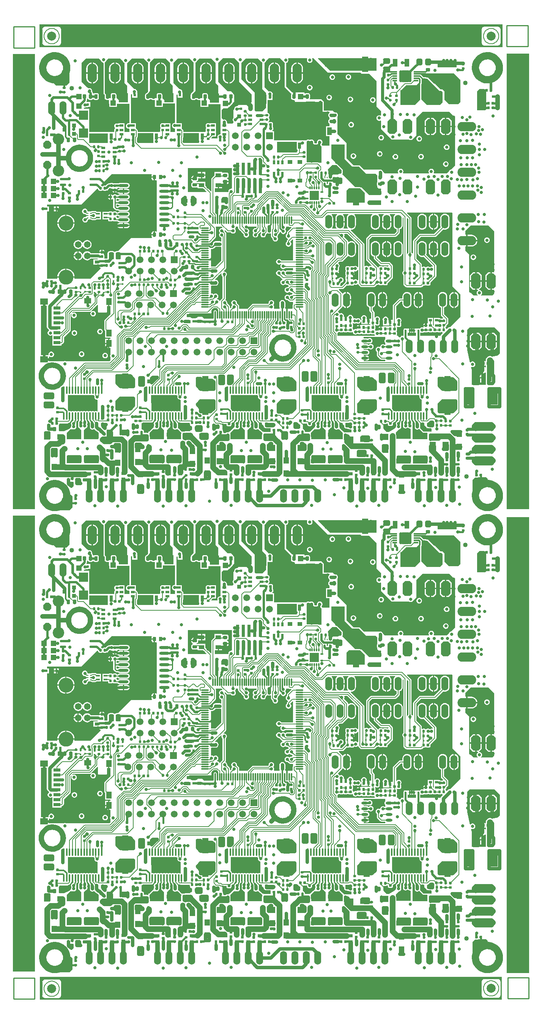
<source format=gbo>
G04 CAM350 V9.5 (Build 208) Date:  Fri Dec 30 15:14:25 2016 *
G04 Database: (Untitled) *
G04 Layer 1: TL *
%FSTAX35Y35*%
%MOIN*%
%SFA1.000B1.000*%

%MIA0B0*%
%IPPOS*%
%ADD11C,0.01000*%
%ADD15C,0.02000*%
%ADD17C,0.00800*%
%ADD19C,0.01500*%
%ADD20C,0.02800*%
%ADD45C,0.03000*%
%ADD46C,0.02500*%
%ADD47C,0.05000*%
%ADD49R,0.06300X0.12600*%
%ADD50R,0.02800X0.05600*%
%ADD51R,0.19700X0.17000*%
%ADD52O,0.06000X0.12000*%
%ADD56C,0.05906*%
%ADD67R,0.02800X0.02000*%
%ADD107O,0.12000X0.06000*%
%ADD108O,0.16500X0.08250*%
%ADD161O,0.08250X0.16500*%
%ADD164C,0.02900*%
%ADD186C,0.10000*%
%ADD195C,0.00700*%
%ADD217C,0.04500*%
%ADD218C,0.06496*%
%ADD220C,0.02300*%
%ADD222C,0.02400*%
%ADD223C,0.01600*%
%ADD246C,0.00600*%
%ADD247C,0.04000*%
%ADD248R,0.05906X0.05906*%
%ADD252C,0.13050*%
%ADD253C,0.05800*%
%ADD257C,0.06000*%
%ADD320O,0.05709X0.02165*%
%ADD322R,0.03150X0.02165*%
%ADD325R,0.03465X0.02638*%
%ADD326R,0.02638X0.03465*%
%ADD327R,0.02000X0.02800*%
%ADD328O,0.01378X0.06693*%
%ADD329R,0.20551X0.12205*%
%ADD330R,0.05512X0.13386*%
%ADD331R,0.12992X0.03543*%
%ADD332R,0.08071X0.08071*%
%ADD333O,0.03150X0.01102*%
%ADD334O,0.01102X0.03150*%
%ADD335R,0.05906X0.04528*%
%ADD336R,0.06693X0.05512*%
%ADD337R,0.04528X0.05906*%
%ADD338R,0.05906X0.03150*%
%ADD339R,0.02400X0.02400*%
%ADD340R,0.01280X0.01063*%
%ADD341R,0.03543X0.01575*%
%ADD342R,0.03937X0.03543*%
%ADD343C,0.03937*%
%ADD344R,0.03600X0.03200*%
%ADD345R,0.02362X0.03347*%
%ADD346R,0.03347X0.02362*%
%ADD347R,0.04331X0.06693*%
%ADD351R,0.12600X0.06300*%
%ADD353O,0.09055X0.02362*%
%ADD354O,0.07087X0.01181*%
%ADD355O,0.01181X0.07087*%
%ADD357R,0.04016X0.01181*%
%ADD359R,0.01102X0.01575*%
%ADD360R,0.05512X0.01969*%
%ADD361R,0.16732X0.04646*%
%ADD362R,0.03543X0.12992*%
%ADD363R,0.02953X0.11024*%
%ADD364O,0.05906X0.02362*%
%ADD365R,0.06693X0.04331*%
%ADD366R,0.01181X0.01575*%
%ADD367R,0.01575X0.01181*%
%ADD368R,0.05512X0.05118*%
%ADD369R,0.05118X0.05512*%
%ADD370R,0.04724X0.03543*%
%ADD371R,0.04800X0.04800*%
%ADD372R,0.07900X0.07900*%
%ADD373C,0.01300*%
%ADD374C,0.01200*%
%ADD375C,0.01400*%
%ADD376C,0.03500*%
%ADD377C,0.05500*%
%ADD378C,0.02200*%
%ADD379C,0.01700*%
%ADD380C,0.02700*%
%ADD509C,0.07874*%
%ADD510C,0.00880*%
%ADD511C,0.01165*%
%ADD512C,0.02600*%
%ADD513C,0.05250*%
%LNTL*%
%LPD*%
G36*
X00142137Y00552319D02*
G01Y00553118D01*
X00142217Y00553119*
X00142558Y00553138*
X00142564Y00553143*
X00142568Y00552295*
X00142563Y00552299*
X00142549Y00552303*
X00142526Y00552307*
X00142496Y0055231*
X00142354Y00552316*
X00142137Y00552318*
Y00552319*
G37*
G36*
Y00147319D02*
G01Y00148118D01*
X00142217Y00148119*
X00142558Y00148138*
X00142564Y00148143*
X00142568Y00147295*
X00142563Y00147299*
X00142549Y00147303*
X00142526Y00147307*
X00142496Y0014731*
X00142354Y00147316*
X00142137Y00147318*
Y00147319*
G37*
G36*
X00274752Y00704359D02*
G01X00275248Y00704854D01*
X00275725Y00704265*
X00274823Y00704251*
X00274752Y00704359*
G37*
G36*
Y00299359D02*
G01X00275248Y00299854D01*
X00275725Y00299265*
X00274823Y00299251*
X00274752Y00299359*
G37*
G36*
X00256176Y00682844D02*
G01Y00683643D01*
X00256276Y00683645*
X00256448Y00683657*
X00256521Y00683667*
X00256584Y00683681*
X00256638Y00683698*
X00256683Y00683718*
X00256719Y0068374*
X00256746Y00683766*
X00256763Y00683795*
Y00682691*
X00256746Y0068272*
X00256719Y00682746*
X00256683Y00682769*
X00256638Y00682788*
X00256584Y00682805*
X00256521Y00682819*
X00256448Y00682829*
X00256367Y00682837*
X00256176Y00682843*
Y00682844*
G37*
G36*
Y00277844D02*
G01Y00278643D01*
X00256276Y00278645*
X00256448Y00278657*
X00256521Y00278667*
X00256584Y00278681*
X00256638Y00278698*
X00256683Y00278718*
X00256719Y0027874*
X00256746Y00278766*
X00256763Y00278795*
Y00277691*
X00256746Y0027772*
X00256719Y00277746*
X00256683Y00277769*
X00256638Y00277788*
X00256584Y00277805*
X00256521Y00277819*
X00256448Y00277829*
X00256367Y00277837*
X00256176Y00277843*
Y00277844*
G37*
G36*
X00267909Y00718461D02*
G01X0026863Y00719051D01*
X0026862Y00719028*
X00268618Y00719002*
X00268622Y00718971*
X00268634Y00718937*
X00268652Y007189*
X00268678Y00718859*
X0026871Y00718814*
X0026875Y00718766*
X0026885Y00718659*
X00268355Y00718164*
X0026829Y00718228*
X00268122Y00718373*
X00268075Y00718407*
X00268033Y00718433*
X00267995Y00718451*
X00267961Y00718462*
X00267932Y00718465*
X00267909Y00718461*
G37*
G36*
Y00313461D02*
G01X0026863Y00314051D01*
X0026862Y00314028*
X00268618Y00314002*
X00268622Y00313971*
X00268634Y00313937*
X00268652Y003139*
X00268678Y00313859*
X0026871Y00313814*
X0026875Y00313766*
X0026885Y00313659*
X00268355Y00313164*
X0026829Y00313228*
X00268122Y00313373*
X00268075Y00313407*
X00268033Y00313433*
X00267995Y00313451*
X00267961Y00313462*
X00267932Y00313465*
X00267909Y00313461*
G37*
G36*
X00281949Y00165679D02*
G01X00283208D01*
X00283166Y00165651*
X00283126Y00165614*
X00283092Y00165568*
X00283062Y00165513*
X00283036Y00165448*
X00283016Y00165375*
X00282999Y00165292*
X00282988Y001652*
X00282981Y00165099*
X00282979Y00164989*
X00282978*
X00282179*
Y0016499*
X00282176Y00165099*
X00282158Y00165292*
X00282142Y00165375*
X00282121Y00165448*
X00282096Y00165513*
X00282066Y00165568*
X00282031Y00165614*
X00281992Y00165651*
X00281949Y00165679*
G37*
G36*
Y00570679D02*
G01X00283208D01*
X00283166Y00570651*
X00283126Y00570614*
X00283092Y00570568*
X00283062Y00570513*
X00283036Y00570448*
X00283016Y00570375*
X00282999Y00570292*
X00282988Y005702*
X00282981Y00570099*
X00282979Y00569989*
X00282978*
X00282179*
Y0056999*
X00282176Y00570099*
X00282158Y00570292*
X00282142Y00570375*
X00282121Y00570448*
X00282096Y00570513*
X00282066Y00570568*
X00282031Y00570614*
X00281992Y00570651*
X00281949Y00570679*
G37*
G36*
X00077219Y00621664D02*
G01X00077253Y00621625D01*
X00077298Y0062159*
X00077352Y00621559*
X00077417Y00621533*
X00077491Y0062151*
X00077576Y00621491*
X0007767Y00621477*
X00077774Y00621467*
X00078012Y00621459*
Y00620659*
X00078011*
X00077913Y00620656*
X00077823Y00620648*
X00077741Y00620636*
X00077668Y00620618*
X00077604Y00620596*
X00077548Y00620568*
X00077501Y00620535*
X00077462Y00620497*
X00077433Y00620454*
X00077412Y00620406*
X00077219Y00621664*
G37*
G36*
Y00216665D02*
G01X00077253Y00216625D01*
X00077298Y0021659*
X00077352Y0021656*
X00077417Y00216533*
X00077491Y0021651*
X00077576Y00216492*
X0007767Y00216477*
X00077774Y00216467*
X00078012Y00216459*
Y00215659*
X00078011*
X00077913Y00215656*
X00077823Y00215649*
X00077741Y00215636*
X00077668Y00215618*
X00077604Y00215596*
X00077548Y00215568*
X00077501Y00215535*
X00077462Y00215497*
X00077433Y00215454*
X00077412Y00215406*
X00077219Y00216665*
G37*
G36*
X00078423Y0012799D02*
G01X00078453Y00127983D01*
X00078488Y00127984*
X00078528Y00127993*
X00078572Y00128011*
X00078621Y00128037*
X00078674Y00128072*
X00078731Y00128115*
X00078859Y00128227*
X0007893Y00128296*
X00079496Y0012773*
X00079427Y00127659*
X00079315Y00127531*
X00079272Y00127474*
X00079237Y00127421*
X00079211Y00127372*
X00079193Y00127328*
X00079184Y00127288*
X00079183Y00127253*
X0007919Y00127223*
X00078423Y0012799*
G37*
G36*
Y0053299D02*
G01X00078453Y00532983D01*
X00078488Y00532984*
X00078528Y00532993*
X00078572Y00533011*
X00078621Y00533037*
X00078674Y00533072*
X00078731Y00533115*
X00078859Y00533227*
X0007893Y00533296*
X00079496Y0053273*
X00079427Y00532659*
X00079315Y00532531*
X00079272Y00532474*
X00079237Y00532421*
X00079211Y00532372*
X00079193Y00532328*
X00079184Y00532289*
X00079183Y00532253*
X0007919Y00532223*
X00078423Y0053299*
G37*
G36*
X00282111Y00201001D02*
G01X00282183Y00201076D01*
X00282301Y00201214*
X00282346Y00201277*
X00282382Y00201337*
X00282409Y00201393*
X00282427Y00201444*
X00282435Y00201492*
Y00201536*
X00282425Y00201576*
X00283251Y00200749*
X00283212Y00200759*
X00283168*
X0028312Y00200751*
X00283068Y00200733*
X00283013Y00200706*
X00282953Y0020067*
X0028289Y00200625*
X00282823Y00200571*
X00282677Y00200435*
X00282111Y00201001*
G37*
G36*
Y00606001D02*
G01X00282183Y00606076D01*
X00282301Y00606214*
X00282346Y00606278*
X00282382Y00606337*
X00282409Y00606393*
X00282427Y00606444*
X00282435Y00606492*
Y00606536*
X00282425Y00606576*
X00283251Y00605749*
X00283212Y00605759*
X00283168*
X0028312Y00605751*
X00283068Y00605733*
X00283013Y00605706*
X00282953Y0060567*
X0028289Y00605625*
X00282823Y00605571*
X00282677Y00605435*
X00282111Y00606001*
G37*
G36*
X00176646Y00213812D02*
G01X00176722Y0021389D01*
X00176844Y00214037*
X0017689Y00214105*
X00176927Y0021417*
X00176954Y00214231*
X00176972Y00214289*
X00176981Y00214344*
X00176979Y00214395*
X00176968Y00214442*
X00177841Y00213568*
X00177795Y00213579*
X00177744Y00213581*
X00177689Y00213572*
X00177631Y00213555*
X0017757Y00213527*
X00177505Y0021349*
X00177437Y00213443*
X00177365Y00213387*
X0017729Y00213322*
X00177212Y00213246*
X00176646Y00213812*
G37*
G36*
Y00618812D02*
G01X00176722Y0061889D01*
X00176844Y00619037*
X0017689Y00619105*
X00176927Y0061917*
X00176954Y00619231*
X00176972Y00619289*
X00176981Y00619344*
X00176979Y00619395*
X00176968Y00619443*
X00177841Y00618568*
X00177795Y00618579*
X00177744Y00618581*
X00177689Y00618572*
X00177631Y00618554*
X0017757Y00618527*
X00177505Y0061849*
X00177437Y00618443*
X00177365Y00618387*
X0017729Y00618322*
X00177212Y00618246*
X00176646Y00618812*
G37*
G36*
X00099289Y00230279D02*
G01X0010096Y0023028D01*
X00100945Y00230259*
X0010093Y00230223*
X00100917Y00230172*
X00100906Y00230105*
X00100889Y00229925*
X00100878Y00229684*
X00100875Y00229381*
X00100874*
X00099375*
Y00229382*
X00099374Y0022954*
X00099332Y00230172*
X00099319Y00230223*
X00099305Y00230259*
X00099289Y00230279*
G37*
G36*
Y00635279D02*
G01X0010096Y0063528D01*
X00100945Y00635259*
X0010093Y00635223*
X00100917Y00635172*
X00100906Y00635105*
X00100889Y00634925*
X00100878Y00634684*
X00100875Y00634381*
X00100874*
X00099375*
Y00634382*
X00099374Y0063454*
X00099332Y00635172*
X00099319Y00635223*
X00099305Y00635259*
X00099289Y00635279*
G37*
G36*
X00089195Y00351471D02*
G01X00089279Y00351542D01*
X00089355Y00351621*
X00089423Y00351706*
X00089481Y00351798*
X00089531Y00351896*
X00089571Y00352001*
X00089603Y00352112*
X00089625Y0035223*
X00089639Y00352355*
X00089643Y00352486*
X00090443*
X00090448Y00352355*
X00090461Y0035223*
X00090484Y00352112*
X00090515Y00352001*
X00090556Y00351896*
X00090605Y00351798*
X00090664Y00351706*
X00090731Y00351621*
X00090808Y00351542*
X00090892Y0035147*
X00089195Y00351471*
G37*
G36*
Y00756471D02*
G01X00089279Y00756542D01*
X00089355Y00756621*
X00089423Y00756706*
X00089481Y00756798*
X00089531Y00756896*
X00089571Y00757001*
X00089603Y00757112*
X00089625Y0075723*
X00089639Y00757355*
X00089643Y00757486*
X00090443*
X00090448Y00757355*
X00090461Y0075723*
X00090484Y00757112*
X00090515Y00757001*
X00090556Y00756896*
X00090605Y00756798*
X00090664Y00756706*
X00090731Y00756621*
X00090808Y00756542*
X00090892Y0075647*
X00089195Y00756471*
G37*
G36*
X00221643Y00128233D02*
G01X0022172Y00128234D01*
X00221801Y00128245*
X00221883Y00128268*
X00221968Y001283*
X00222056Y00128343*
X00222145Y00128396*
X00222237Y0012846*
X00222332Y00128534*
X00222428Y00128619*
X00222528Y00128714*
X00223093Y00128148*
X00223019Y00128069*
X00222956Y00127991*
X00222904Y00127913*
X00222864Y00127837*
X00222834Y00127761*
X00222815Y00127687*
X00222807Y00127613*
X00222811Y0012754*
X00222825Y00127468*
X00222851Y00127396*
X00221643Y00128233*
G37*
G36*
Y00533233D02*
G01X0022172Y00533234D01*
X00221801Y00533245*
X00221883Y00533267*
X00221968Y005333*
X00222056Y00533343*
X00222145Y00533396*
X00222237Y0053346*
X00222332Y00533534*
X00222428Y00533619*
X00222528Y00533714*
X00223093Y00533148*
X00223019Y00533069*
X00222956Y00532991*
X00222904Y00532913*
X00222864Y00532837*
X00222834Y00532761*
X00222815Y00532687*
X00222807Y00532613*
X00222811Y0053254*
X00222825Y00532468*
X00222851Y00532396*
X00221643Y00533233*
G37*
G36*
X00046393Y00393114D02*
G01Y00395074D01*
X00046435Y0039504*
X0004649Y00395009*
X00046557Y00394982*
X00046637Y00394958*
X00046729Y00394939*
X00046834Y00394922*
X00047083Y00394901*
X00047383Y00394894*
Y00393294*
X00047382*
X00047226Y00393292*
X00046834Y00393265*
X00046729Y00393249*
X00046637Y00393229*
X00046557Y00393205*
X0004649Y00393179*
X00046435Y00393148*
X00046393Y00393114*
G37*
G36*
Y00798114D02*
G01Y00800074D01*
X00046435Y00800039*
X0004649Y00800009*
X00046557Y00799982*
X00046637Y00799959*
X00046729Y00799939*
X00046834Y00799923*
X00047083Y00799901*
X00047383Y00799894*
Y00798294*
X00047382*
X00047226Y00798292*
X00046834Y00798265*
X00046729Y00798249*
X00046637Y00798229*
X00046557Y00798206*
X0004649Y00798178*
X00046435Y00798148*
X00046393Y00798114*
G37*
G36*
X00395594Y00412414D02*
G01Y00414374D01*
X00395644Y0041433*
X00395707Y00414291*
X0039578Y00414256*
X00395865Y00414226*
X00395962Y00414201*
X0039607Y00414181*
X00396189Y00414164*
X00396462Y00414146*
X00396616Y00414144*
Y00412644*
X00396615*
X00396462Y00412641*
X0039607Y00412607*
X00395962Y00412586*
X00395865Y00412561*
X0039578Y00412531*
X00395707Y00412497*
X00395644Y00412457*
X00395594Y00412414*
G37*
G36*
Y00817414D02*
G01Y00819374D01*
X00395644Y0081933*
X00395707Y00819291*
X0039578Y00819256*
X00395865Y00819226*
X00395962Y00819201*
X0039607Y0081918*
X00396189Y00819164*
X00396462Y00819146*
X00396616Y00819144*
Y00817644*
X00396615*
X00396462Y00817641*
X0039607Y00817607*
X00395962Y00817586*
X00395865Y00817561*
X0039578Y00817531*
X00395707Y00817496*
X00395644Y00817457*
X00395594Y00817414*
G37*
G36*
X00131158Y00154451D02*
G01X00131201Y00154501D01*
X00131241Y00154563*
X00131276Y00154636*
X00131307Y00154721*
X00131332Y00154818*
X00131353Y00154926*
X0013137Y00155045*
X00131389Y00155318*
X00131391Y00155471*
X00132891Y00155452*
X00132893Y00155298*
X00132927Y00154905*
X00132947Y00154797*
X00132972Y00154701*
X00133001Y00154615*
X00133035Y00154542*
X00133074Y00154479*
X00133115Y00154428*
X00131158Y00154451*
G37*
G36*
Y00559451D02*
G01X00131201Y00559501D01*
X00131241Y00559563*
X00131276Y00559636*
X00131307Y00559721*
X00131332Y00559818*
X00131353Y00559926*
X0013137Y00560045*
X00131389Y00560318*
X00131391Y00560471*
X00132891Y00560452*
X00132893Y00560298*
X00132927Y00559905*
X00132947Y00559797*
X00132972Y00559701*
X00133001Y00559615*
X00133035Y00559542*
X00133074Y00559479*
X00133115Y00559428*
X00131158Y00559451*
G37*
G36*
X00180434Y00194052D02*
G01X00180506Y00194129D01*
X0018057Y00194214*
X00180627Y00194307*
X00180677Y00194407*
X00180718Y00194513*
X00180753Y00194628*
X00180779Y00194749*
X00180798Y00194877*
X0018081Y00195013*
X00180813Y00195156*
X00182013*
X00182017Y00195013*
X00182029Y00194877*
X00182048Y00194749*
X00182074Y00194628*
X00182108Y00194513*
X0018215Y00194407*
X001822Y00194307*
X00182257Y00194214*
X00182321Y00194129*
X00182392Y00194051*
X00180434Y00194052*
G37*
G36*
Y00599052D02*
G01X00180506Y00599129D01*
X0018057Y00599214*
X00180627Y00599307*
X00180677Y00599407*
X00180718Y00599513*
X00180753Y00599628*
X00180779Y00599749*
X00180798Y00599877*
X0018081Y00600013*
X00180813Y00600156*
X00182013*
X00182017Y00600013*
X00182029Y00599877*
X00182048Y00599749*
X00182074Y00599628*
X00182108Y00599513*
X0018215Y00599407*
X001822Y00599307*
X00182257Y00599214*
X00182321Y00599129*
X00182392Y00599051*
X00180434Y00599052*
G37*
G36*
X00176086Y00260174D02*
G01Y00261373D01*
X00176229Y00261377*
X00176365Y00261388*
X00176494Y00261407*
X00176615Y00261434*
X00176729Y00261468*
X00176836Y0026151*
X00176936Y00261559*
X00177028Y00261616*
X00177113Y00261681*
X00177191Y00261753*
Y00259793*
X00177113Y00259865*
X00177028Y0025993*
X00176936Y00259987*
X00176836Y00260036*
X00176729Y00260078*
X00176615Y00260112*
X00176494Y00260139*
X00176365Y00260158*
X00176229Y00260169*
X00176086Y00260173*
Y00260174*
G37*
G36*
X00176289Y00270017D02*
G01Y00271216D01*
X00176432Y00271219*
X00176567Y00271231*
X00176696Y0027125*
X00176817Y00271276*
X00176931Y00271311*
X00177038Y00271353*
X00177138Y00271402*
X00177231Y00271459*
X00177316Y00271523*
X00177394Y00271596*
Y00269636*
X00177316Y00269708*
X00177231Y00269773*
X00177138Y0026983*
X00177038Y00269879*
X00176931Y00269921*
X00176817Y00269955*
X00176696Y00269982*
X00176567Y00270001*
X00176432Y00270012*
X00176289Y00270016*
Y00270017*
G37*
G36*
X00176086Y00665174D02*
G01Y00666373D01*
X00176229Y00666377*
X00176365Y00666388*
X00176494Y00666407*
X00176615Y00666434*
X00176729Y00666468*
X00176836Y0066651*
X00176936Y00666559*
X00177028Y00666616*
X00177113Y00666681*
X00177191Y00666753*
Y00664793*
X00177113Y00664865*
X00177028Y0066493*
X00176936Y00664987*
X00176836Y00665036*
X00176729Y00665078*
X00176615Y00665112*
X00176494Y00665139*
X00176365Y00665158*
X00176229Y00665169*
X00176086Y00665173*
Y00665174*
G37*
G36*
X00176289Y00675017D02*
G01Y00676216D01*
X00176432Y0067622*
X00176567Y00676231*
X00176696Y0067625*
X00176817Y00676277*
X00176931Y00676311*
X00177038Y00676353*
X00177138Y00676402*
X00177231Y00676459*
X00177316Y00676523*
X00177394Y00676596*
Y00674636*
X00177316Y00674708*
X00177231Y00674773*
X00177138Y0067483*
X00177038Y00674879*
X00176931Y00674921*
X00176817Y00674955*
X00176696Y00674981*
X00176567Y00675001*
X00176432Y00675012*
X00176289Y00675016*
Y00675017*
G37*
G36*
X00176624Y00236552D02*
G01X00176627Y00237751D01*
X0017677Y00237755*
X00176906Y00237766*
X00177035Y00237785*
X00177156Y00237812*
X0017727Y00237846*
X00177377Y00237888*
X00177477Y00237937*
X0017757Y00237994*
X00177655Y00238058*
X00177733Y0023813*
X00177728Y0023617*
X0017765Y00236243*
X00177565Y00236307*
X00177473Y00236365*
X00177373Y00236414*
X00177266Y00236456*
X00177152Y0023649*
X00177031Y00236517*
X00176903Y00236536*
X00176767Y00236547*
X00176624Y00236551*
Y00236552*
G37*
G36*
Y00641552D02*
G01X00176627Y00642751D01*
X0017677Y00642755*
X00176906Y00642766*
X00177035Y00642785*
X00177156Y00642812*
X0017727Y00642846*
X00177377Y00642888*
X00177477Y00642937*
X0017757Y00642994*
X00177655Y00643058*
X00177733Y0064313*
X00177728Y0064117*
X0017765Y00641243*
X00177565Y00641307*
X00177473Y00641364*
X00177373Y00641414*
X00177266Y00641456*
X00177152Y0064149*
X00177031Y00641517*
X00176903Y00641536*
X00176767Y00641547*
X00176624Y00641551*
Y00641552*
G37*
G36*
X00143Y00300219D02*
G01X00144958Y0030022D01*
X00144868Y00300124*
X00144786Y00300024*
X00144714Y00299919*
X00144652Y00299811*
X00144599Y00299698*
X00144556Y00299581*
X00144522Y0029946*
X00144498Y00299335*
X00144484Y00299206*
X00144479Y00299073*
X00144478*
X00143479*
Y00299074*
X00143474Y00299206*
X0014346Y00299335*
X00143436Y0029946*
X00143402Y00299581*
X00143359Y00299698*
X00143306Y00299811*
X00143244Y00299919*
X00143172Y00300024*
X0014309Y00300124*
X00143Y00300219*
G37*
G36*
Y00705219D02*
G01X00144958Y0070522D01*
X00144868Y00705124*
X00144786Y00705024*
X00144714Y00704919*
X00144652Y00704811*
X00144599Y00704698*
X00144556Y00704581*
X00144522Y0070446*
X00144498Y00704335*
X00144484Y00704206*
X00144479Y00704073*
X00144478*
X00143479*
Y00704074*
X00143474Y00704206*
X0014346Y00704335*
X00143436Y0070446*
X00143402Y00704581*
X00143359Y00704698*
X00143306Y00704811*
X00143244Y00704919*
X00143172Y00705024*
X0014309Y00705124*
X00143Y00705219*
G37*
G36*
X00169015Y00351567D02*
G01X00169105Y00351662D01*
X00169186Y00351763*
X00169258Y00351867*
X00169321Y00351976*
X00169374Y00352088*
X00169417Y00352205*
X0016945Y00352326*
X00169474Y00352451*
X00169489Y00352581*
X00169494Y00352714*
X00170494*
X00170499Y00352581*
X00170513Y00352451*
X00170537Y00352326*
X00170571Y00352205*
X00170614Y00352088*
X00170667Y00351976*
X00170729Y00351867*
X00170801Y00351763*
X00170882Y00351662*
X00170973Y00351566*
X00169015Y00351567*
G37*
G36*
Y00756567D02*
G01X00169105Y00756662D01*
X00169186Y00756763*
X00169258Y00756867*
X00169321Y00756976*
X00169374Y00757088*
X00169417Y00757205*
X0016945Y00757326*
X00169474Y00757451*
X00169489Y00757581*
X00169494Y00757714*
X00170494*
X00170499Y00757581*
X00170513Y00757451*
X00170537Y00757326*
X00170571Y00757205*
X00170614Y00757088*
X00170667Y00756976*
X00170729Y00756867*
X00170801Y00756763*
X00170882Y00756662*
X00170973Y00756566*
X00169015Y00756567*
G37*
G36*
X00279901Y00145268D02*
G01X00281859Y00145269D01*
X0028175Y00145155*
X00281651Y0014504*
X00281564Y00144924*
X00281489Y00144808*
X00281425Y0014469*
X00281373Y00144571*
X00281332Y00144452*
X00281303Y00144331*
X00281286Y0014421*
X0028128Y00144088*
X00281279*
X0028048*
Y00144089*
X00280474Y0014421*
X00280457Y00144331*
X00280428Y00144452*
X00280387Y00144571*
X00280335Y0014469*
X00280271Y00144808*
X00280196Y00144924*
X00280109Y0014504*
X0028001Y00145155*
X00279901Y00145268*
G37*
G36*
Y00550268D02*
G01X00281859Y00550269D01*
X0028175Y00550155*
X00281651Y0055004*
X00281564Y00549924*
X00281489Y00549808*
X00281425Y0054969*
X00281373Y00549571*
X00281332Y00549452*
X00281303Y00549331*
X00281286Y0054921*
X0028128Y00549088*
X00281279*
X0028048*
Y00549089*
X00280474Y0054921*
X00280457Y00549331*
X00280428Y00549452*
X00280387Y00549571*
X00280335Y0054969*
X00280271Y00549808*
X00280196Y00549924*
X00280109Y0055004*
X0028001Y00550155*
X00279901Y00550268*
G37*
G36*
X00128915Y00351495D02*
G01X00129024Y00351608D01*
X00129122Y00351723*
X00129209Y00351839*
X00129285Y00351956*
X00129349Y00352073*
X00129401Y00352192*
X00129441Y00352311*
X00129471Y00352432*
X00129488Y00352553*
X00129494Y00352675*
X00130294*
X00130299Y00352553*
X00130317Y00352432*
X00130346Y00352311*
X00130386Y00352192*
X00130439Y00352073*
X00130502Y00351956*
X00130578Y00351839*
X00130665Y00351723*
X00130763Y00351608*
X00130873Y00351494*
X00128915Y00351495*
G37*
G36*
X00086127Y00631198D02*
G01X00086237Y00631311D01*
X00086335Y00631426*
X00086422Y00631542*
X00086497Y00631659*
X00086561Y00631776*
X00086614Y00631895*
X00086654Y00632015*
X00086683Y00632135*
X000867Y00632256*
X00086706Y00632378*
X00087506*
X00087512Y00632256*
X00087529Y00632135*
X00087559Y00632015*
X00087599Y00631895*
X00087651Y00631776*
X00087715Y00631659*
X00087791Y00631542*
X00087878Y00631426*
X00087976Y00631311*
X00088085Y00631197*
X00086127Y00631198*
G37*
G36*
X00128915Y00756495D02*
G01X00129024Y00756608D01*
X00129122Y00756723*
X00129209Y00756839*
X00129285Y00756955*
X00129349Y00757073*
X00129401Y00757192*
X00129441Y00757311*
X00129471Y00757432*
X00129488Y00757553*
X00129494Y00757675*
X00130294*
X00130299Y00757553*
X00130317Y00757432*
X00130346Y00757311*
X00130386Y00757192*
X00130439Y00757073*
X00130502Y00756955*
X00130578Y00756839*
X00130665Y00756723*
X00130763Y00756608*
X00130873Y00756494*
X00128915Y00756495*
G37*
G36*
X003559Y00150478D02*
G01X00357858Y00150479D01*
X00357749Y00150365*
X0035765Y0015025*
X00357563Y00150134*
X00357488Y00150017*
X00357424Y001499*
X00357372Y00149781*
X00357331Y00149661*
X00357302Y00149541*
X00357285Y0014942*
X00357279Y00149297*
X00357278*
X00356479*
Y00149298*
X00356473Y0014942*
X00356456Y00149541*
X00356427Y00149661*
X00356386Y00149781*
X00356334Y001499*
X0035627Y00150017*
X00356195Y00150134*
X00356108Y0015025*
X00356009Y00150365*
X003559Y00150478*
G37*
G36*
X00344873Y00176785D02*
G01X00346831Y00176786D01*
X00346722Y00176672*
X00346623Y00176557*
X00346536Y00176441*
X00346461Y00176324*
X00346397Y00176207*
X00346344Y00176088*
X00346304Y00175968*
X00346275Y00175848*
X00346257Y00175727*
X00346252Y00175604*
X00346251*
X00345452*
Y00175605*
X00345446Y00175727*
X00345428Y00175848*
X00345399Y00175968*
X00345359Y00176088*
X00345307Y00176207*
X00345243Y00176324*
X00345167Y00176441*
X0034508Y00176557*
X00344982Y00176672*
X00344873Y00176785*
G37*
G36*
X00289915Y00150793D02*
G01X00291873Y00150794D01*
X00291763Y0015068*
X00291665Y00150565*
X00291578Y00150449*
X00291502Y00150332*
X00291439Y00150214*
X00291387Y00150096*
X00291346Y00149976*
X00291317Y00149856*
X002913Y00149734*
X00291294Y00149612*
X00291293*
X00290494*
Y00149613*
X00290488Y00149734*
X00290471Y00149856*
X00290441Y00149976*
X00290401Y00150096*
X00290349Y00150214*
X00290285Y00150332*
X0029021Y00150449*
X00290123Y00150565*
X00290024Y0015068*
X00289915Y00150793*
G37*
G36*
X00216315Y00147493D02*
G01X00218273Y00147494D01*
X00218163Y0014738*
X00218065Y00147265*
X00217978Y00147149*
X00217902Y00147032*
X00217839Y00146914*
X00217787Y00146796*
X00217746Y00146676*
X00217717Y00146556*
X002177Y00146434*
X00217694Y00146312*
X00217693*
X00216894*
Y00146313*
X00216888Y00146434*
X0021687Y00146556*
X00216842Y00146676*
X00216801Y00146796*
X00216749Y00146914*
X00216685Y00147032*
X0021661Y00147149*
X00216523Y00147265*
X00216424Y0014738*
X00216315Y00147493*
G37*
G36*
X00086415Y00117563D02*
G01X00088373Y00117564D01*
X00088263Y0011745*
X00088165Y00117335*
X00088078Y00117219*
X00088003Y00117102*
X00087939Y00116984*
X00087887Y00116866*
X00087846Y00116746*
X00087817Y00116626*
X000878Y00116505*
X00087794Y00116382*
X00087793*
X00086994*
Y00116383*
X00086988Y00116505*
X00086971Y00116626*
X00086941Y00116746*
X00086901Y00116866*
X00086849Y00116984*
X00086785Y00117102*
X00086709Y00117219*
X00086623Y00117335*
X00086524Y0011745*
X00086415Y00117563*
G37*
G36*
X00070557Y00140835D02*
G01X00072515Y00140836D01*
X00072405Y00140722*
X00072307Y00140607*
X0007222Y00140491*
X00072144Y00140374*
X00072081Y00140256*
X00072028Y00140138*
X00071988Y00140018*
X00071959Y00139898*
X00071941Y00139776*
X00071936Y00139654*
X00071935*
X00071136*
Y00139655*
X0007113Y00139776*
X00071112Y00139898*
X00071083Y00140018*
X00071043Y00140138*
X00070991Y00140256*
X00070927Y00140374*
X00070851Y00140491*
X00070764Y00140607*
X00070666Y00140722*
X00070557Y00140835*
G37*
G36*
X00075104Y00214846D02*
G01X00077062Y00214847D01*
X00076952Y00214733*
X00076854Y00214617*
X00076767Y00214502*
X00076692Y00214385*
X00076628Y00214267*
X00076575Y00214148*
X00076535Y00214029*
X00076506Y00213908*
X00076489Y00213787*
X00076483Y00213665*
X00076482*
X00075683*
Y00213666*
X00075677Y00213787*
X0007566Y00213908*
X0007563Y00214029*
X0007559Y00214148*
X00075538Y00214267*
X00075474Y00214385*
X00075398Y00214502*
X00075311Y00214617*
X00075213Y00214733*
X00075104Y00214846*
G37*
G36*
X003559Y00555478D02*
G01X00357858Y00555479D01*
X00357749Y00555365*
X0035765Y0055525*
X00357563Y00555134*
X00357488Y00555017*
X00357424Y005549*
X00357372Y00554781*
X00357331Y00554661*
X00357302Y00554541*
X00357285Y0055442*
X00357279Y00554297*
X00357278*
X00356479*
Y00554298*
X00356473Y0055442*
X00356456Y00554541*
X00356427Y00554661*
X00356386Y00554781*
X00356334Y005549*
X0035627Y00555017*
X00356195Y00555134*
X00356108Y0055525*
X00356009Y00555365*
X003559Y00555478*
G37*
G36*
X00344873Y00581785D02*
G01X00346831Y00581786D01*
X00346722Y00581672*
X00346623Y00581557*
X00346536Y00581441*
X00346461Y00581324*
X00346397Y00581207*
X00346344Y00581088*
X00346304Y00580968*
X00346275Y00580848*
X00346257Y00580727*
X00346252Y00580604*
X00346251*
X00345452*
Y00580605*
X00345446Y00580727*
X00345428Y00580848*
X00345399Y00580968*
X00345359Y00581088*
X00345307Y00581207*
X00345243Y00581324*
X00345167Y00581441*
X0034508Y00581557*
X00344982Y00581672*
X00344873Y00581785*
G37*
G36*
X00289915Y00555793D02*
G01X00291873Y00555794D01*
X00291763Y0055568*
X00291665Y00555565*
X00291578Y00555449*
X00291502Y00555332*
X00291439Y00555214*
X00291387Y00555096*
X00291346Y00554976*
X00291317Y00554856*
X002913Y00554734*
X00291294Y00554612*
X00291293*
X00290494*
Y00554613*
X00290488Y00554734*
X00290471Y00554856*
X00290441Y00554976*
X00290401Y00555096*
X00290349Y00555214*
X00290285Y00555332*
X0029021Y00555449*
X00290123Y00555565*
X00290024Y0055568*
X00289915Y00555793*
G37*
G36*
X00216315Y00552493D02*
G01X00218273Y00552494D01*
X00218163Y0055238*
X00218065Y00552265*
X00217978Y00552149*
X00217902Y00552032*
X00217839Y00551914*
X00217787Y00551796*
X00217746Y00551676*
X00217717Y00551556*
X002177Y00551434*
X00217694Y00551312*
X00217693*
X00216894*
Y00551313*
X00216888Y00551434*
X0021687Y00551556*
X00216842Y00551676*
X00216801Y00551796*
X00216749Y00551914*
X00216685Y00552032*
X0021661Y00552149*
X00216523Y00552265*
X00216424Y0055238*
X00216315Y00552493*
G37*
G36*
X00086415Y00522563D02*
G01X00088373Y00522564D01*
X00088263Y0052245*
X00088165Y00522335*
X00088078Y00522219*
X00088003Y00522102*
X00087939Y00521984*
X00087887Y00521866*
X00087846Y00521746*
X00087817Y00521626*
X000878Y00521505*
X00087794Y00521382*
X00087793*
X00086994*
Y00521383*
X00086988Y00521505*
X00086971Y00521626*
X00086941Y00521746*
X00086901Y00521866*
X00086849Y00521984*
X00086785Y00522102*
X00086709Y00522219*
X00086623Y00522335*
X00086524Y0052245*
X00086415Y00522563*
G37*
G36*
X00070557Y00545835D02*
G01X00072515Y00545836D01*
X00072405Y00545722*
X00072307Y00545607*
X0007222Y00545491*
X00072144Y00545374*
X00072081Y00545256*
X00072028Y00545138*
X00071988Y00545018*
X00071959Y00544898*
X00071941Y00544776*
X00071936Y00544654*
X00071935*
X00071136*
Y00544655*
X0007113Y00544776*
X00071112Y00544898*
X00071083Y00545018*
X00071043Y00545138*
X00070991Y00545256*
X00070927Y00545374*
X00070851Y00545491*
X00070764Y00545607*
X00070666Y00545722*
X00070557Y00545835*
G37*
G36*
X00075104Y00619846D02*
G01X00077062Y00619847D01*
X00076952Y00619733*
X00076854Y00619618*
X00076767Y00619501*
X00076692Y00619385*
X00076628Y00619267*
X00076575Y00619148*
X00076535Y00619029*
X00076506Y00618908*
X00076489Y00618787*
X00076483Y00618665*
X00076482*
X00075683*
Y00618666*
X00075677Y00618787*
X0007566Y00618908*
X0007563Y00619029*
X0007559Y00619148*
X00075538Y00619267*
X00075474Y00619385*
X00075398Y00619501*
X00075311Y00619618*
X00075213Y00619733*
X00075104Y00619846*
G37*
G36*
X00080725Y00215495D02*
G01Y00216294D01*
X00080847Y002163*
X00080968Y00216317*
X00081089Y00216346*
X00081208Y00216387*
X00081327Y00216439*
X00081445Y00216502*
X00081561Y00216578*
X00081677Y00216665*
X00081792Y00216763*
X00081906Y00216874*
Y00214914*
X00081792Y00215024*
X00081677Y00215123*
X00081561Y0021521*
X00081445Y00215285*
X00081327Y00215349*
X00081208Y00215401*
X00081089Y00215441*
X00080968Y00215471*
X00080847Y00215488*
X00080725Y00215494*
Y00215495*
G37*
G36*
Y00620495D02*
G01Y00621294D01*
X00080847Y006213*
X00080968Y00621317*
X00081089Y00621346*
X00081208Y00621386*
X00081327Y00621439*
X00081445Y00621502*
X00081561Y00621578*
X00081677Y00621665*
X00081792Y00621764*
X00081906Y00621874*
Y00619914*
X00081792Y00620024*
X00081677Y00620122*
X00081561Y0062021*
X00081445Y00620285*
X00081327Y00620349*
X00081208Y00620401*
X00081089Y00620441*
X00080968Y00620471*
X00080847Y00620488*
X00080725Y00620494*
Y00620495*
G37*
G36*
X00259492Y00174959D02*
G01X00259601Y00175072D01*
X002597Y00175188*
X00259787Y00175303*
X00259862Y0017542*
X00259926Y00175538*
X00259978Y00175657*
X00260019Y00175776*
X00260048Y00175897*
X00260065Y00176018*
X00260071Y0017614*
X00260871*
X00260877Y00176018*
X00260894Y00175897*
X00260923Y00175776*
X00260964Y00175657*
X00261016Y00175538*
X0026108Y0017542*
X00261155Y00175303*
X00261242Y00175188*
X00261341Y00175072*
X0026145Y00174958*
X00259492Y00174959*
G37*
G36*
X00186364Y00194108D02*
G01X00186473Y00194221D01*
X00186572Y00194336*
X00186659Y00194452*
X00186734Y00194569*
X00186798Y00194687*
X0018685Y00194806*
X00186891Y00194925*
X0018692Y00195045*
X00186937Y00195167*
X00186943Y00195289*
X00187743*
X00187749Y00195167*
X00187766Y00195045*
X00187795Y00194925*
X00187836Y00194806*
X00187888Y00194687*
X00187952Y00194569*
X00188027Y00194452*
X00188114Y00194336*
X00188213Y00194221*
X00188322Y00194107*
X00186364Y00194108*
G37*
G36*
X00095321Y00196056D02*
G01X0009543Y00196169D01*
X00095529Y00196284*
X00095616Y001964*
X00095691Y00196517*
X00095755Y00196635*
X00095807Y00196753*
X00095848Y00196873*
X00095877Y00196993*
X00095894Y00197115*
X000959Y00197237*
X000967*
X00096706Y00197115*
X00096723Y00196993*
X00096752Y00196873*
X00096793Y00196753*
X00096845Y00196635*
X00096909Y00196517*
X00096984Y001964*
X00097071Y00196284*
X0009717Y00196169*
X00097279Y00196055*
X00095321Y00196056*
G37*
G36*
X00086127Y00226198D02*
G01X00086237Y00226311D01*
X00086335Y00226426*
X00086422Y00226542*
X00086497Y00226659*
X00086561Y00226776*
X00086614Y00226895*
X00086654Y00227014*
X00086683Y00227135*
X000867Y00227256*
X00086706Y00227379*
X00087506*
X00087512Y00227256*
X00087529Y00227135*
X00087559Y00227014*
X00087599Y00226895*
X00087651Y00226776*
X00087715Y00226659*
X00087791Y00226542*
X00087878Y00226426*
X00087976Y00226311*
X00088085Y00226197*
X00086127Y00226198*
G37*
G36*
X00259492Y00579959D02*
G01X00259601Y00580072D01*
X002597Y00580188*
X00259787Y00580303*
X00259862Y0058042*
X00259926Y00580538*
X00259978Y00580657*
X00260019Y00580776*
X00260048Y00580897*
X00260065Y00581018*
X00260071Y0058114*
X00260871*
X00260877Y00581018*
X00260894Y00580897*
X00260923Y00580776*
X00260964Y00580657*
X00261016Y00580538*
X0026108Y0058042*
X00261155Y00580303*
X00261242Y00580188*
X00261341Y00580072*
X0026145Y00579958*
X00259492Y00579959*
G37*
G36*
X00186364Y00599108D02*
G01X00186473Y00599221D01*
X00186572Y00599336*
X00186659Y00599452*
X00186734Y00599569*
X00186798Y00599687*
X0018685Y00599805*
X00186891Y00599925*
X0018692Y00600045*
X00186937Y00600167*
X00186943Y00600289*
X00187743*
X00187749Y00600167*
X00187766Y00600045*
X00187795Y00599925*
X00187836Y00599805*
X00187888Y00599687*
X00187952Y00599569*
X00188027Y00599452*
X00188114Y00599336*
X00188213Y00599221*
X00188322Y00599107*
X00186364Y00599108*
G37*
G36*
X00095321Y00601056D02*
G01X0009543Y00601169D01*
X00095529Y00601284*
X00095616Y006014*
X00095691Y00601517*
X00095755Y00601635*
X00095807Y00601753*
X00095848Y00601873*
X00095877Y00601993*
X00095894Y00602115*
X000959Y00602237*
X000967*
X00096706Y00602115*
X00096723Y00601993*
X00096752Y00601873*
X00096793Y00601753*
X00096845Y00601635*
X00096909Y00601517*
X00096984Y006014*
X00097071Y00601284*
X0009717Y00601169*
X00097279Y00601055*
X00095321Y00601056*
G37*
G36*
X00233633Y00588244D02*
G01Y00590204D01*
X00233747Y00590094*
X00233862Y00589995*
X00233978Y00589908*
X00234095Y00589832*
X00234213Y00589769*
X00234332Y00589716*
X00234451Y00589676*
X00234572Y00589647*
X00234693Y00589629*
X00234815Y00589624*
Y00588824*
X00234814*
X00234693Y00588818*
X00234572Y005888*
X00234451Y00588771*
X00234332Y00588731*
X00234213Y00588679*
X00234095Y00588615*
X00233978Y0058854*
X00233862Y00588452*
X00233747Y00588354*
X00233633Y00588244*
G37*
G36*
Y00183244D02*
G01Y00185204D01*
X00233747Y00185093*
X00233862Y00184995*
X00233978Y00184908*
X00234095Y00184832*
X00234213Y00184769*
X00234332Y00184716*
X00234451Y00184676*
X00234572Y00184647*
X00234693Y00184629*
X00234815Y00184624*
Y00183824*
X00234814*
X00234693Y00183818*
X00234572Y001838*
X00234451Y00183772*
X00234332Y00183731*
X00234213Y00183679*
X00234095Y00183615*
X00233978Y00183539*
X00233862Y00183452*
X00233747Y00183354*
X00233633Y00183244*
G37*
G36*
X00099312Y00746799D02*
G01Y00747598D01*
X00099435Y00747603*
X00099556Y00747621*
X00099676Y0074765*
X00099796Y0074769*
X00099914Y00747743*
X00100032Y00747806*
X00100149Y00747882*
X00100265Y00747969*
X0010038Y00748067*
X00100494Y00748178*
Y00746218*
X0010038Y00746328*
X00100265Y00746426*
X00100149Y00746513*
X00100032Y00746589*
X00099914Y00746653*
X00099796Y00746705*
X00099676Y00746745*
X00099556Y00746774*
X00099435Y00746792*
X00099312Y00746798*
Y00746799*
G37*
G36*
X00103707Y00187487D02*
G01Y00189447D01*
X00103822Y00189337*
X00103937Y00189239*
X00104053Y00189152*
X00104169Y00189076*
X00104287Y00189013*
X00104406Y0018896*
X00104525Y0018892*
X00104646Y00188891*
X00104767Y00188873*
X00104889Y00188867*
Y00188067*
X00104888*
X00104767Y00188062*
X00104646Y00188044*
X00104525Y00188015*
X00104406Y00187975*
X00104287Y00187923*
X00104169Y00187859*
X00104053Y00187783*
X00103937Y00187696*
X00103822Y00187598*
X00103707Y00187487*
G37*
G36*
X00265416Y00258628D02*
G01Y00259427D01*
X00265539Y00259433*
X0026566Y0025945*
X0026578Y00259479*
X002659Y0025952*
X00266019Y00259572*
X00266136Y00259636*
X00266253Y00259711*
X00266369Y00259798*
X00266484Y00259897*
X00266598Y00260007*
Y00258047*
X00266484Y00258157*
X00266369Y00258256*
X00266253Y00258343*
X00266136Y00258418*
X00266019Y00258482*
X002659Y00258534*
X0026578Y00258575*
X0026566Y00258604*
X00265539Y00258621*
X00265416Y00258627*
Y00258628*
G37*
G36*
X00099312Y00341799D02*
G01Y00342598D01*
X00099435Y00342603*
X00099556Y00342621*
X00099676Y0034265*
X00099796Y0034269*
X00099914Y00342743*
X00100032Y00342806*
X00100149Y00342882*
X00100265Y00342969*
X0010038Y00343067*
X00100494Y00343178*
Y00341218*
X0010038Y00341328*
X00100265Y00341426*
X00100149Y00341513*
X00100032Y00341589*
X00099914Y00341653*
X00099796Y00341705*
X00099676Y00341745*
X00099556Y00341774*
X00099435Y00341792*
X00099312Y00341798*
Y00341799*
G37*
G36*
X00265416Y00663628D02*
G01Y00664427D01*
X00265539Y00664433*
X0026566Y0066445*
X0026578Y00664479*
X002659Y0066452*
X00266019Y00664572*
X00266136Y00664636*
X00266253Y00664711*
X00266369Y00664798*
X00266484Y00664897*
X00266598Y00665007*
Y00663047*
X00266484Y00663157*
X00266369Y00663256*
X00266253Y00663343*
X00266136Y00663418*
X00266019Y00663482*
X002659Y00663534*
X0026578Y00663575*
X0026566Y00663604*
X00265539Y00663621*
X00265416Y00663627*
Y00663628*
G37*
G36*
X00103707Y00592487D02*
G01Y00594448D01*
X00103822Y00594337*
X00103937Y00594239*
X00104053Y00594152*
X00104169Y00594076*
X00104287Y00594012*
X00104406Y0059396*
X00104525Y0059392*
X00104646Y00593891*
X00104767Y00593873*
X00104889Y00593867*
Y00593068*
X00104888*
X00104767Y00593062*
X00104646Y00593044*
X00104525Y00593015*
X00104406Y00592975*
X00104287Y00592922*
X00104169Y00592859*
X00104053Y00592783*
X00103937Y00592696*
X00103822Y00592598*
X00103707Y00592487*
G37*
G36*
X0010981Y00196353D02*
G01X00109919Y00196467D01*
X00110018Y00196582*
X00110104Y00196699*
X00110179Y00196816*
X00110243Y00196934*
X00110295Y00197053*
X00110336Y00197172*
X00110364Y00197293*
X00110382Y00197414*
X00110388Y00197536*
X00111188Y00197539*
X00111194Y00197417*
X00111211Y00197296*
X0011124Y00197176*
X00111281Y00197056*
X00111333Y00196938*
X00111397Y0019682*
X00111473Y00196704*
X0011156Y00196588*
X00111659Y00196474*
X00111768Y0019636*
X0010981Y00196353*
G37*
G36*
Y00601353D02*
G01X00109919Y00601467D01*
X00110018Y00601582*
X00110104Y00601699*
X00110179Y00601816*
X00110243Y00601934*
X00110295Y00602053*
X00110336Y00602172*
X00110364Y00602293*
X00110382Y00602414*
X00110388Y00602536*
X00111188Y00602539*
X00111194Y00602417*
X00111211Y00602296*
X0011124Y00602176*
X00111281Y00602056*
X00111333Y00601938*
X00111397Y0060182*
X00111473Y00601704*
X0011156Y00601588*
X00111659Y00601474*
X00111768Y0060136*
X0010981Y00601353*
G37*
G36*
X00263403Y00315844D02*
G01X00265361Y00315845D01*
X00265242Y00315722*
X0026504Y00315478*
X00264959Y00315357*
X00264889Y00315237*
X00264832Y00315118*
X00264788Y00315*
X00264757Y00314882*
X00264738Y00314765*
X00264732Y00314649*
X00264731*
X00264032*
Y0031465*
X00264025Y00314765*
X00264006Y00314882*
X00263975Y00315*
X00263931Y00315118*
X00263874Y00315237*
X00263805Y00315357*
X00263723Y00315478*
X00263629Y003156*
X00263521Y00315722*
X00263403Y00315844*
G37*
G36*
X00155551Y00259476D02*
G01X00157509Y00259477D01*
X0015739Y00259354*
X00157188Y0025911*
X00157107Y0025899*
X00157037Y0025887*
X00156981Y0025875*
X00156937Y00258632*
X00156905Y00258514*
X00156886Y00258398*
X0015688Y00258281*
X00156879*
X0015618*
Y00258282*
X00156174Y00258398*
X00156155Y00258514*
X00156123Y00258632*
X00156079Y0025875*
X00156022Y0025887*
X00155953Y0025899*
X00155871Y0025911*
X00155777Y00259232*
X00155669Y00259354*
X00155551Y00259476*
G37*
G36*
X00263403Y00720844D02*
G01X00265361Y00720845D01*
X00265242Y00720722*
X0026504Y00720478*
X00264959Y00720357*
X00264889Y00720237*
X00264832Y00720118*
X00264788Y0072*
X00264757Y00719882*
X00264738Y00719765*
X00264732Y00719649*
X00264731*
X00264032*
Y0071965*
X00264025Y00719765*
X00264006Y00719882*
X00263975Y0072*
X00263931Y00720118*
X00263874Y00720237*
X00263805Y00720357*
X00263723Y00720478*
X00263629Y007206*
X00263521Y00720722*
X00263403Y00720844*
G37*
G36*
X00155551Y00664476D02*
G01X00157509Y00664477D01*
X0015739Y00664354*
X00157188Y0066411*
X00157107Y00663989*
X00157037Y0066387*
X00156981Y0066375*
X00156937Y00663632*
X00156905Y00663514*
X00156886Y00663398*
X0015688Y00663281*
X00156879*
X0015618*
Y00663282*
X00156174Y00663398*
X00156155Y00663514*
X00156123Y00663632*
X00156079Y0066375*
X00156022Y0066387*
X00155953Y00663989*
X00155871Y0066411*
X00155777Y00664232*
X00155669Y00664354*
X00155551Y00664476*
G37*
G36*
X00369704Y00152584D02*
G01X00369812Y00152698D01*
X0036991Y00152815*
X00369996Y00152932*
X00370071Y0015305*
X00370134Y00153168*
X00370186Y00153287*
X00370227Y00153407*
X00370255Y00153527*
X00370273Y00153649*
X00370278Y00153771*
X00371078Y0015378*
X00371084Y00153657*
X00371102Y00153536*
X00371131Y00153416*
X00371172Y00153296*
X00371224Y00153178*
X00371289Y00153061*
X00371365Y00152945*
X00371452Y00152831*
X00371552Y00152717*
X00371662Y00152604*
X00369704Y00152584*
G37*
G36*
Y00557584D02*
G01X00369812Y00557698D01*
X0036991Y00557815*
X00369996Y00557932*
X00370071Y0055805*
X00370134Y00558168*
X00370186Y00558287*
X00370227Y00558407*
X00370255Y00558528*
X00370273Y00558649*
X00370278Y00558771*
X00371078Y0055878*
X00371084Y00558657*
X00371102Y00558536*
X00371131Y00558416*
X00371172Y00558296*
X00371224Y00558178*
X00371289Y00558061*
X00371365Y00557945*
X00371452Y0055783*
X00371552Y00557717*
X00371662Y00557604*
X00369704Y00557584*
G37*
G36*
X00263019Y00295884D02*
G01Y00297844D01*
X00263142Y00297724*
X00263386Y00297522*
X00263507Y0029744*
X00263627Y00297371*
X00263746Y00297314*
X00263864Y0029727*
X00263982Y00297239*
X00264099Y0029722*
X00264215Y00297214*
Y00296514*
X00264214*
X00264099Y00296507*
X00263982Y00296488*
X00263864Y00296457*
X00263746Y00296413*
X00263627Y00296356*
X00263507Y00296287*
X00263386Y00296205*
X00263265Y0029611*
X00263142Y00296003*
X00263019Y00295884*
G37*
G36*
Y00700884D02*
G01Y00702844D01*
X00263142Y00702724*
X00263386Y00702522*
X00263507Y0070244*
X00263627Y00702371*
X00263746Y00702314*
X00263864Y0070227*
X00263982Y00702239*
X00264099Y0070222*
X00264215Y00702214*
Y00701514*
X00264214*
X00264099Y00701507*
X00263982Y00701488*
X00263864Y00701457*
X00263746Y00701413*
X00263627Y00701356*
X00263507Y00701287*
X00263386Y00701205*
X00263265Y0070111*
X00263142Y00701003*
X00263019Y00700884*
G37*
G36*
X00281218Y0022647D02*
G01X00283176Y00226497D01*
X00283068Y00226381*
X0028297Y00226264*
X00282884Y00226147*
X00282809Y00226029*
X00282746Y0022591*
X00282694Y00225791*
X00282654Y00225671*
X00282626Y00225551*
X00282608Y00225429*
X00282603Y00225307*
X00282602*
X00281803Y00225297*
Y00225298*
X00281797Y00225419*
X00281779Y00225541*
X0028175Y00225661*
X00281709Y0022578*
X00281656Y00225898*
X00281592Y00226015*
X00281516Y00226131*
X00281428Y00226245*
X00281329Y00226359*
X00281218Y0022647*
G37*
G36*
Y0063147D02*
G01X00283176Y00631497D01*
X00283068Y00631381*
X0028297Y00631264*
X00282884Y00631147*
X00282809Y00631029*
X00282746Y0063091*
X00282694Y00630791*
X00282654Y00630671*
X00282626Y00630551*
X00282608Y00630429*
X00282603Y00630307*
X00282602*
X00281803Y00630297*
Y00630298*
X00281797Y00630419*
X00281779Y00630541*
X0028175Y00630661*
X00281709Y0063078*
X00281656Y00630898*
X00281592Y00631015*
X00281516Y00631131*
X00281428Y00631245*
X00281329Y00631359*
X00281218Y0063147*
G37*
G36*
X00196177Y00276923D02*
G01X00196288Y00277034D01*
X00196387Y00277147*
X00196475Y00277262*
X00196551Y00277378*
X00196615Y00277495*
X00196668Y00277613*
X00196709Y00277732*
X00196738Y00277852*
X00196756Y00277974*
X00196761Y00278096*
X00197561Y00278085*
X00197567Y00277963*
X00197584Y00277842*
X00197613Y00277722*
X00197653Y00277602*
X00197705Y00277483*
X00197768Y00277364*
X00197843Y00277246*
X00197929Y00277129*
X00198027Y00277012*
X00198135Y00276896*
X00196177Y00276923*
G37*
G36*
Y00681923D02*
G01X00196288Y00682034D01*
X00196387Y00682147*
X00196475Y00682262*
X00196551Y00682378*
X00196615Y00682495*
X00196668Y00682613*
X00196709Y00682732*
X00196738Y00682852*
X00196756Y00682974*
X00196761Y00683096*
X00197561Y00683085*
X00197567Y00682964*
X00197584Y00682842*
X00197613Y00682722*
X00197653Y00682602*
X00197705Y00682483*
X00197768Y00682364*
X00197843Y00682246*
X00197929Y00682129*
X00198027Y00682012*
X00198135Y00681896*
X00196177Y00681923*
G37*
G36*
X00237746Y00326483D02*
G01X00237872Y00326364D01*
X00238119Y00326164*
X00238241Y00326083*
X00238362Y00326014*
X00238482Y00325958*
X00238601Y00325915*
X00238718Y00325883*
X00238835Y00325865*
X0023895Y00325858*
X00238961Y00325158*
X0023896*
X00238844Y00325152*
X00238727Y00325133*
X0023861Y00325101*
X00238492Y00325057*
X00238373Y00324999*
X00238254Y0032493*
X00238135Y00324847*
X00238015Y00324752*
X00237894Y00324644*
X00237773Y00324523*
X00237746Y00326483*
G37*
G36*
Y00731483D02*
G01X00237872Y00731364D01*
X00238119Y00731164*
X00238241Y00731083*
X00238362Y00731014*
X00238482Y00730958*
X00238601Y00730914*
X00238718Y00730883*
X00238835Y00730865*
X0023895Y00730858*
X00238961Y00730158*
X0023896*
X00238844Y00730152*
X00238727Y00730133*
X0023861Y00730101*
X00238492Y00730057*
X00238373Y00729999*
X00238254Y0072993*
X00238135Y00729847*
X00238015Y00729752*
X00237894Y00729644*
X00237773Y00729523*
X00237746Y00731483*
G37*
G36*
X00270903Y0016796D02*
G01X00271014Y00168069D01*
X00271115Y0016818*
X00271204Y00168293*
X00271281Y00168407*
X00271346Y00168523*
X00271399Y0016864*
X0027144Y00168758*
X0027147Y00168878*
X00271488Y00169*
X00271494Y00169123*
X00272294Y00169097*
X00272299Y00168976*
X00272316Y00168855*
X00272345Y00168734*
X00272384Y00168614*
X00272435Y00168494*
X00272498Y00168374*
X00272572Y00168254*
X00272657Y00168135*
X00272753Y00168017*
X0027286Y00167898*
X00270903Y0016796*
G37*
G36*
Y0057296D02*
G01X00271014Y00573069D01*
X00271115Y0057318*
X00271204Y00573293*
X00271281Y00573407*
X00271346Y00573523*
X00271399Y0057364*
X0027144Y00573758*
X0027147Y00573878*
X00271488Y00574*
X00271494Y00574123*
X00272294Y00574097*
X00272299Y00573976*
X00272316Y00573855*
X00272345Y00573734*
X00272384Y00573614*
X00272435Y00573494*
X00272498Y00573374*
X00272572Y00573254*
X00272657Y00573135*
X00272753Y00573017*
X0027286Y00572898*
X00270903Y0057296*
G37*
G36*
X00235805Y00324465D02*
G01X00237763Y00324513D01*
X00237646Y00324386*
X00237448Y00324136*
X00237367Y00324013*
X00237299Y00323891*
X00237243Y00323771*
X00237199Y00323652*
X00237169Y00323534*
X0023715Y00323418*
X00237144Y00323303*
X00237143*
X00236444Y00323285*
Y00323286*
X00236437Y00323402*
X00236418Y00323519*
X00236386Y00323637*
X00236341Y00323754*
X00236284Y00323872*
X00236213Y0032399*
X0023613Y00324109*
X00236034Y00324228*
X00235926Y00324347*
X00235805Y00324465*
G37*
G36*
Y00729465D02*
G01X00237763Y00729513D01*
X00237646Y00729386*
X00237448Y00729136*
X00237367Y00729013*
X00237299Y00728892*
X00237243Y00728771*
X00237199Y00728652*
X00237169Y00728534*
X0023715Y00728418*
X00237144Y00728302*
X00237143*
X00236444Y00728285*
Y00728286*
X00236437Y00728402*
X00236418Y00728519*
X00236386Y00728637*
X00236341Y00728754*
X00236284Y00728872*
X00236213Y0072899*
X0023613Y00729109*
X00236034Y00729228*
X00235926Y00729347*
X00235805Y00729465*
G37*
G36*
X0036616Y00114549D02*
G01X00368115Y00114441D01*
X00368021Y0011435*
X00367936Y00114255*
X00367861Y00114155*
X00367796Y0011405*
X00367741Y00113941*
X00367695Y00113826*
X0036766Y00113707*
X00367635Y00113582*
X0036762Y00113453*
X00367615Y00113319*
X00367614*
X00366615Y00113379*
Y0011338*
X00366611Y00113511*
X00366597Y0011364*
X00366574Y00113766*
X00366542Y00113889*
X00366501Y00114007*
X00366451Y00114123*
X00366392Y00114235*
X00366323Y00114343*
X00366246Y00114449*
X0036616Y00114549*
G37*
G36*
Y00519549D02*
G01X00368115Y00519441D01*
X00368021Y0051935*
X00367936Y00519255*
X00367861Y00519155*
X00367796Y00519051*
X00367741Y00518941*
X00367695Y00518826*
X0036766Y00518707*
X00367635Y00518582*
X0036762Y00518453*
X00367615Y00518319*
X00367614*
X00366615Y00518379*
Y0051838*
X00366611Y00518511*
X00366597Y00518641*
X00366574Y00518766*
X00366542Y00518889*
X00366501Y00519007*
X00366451Y00519123*
X00366392Y00519235*
X00366323Y00519343*
X00366246Y00519449*
X0036616Y00519549*
G37*
G36*
X00237538Y00192387D02*
G01X00237644Y00192506D01*
X00237739Y00192626*
X00237824Y00192746*
X00237897Y00192866*
X00237959Y00192986*
X0023801Y00193107*
X00238049Y00193227*
X00238077Y00193348*
X00238094Y00193469*
X002381Y0019359*
X002389Y00193623*
X00238906Y001935*
X00238924Y00193378*
X00238954Y00193258*
X00238995Y0019314*
X00239049Y00193023*
X00239114Y00192908*
X00239192Y00192795*
X00239281Y00192683*
X00239382Y00192572*
X00239494Y00192464*
X00237538Y00192387*
G37*
G36*
Y00597387D02*
G01X00237644Y00597506D01*
X00237739Y00597626*
X00237824Y00597746*
X00237897Y00597866*
X00237959Y00597986*
X0023801Y00598107*
X00238049Y00598227*
X00238077Y00598348*
X00238094Y00598469*
X002381Y0059859*
X002389Y00598623*
X00238906Y005985*
X00238924Y00598378*
X00238954Y00598258*
X00238995Y0059814*
X00239049Y00598023*
X00239114Y00597908*
X00239192Y00597795*
X00239281Y00597683*
X00239382Y00597573*
X00239494Y00597464*
X00237538Y00597387*
G37*
G36*
X00265095Y00249856D02*
G01X00265132Y00250656D01*
X00265253Y00250662*
X00265374Y00250679*
X00265495Y00250707*
X00265616Y00250746*
X00265736Y00250797*
X00265857Y00250858*
X00265978Y00250931*
X00266098Y00251015*
X00266218Y00251111*
X00266339Y00251217*
X00266251Y00249259*
X00266143Y00249373*
X00266034Y00249474*
X00265922Y00249564*
X00265809Y00249641*
X00265695Y00249707*
X00265578Y00249761*
X0026546Y00249802*
X0026534Y00249832*
X00265218Y0024985*
X00265095Y00249856*
G37*
G36*
Y00654856D02*
G01X00265132Y00655656D01*
X00265253Y00655662*
X00265374Y00655679*
X00265495Y00655707*
X00265616Y00655746*
X00265736Y00655796*
X00265857Y00655858*
X00265978Y00655931*
X00266098Y00656015*
X00266218Y00656111*
X00266339Y00656217*
X00266251Y00654259*
X00266143Y00654373*
X00266034Y00654474*
X00265922Y00654564*
X00265809Y00654641*
X00265695Y00654707*
X00265578Y00654761*
X0026546Y00654803*
X0026534Y00654832*
X00265218Y0065485*
X00265095Y00654856*
G37*
G36*
X00267598Y00291914D02*
G01X00267721Y00292025D01*
X00267833Y00292137*
X00267931Y00292251*
X00268016Y00292365*
X00268088Y00292479*
X00268147Y00292595*
X00268193Y00292711*
X00268226Y00292828*
X00268246Y00292945*
X00268252Y00293064*
X00268952Y00293013*
X00268958Y00292899*
X00268976Y00292784*
X00269006Y00292666*
X00269048Y00292545*
X00269102Y00292423*
X00269168Y00292298*
X00269246Y0029217*
X00269336Y00292041*
X00269551Y00291775*
X00267598Y00291914*
G37*
G36*
Y00696914D02*
G01X00267721Y00697025D01*
X00267833Y00697137*
X00267931Y00697251*
X00268016Y00697365*
X00268088Y00697479*
X00268147Y00697595*
X00268193Y00697711*
X00268226Y00697828*
X00268246Y00697945*
X00268252Y00698064*
X00268952Y00698013*
X00268958Y00697899*
X00268976Y00697784*
X00269006Y00697666*
X00269048Y00697545*
X00269102Y00697423*
X00269168Y00697298*
X00269246Y0069717*
X00269336Y00697041*
X00269551Y00696775*
X00267598Y00696914*
G37*
G36*
X00096864Y00188359D02*
G01X00097249Y00189105D01*
X00097349Y00189014*
X00097447Y00188941*
X00097544Y00188885*
X0009764Y00188849*
X00097734Y0018883*
X00097828Y00188829*
X00097919Y00188847*
X0009801Y00188882*
X00098099Y00188936*
X00098187Y00189008*
X00097986Y00187187*
X00097955Y00187228*
X00097839Y0018736*
X00096864Y00188359*
G37*
G36*
Y00593359D02*
G01X00097249Y00594105D01*
X00097349Y00594014*
X00097447Y0059394*
X00097544Y00593886*
X0009764Y00593849*
X00097734Y0059383*
X00097828Y00593829*
X00097919Y00593847*
X0009801Y00593882*
X00098099Y00593936*
X00098187Y00594008*
X00097986Y00592187*
X00097955Y00592228*
X00097839Y0059236*
X00096864Y00593359*
G37*
G36*
X00271518Y0071842D02*
G01X00273463Y0071866D01*
X00273354Y00718519*
X0027317Y00718245*
X00273096Y00718113*
X00273033Y00717984*
X00272981Y00717859*
X00272941Y00717738*
X00272912Y0071762*
X00272895Y00717505*
X00272889Y00717394*
X00272888*
X00272189Y00717304*
X00272183Y00717424*
X00272163Y00717542*
X00272129Y00717658*
X00272082Y00717772*
X00272021Y00717884*
X00271948Y00717995*
X0027186Y00718104*
X00271759Y00718211*
X00271645Y00718316*
X00271518Y0071842*
G37*
G36*
Y0031342D02*
G01X00273463Y00313661D01*
X00273354Y00313519*
X0027317Y00313245*
X00273096Y00313113*
X00273033Y00312984*
X00272981Y00312859*
X00272941Y00312738*
X00272912Y0031262*
X00272895Y00312505*
X00272889Y00312394*
X00272888*
X00272189Y00312304*
X00272183Y00312424*
X00272163Y00312542*
X00272129Y00312658*
X00272082Y00312772*
X00272021Y00312884*
X00271948Y00312995*
X0027186Y00313104*
X00271759Y00313211*
X00271645Y00313316*
X00271518Y0031342*
G37*
G36*
X00259308Y00254468D02*
G01X00259421Y00255268D01*
X00259539Y00255273*
X00259659Y00255288*
X0025978Y00255314*
X00259903Y0025535*
X00260027Y00255397*
X00260153Y00255454*
X00260281Y00255521*
X0026041Y00255599*
X00260673Y00255785*
X00260409Y00253843*
X00260314Y00253961*
X00260216Y00254068*
X00260114Y00254162*
X00260009Y00254243*
X00259901Y00254311*
X00259789Y00254368*
X00259674Y00254412*
X00259555Y00254443*
X00259433Y00254462*
X00259308Y00254468*
G37*
G36*
Y00659468D02*
G01X00259421Y00660268D01*
X00259539Y00660273*
X00259659Y00660288*
X0025978Y00660314*
X00259903Y00660351*
X00260027Y00660397*
X00260153Y00660454*
X00260281Y00660521*
X0026041Y00660599*
X00260673Y00660785*
X00260409Y00658843*
X00260314Y00658961*
X00260216Y00659068*
X00260114Y00659162*
X00260009Y00659243*
X00259901Y00659311*
X00259789Y00659368*
X00259674Y00659411*
X00259555Y00659443*
X00259433Y00659461*
X00259308Y00659468*
G37*
G36*
X00091115Y00226745D02*
G01X00091212Y00226878D01*
X00091376Y0022714*
X00091443Y00227268*
X00091499Y00227395*
X00091545Y00227519*
X00091581Y00227642*
X00091607Y00227764*
X00091622Y00227883*
X00091628Y00228*
X00092428Y00228121*
X00092434Y00227996*
X00092453Y00227874*
X00092484Y00227755*
X00092528Y0022764*
X00092584Y00227529*
X00092653Y00227421*
X00092735Y00227317*
X00092829Y00227216*
X00092936Y00227119*
X00093054Y00227025*
X00091115Y00226745*
G37*
G36*
Y00631745D02*
G01X00091212Y00631879D01*
X00091376Y0063214*
X00091443Y00632268*
X00091499Y00632395*
X00091545Y00632519*
X00091581Y00632642*
X00091607Y00632763*
X00091622Y00632883*
X00091628Y00633001*
X00092428Y00633121*
X00092434Y00632996*
X00092453Y00632874*
X00092484Y00632755*
X00092528Y0063264*
X00092584Y00632529*
X00092653Y00632421*
X00092735Y00632317*
X00092829Y00632216*
X00092936Y00632119*
X00093054Y00632025*
X00091115Y00631745*
G37*
G36*
X00088746Y0021679D02*
G01X00088843Y00216924D01*
X00089006Y00217186*
X00089073Y00217315*
X00089129Y00217441*
X00089175Y00217566*
X0008921Y00217689*
X00089236Y0021781*
X00089251Y0021793*
X00089256Y00218047*
X00090056Y00218171*
X00090063Y00218046*
X00090081Y00217924*
X00090113Y00217805*
X00090157Y0021769*
X00090213Y00217579*
X00090282Y00217472*
X00090364Y00217368*
X00090458Y00217268*
X00090565Y00217171*
X00090683Y00217078*
X00088746Y0021679*
G37*
G36*
Y0062179D02*
G01X00088843Y00621924D01*
X00089006Y00622186*
X00089073Y00622315*
X00089129Y00622441*
X00089175Y00622566*
X0008921Y00622689*
X00089236Y0062281*
X00089251Y00622929*
X00089256Y00623047*
X00090056Y00623171*
X00090063Y00623046*
X00090081Y00622924*
X00090113Y00622805*
X00090157Y0062269*
X00090213Y00622579*
X00090282Y00622472*
X00090364Y00622368*
X00090458Y00622268*
X00090565Y00622171*
X00090683Y00622078*
X00088746Y0062179*
G37*
G36*
X00270972Y00316275D02*
G01X00271711Y00316525D01*
X00271779Y00316463*
X00271859Y00316398*
X00271951Y00316331*
X00272171Y00316193*
X0027244Y00316047*
X00272931Y00315813*
X00271106Y00315141*
X00271163Y00315274*
X00271204Y00315402*
X0027123Y00315526*
X0027124Y00315646*
X00271235Y00315762*
X00271214Y00315873*
X00271177Y0031598*
X00271124Y00316083*
X00271056Y00316181*
X00270972Y00316275*
G37*
G36*
Y00721275D02*
G01X00271711Y00721525D01*
X00271779Y00721463*
X00271859Y00721398*
X00271951Y00721331*
X00272171Y00721193*
X0027244Y00721047*
X00272931Y00720814*
X00271106Y00720141*
X00271163Y00720274*
X00271204Y00720402*
X0027123Y00720526*
X0027124Y00720646*
X00271235Y00720762*
X00271214Y00720873*
X00271177Y0072098*
X00271124Y00721083*
X00271056Y00721181*
X00270972Y00721275*
G37*
G36*
X001418Y00186847D02*
G01X00141801D01*
X00141927Y00186853*
X00142049Y00186872*
X00142167Y00186904*
X0014228Y00186949*
X0014239Y00187006*
X00142495Y00187076*
X00142596Y00187159*
X00142692Y00187254*
X00142785Y00187362*
X00142873Y00187483*
X00143225Y00185555*
X00143087Y00185649*
X00142818Y00185806*
X00142687Y0018587*
X00142559Y00185924*
X00142433Y00185968*
X0014231Y00186003*
X00142189Y00186027*
X0014207Y00186042*
X00141954Y00186047*
Y00186048*
X001418Y00186847*
G37*
G36*
Y00591847D02*
G01X00141801D01*
X00141927Y00591853*
X00142049Y00591872*
X00142167Y00591904*
X0014228Y00591949*
X0014239Y00592006*
X00142495Y00592076*
X00142596Y00592159*
X00142692Y00592254*
X00142785Y00592362*
X00142873Y00592483*
X00143225Y00590555*
X00143087Y00590649*
X00142818Y00590806*
X00142687Y0059087*
X00142559Y00590924*
X00142433Y00590968*
X0014231Y00591003*
X00142189Y00591027*
X0014207Y00591042*
X00141954Y00591047*
Y00591048*
X001418Y00591847*
G37*
G36*
X00222056Y00721091D02*
G01X0022249Y00723003D01*
X00222572Y0072288*
X00222659Y00722771*
X0022275Y00722674*
X00222848Y0072259*
X0022295Y00722519*
X00223057Y00722462*
X00223168Y00722416*
X00223286Y00722384*
X00223408Y00722365*
X00223535Y00722358*
X00223344Y00721558*
X00223343*
X0022323Y00721554*
X00223113Y0072154*
X00222992Y00721516*
X00222868Y00721484*
X00222741Y00721442*
X0022261Y0072139*
X00222339Y00721259*
X00222199Y0072118*
X00222056Y00721091*
G37*
G36*
Y00316091D02*
G01X0022249Y00318003D01*
X00222572Y0031788*
X00222659Y00317771*
X0022275Y00317674*
X00222848Y0031759*
X0022295Y00317519*
X00223057Y00317461*
X00223168Y00317416*
X00223286Y00317384*
X00223408Y00317365*
X00223535Y00317358*
X00223344Y00316558*
X00223343*
X0022323Y00316554*
X00223113Y0031654*
X00222992Y00316516*
X00222868Y00316484*
X00222741Y00316442*
X0022261Y0031639*
X00222339Y0031626*
X00222199Y0031618*
X00222056Y00316091*
G37*
G36*
X00259782Y00296778D02*
G01X00259975Y00297577D01*
X00260089Y00297582*
X00260207Y00297596*
X00260327Y00297619*
X00260451Y00297652*
X00260579Y00297694*
X00260709Y00297745*
X0026098Y00297875*
X00261121Y00297954*
X00261265Y00298042*
X00260825Y00296132*
X00260744Y00296255*
X00260657Y00296365*
X00260566Y00296461*
X00260469Y00296545*
X00260367Y00296616*
X0026026Y00296674*
X00260148Y00296719*
X00260031Y00296751*
X00259909Y00296771*
X00259782Y00296778*
G37*
G36*
Y00701778D02*
G01X00259975Y00702577D01*
X00260089Y00702582*
X00260207Y00702596*
X00260327Y00702619*
X00260451Y00702652*
X00260579Y00702694*
X00260709Y00702745*
X0026098Y00702875*
X00261121Y00702954*
X00261265Y00703042*
X00260825Y00701132*
X00260744Y00701255*
X00260657Y00701365*
X00260566Y00701461*
X00260469Y00701545*
X00260367Y00701616*
X0026026Y00701674*
X00260148Y00701719*
X00260031Y00701752*
X00259909Y00701771*
X00259782Y00701778*
G37*
G36*
X00259335Y00261172D02*
G01X00259466Y0026118D01*
X00259588Y00261199*
X00259698Y00261231*
X00259796Y00261275*
X00259883Y00261333*
X00259959Y00261403*
X00260023Y00261486*
X00260077Y00261582*
X00260118Y0026169*
X00260149Y00261811*
X00261138Y002602*
X00261017Y00260233*
X00260652Y00260311*
X0026053Y0026033*
X00260163Y00260366*
X00260041Y00260371*
X00259918Y00260373*
X00259335Y00261172*
G37*
G36*
Y00666172D02*
G01X00259466Y0066618D01*
X00259588Y00666199*
X00259698Y00666231*
X00259796Y00666275*
X00259883Y00666333*
X00259959Y00666403*
X00260023Y00666486*
X00260077Y00666582*
X00260118Y0066669*
X00260149Y00666811*
X00261138Y006652*
X00261017Y00665233*
X00260652Y00665311*
X0026053Y0066533*
X00260163Y00665366*
X00260041Y00665372*
X00259918Y00665373*
X00259335Y00666172*
G37*
G36*
X00213837Y00193838D02*
G01X00213958Y00193871D01*
X00214067Y00193915*
X00214163Y0019397*
X00214247Y00194036*
X00214317Y00194113*
X00214375Y00194201*
X0021442Y001943*
X00214452Y00194411*
X00214472Y00194532*
X00214478Y00194664*
X00215278Y00194108*
X0021528Y00193988*
X00215309Y00193623*
X00215326Y001935*
X00215401Y00193124*
X00215433Y00192998*
X00215469Y0019287*
X00213837Y00193838*
G37*
G36*
Y00598838D02*
G01X00213958Y00598871D01*
X00214067Y00598915*
X00214163Y0059897*
X00214247Y00599036*
X00214317Y00599113*
X00214375Y00599201*
X0021442Y005993*
X00214452Y00599411*
X00214472Y00599532*
X00214478Y00599664*
X00215278Y00599108*
X0021528Y00598988*
X00215309Y00598623*
X00215326Y005985*
X00215401Y00598125*
X00215433Y00597998*
X00215469Y0059787*
X00213837Y00598838*
G37*
G36*
X00141766Y00301494D02*
G01X00141972Y00302494D01*
X00143594Y00302566*
X00142604Y00300956*
X00142577Y00301058*
X00142537Y00301149*
X00142485Y0030123*
X0014242Y003013*
X00142343Y00301359*
X00142253Y00301408*
X0014215Y00301445*
X00142034Y00301472*
X00141906Y00301488*
X00141766Y00301494*
G37*
G36*
Y00706494D02*
G01X00141972Y00707494D01*
X00143594Y00707566*
X00142604Y00705956*
X00142577Y00706058*
X00142537Y00706149*
X00142485Y0070623*
X0014242Y007063*
X00142343Y00706359*
X00142253Y00706408*
X0014215Y00706445*
X00142034Y00706472*
X00141906Y00706488*
X00141766Y00706494*
G37*
G36*
X00271901Y00293948D02*
G01X00271955Y00294117D01*
X00272143Y00294843*
X00272163Y00294965*
X00272186Y00295184*
X00272189Y00295282*
X00272889Y00295702*
X00272896Y00295575*
X00272917Y00295458*
X00272952Y0029535*
X00273001Y00295251*
X00273064Y00295161*
X00273141Y00295082*
X00273232Y00295011*
X00273337Y0029495*
X00273456Y00294899*
X00273588Y00294857*
X00271901Y00293948*
G37*
G36*
Y00698948D02*
G01X00271955Y00699117D01*
X00272143Y00699843*
X00272163Y00699965*
X00272186Y00700184*
X00272189Y00700282*
X00272889Y00700702*
X00272896Y00700575*
X00272917Y00700458*
X00272952Y0070035*
X00273001Y00700251*
X00273064Y00700161*
X00273141Y00700082*
X00273232Y00700011*
X00273337Y0069995*
X00273456Y00699899*
X00273588Y00699857*
X00271901Y00698948*
G37*
G36*
X00265583Y00699768D02*
G01X00265716Y00699811D01*
X00265835Y00699864*
X0026594Y00699926*
X00266031Y00699997*
X00266108Y00700078*
X00266172Y00700168*
X00266221Y00700267*
X00266256Y00700375*
X00266277Y00700493*
X00266284Y0070062*
X00266984Y0070021*
X00266987Y00700113*
X00266996Y00700007*
X00267032Y00699772*
X00267058Y00699642*
X00267175Y00699203*
X00267281Y0069887*
X00265583Y00699768*
G37*
G36*
Y00294768D02*
G01X00265716Y00294811D01*
X00265835Y00294864*
X0026594Y00294926*
X00266031Y00294997*
X00266108Y00295078*
X00266172Y00295168*
X00266221Y00295267*
X00266256Y00295375*
X00266277Y00295493*
X00266284Y0029562*
X00266984Y0029521*
X00266987Y00295113*
X00266996Y00295007*
X00267032Y00294772*
X00267058Y00294642*
X00267175Y00294203*
X00267281Y0029387*
X00265583Y00294768*
G37*
G36*
X00175975Y0022671D02*
G01X00176506Y00227909D01*
X00176652Y0022791*
X00177044Y00227936*
X0017716Y00227952*
X00177369Y00227993*
X00177463Y00228019*
X00177549Y00228048*
X00177628Y00228081*
X00176927Y0022625*
X00176882Y00226337*
X00176825Y00226415*
X00176758Y00226484*
X00176679Y00226544*
X0017659Y00226594*
X00176489Y00226635*
X00176377Y00226667*
X00176254Y0022669*
X0017612Y00226704*
X00175975Y0022671*
G37*
G36*
Y0063171D02*
G01X00176506Y00632909D01*
X00176652Y0063291*
X00177044Y00632936*
X0017716Y00632952*
X00177369Y00632993*
X00177463Y00633019*
X00177549Y00633048*
X00177628Y00633081*
X00176927Y0063125*
X00176882Y00631337*
X00176825Y00631415*
X00176758Y00631484*
X00176679Y00631544*
X0017659Y00631594*
X00176489Y00631635*
X00176377Y00631667*
X00176254Y0063169*
X0017612Y00631704*
X00175975Y0063171*
G37*
G36*
X00063854Y0021702D02*
G01X0006399Y0021698D01*
X00064122Y00216955*
X00064249Y00216943*
X00064372Y00216945*
X00064491Y00216962*
X00064604Y00216992*
X00064714Y00217036*
X00064818Y00217094*
X00064919Y00217167*
X00065014Y00217253*
X00065385Y00216493*
X00065311Y00216412*
X00065238Y00216323*
X00065168Y00216224*
X00065101Y00216116*
X00064972Y00215872*
X00064911Y00215736*
X00064796Y00215437*
X00064741Y00215273*
X00063854Y0021702*
G37*
G36*
Y0062202D02*
G01X0006399Y0062198D01*
X00064122Y00621955*
X00064249Y00621943*
X00064372Y00621945*
X00064491Y00621961*
X00064604Y00621992*
X00064714Y00622036*
X00064818Y00622094*
X00064919Y00622167*
X00065014Y00622253*
X00065385Y00621493*
X00065311Y00621412*
X00065238Y00621323*
X00065168Y00621224*
X00065101Y00621116*
X00064972Y00620872*
X00064911Y00620736*
X00064796Y00620436*
X00064741Y00620273*
X00063854Y0062202*
G37*
G36*
X00046183Y00128775D02*
G01X00047383Y00129018D01*
X00047388Y0012887*
X00047401Y00128737*
X00047422Y00128617*
X00047452Y00128512*
X00047491Y00128421*
X00047538Y00128344*
X00047594Y00128281*
X00047659Y00128232*
X00047732Y00128197*
X00047813Y00128176*
X0004624Y00127151*
X00046183Y00128775*
G37*
G36*
Y00533775D02*
G01X00047383Y00534018D01*
X00047388Y0053387*
X00047401Y00533737*
X00047422Y00533617*
X00047452Y00533512*
X00047491Y00533421*
X00047538Y00533344*
X00047594Y00533281*
X00047659Y00533232*
X00047732Y00533197*
X00047813Y00533176*
X0004624Y00532151*
X00046183Y00533775*
G37*
G36*
X0022469Y00157325D02*
G01X00225768Y00158963D01*
X00225803Y00158799*
X00225888Y00158497*
X00225938Y00158359*
X00225992Y0015823*
X00226051Y0015811*
X00226115Y00157999*
X00226183Y00157897*
X00226257Y00157803*
X00226335Y00157718*
X00225891Y0015703*
X00225797Y00157115*
X00225697Y00157188*
X00225591Y00157249*
X0022548Y00157297*
X00225363Y00157332*
X0022524Y00157356*
X00225111Y00157367*
X00224977Y00157365*
X00224836Y00157352*
X0022469Y00157325*
G37*
G36*
Y00562325D02*
G01X00225768Y00563963D01*
X00225803Y00563799*
X00225888Y00563497*
X00225938Y00563359*
X00225992Y00563231*
X00226051Y0056311*
X00226115Y00562999*
X00226183Y00562897*
X00226257Y00562803*
X00226335Y00562718*
X00225891Y0056203*
X00225797Y00562115*
X00225697Y00562188*
X00225591Y00562249*
X0022548Y00562297*
X00225363Y00562332*
X0022524Y00562356*
X00225111Y00562367*
X00224977Y00562365*
X00224836Y00562352*
X0022469Y00562325*
G37*
G36*
X00188025Y00746529D02*
G01X0018852Y00747023D01*
X00188607Y00746946*
X00188702Y00746877*
X00188808Y00746816*
X00188923Y00746763*
X00189047Y00746719*
X00189181Y00746683*
X00189324Y00746656*
X00189477Y00746637*
X00189639Y00746626*
X0018981Y00746624*
X00188425Y00745238*
X00188423Y00745409*
X00188393Y00745724*
X00188365Y00745868*
X0018833Y00746001*
X00188285Y00746126*
X00188233Y00746241*
X00188172Y00746346*
X00188103Y00746442*
X00188025Y00746529*
G37*
G36*
Y00341529D02*
G01X0018852Y00342023D01*
X00188607Y00341946*
X00188702Y00341877*
X00188808Y00341816*
X00188923Y00341763*
X00189047Y00341719*
X00189181Y00341683*
X00189324Y00341656*
X00189477Y00341637*
X00189639Y00341626*
X0018981Y00341623*
X00188425Y00340238*
X00188423Y00340409*
X00188393Y00340724*
X00188365Y00340867*
X0018833Y00341001*
X00188285Y00341126*
X00188233Y00341241*
X00188172Y00341346*
X00188103Y00341442*
X00188025Y00341529*
G37*
G36*
X00184457Y00341552D02*
G01X00184952Y00342047D01*
X00185038Y00341969*
X00185134Y003419*
X0018524Y00341839*
X00185354Y00341787*
X00185479Y00341742*
X00185613Y00341707*
X00185756Y00341679*
X00185909Y0034166*
X00186071Y00341649*
X00186242Y00341647*
X00184857Y00340261*
X00184854Y00340433*
X00184825Y00340748*
X00184797Y00340891*
X00184761Y00341025*
X00184717Y00341149*
X00184664Y00341264*
X00184604Y0034137*
X00184534Y00341465*
X00184457Y00341552*
G37*
G36*
Y00746552D02*
G01X00184952Y00747047D01*
X00185038Y00746969*
X00185134Y007469*
X0018524Y00746839*
X00185354Y00746787*
X00185479Y00746742*
X00185613Y00746707*
X00185756Y00746679*
X00185909Y0074666*
X00186071Y00746649*
X00186242Y00746647*
X00184857Y00745261*
X00184854Y00745433*
X00184825Y00745748*
X00184797Y00745891*
X00184761Y00746025*
X00184717Y00746149*
X00184664Y00746264*
X00184604Y0074637*
X00184534Y00746465*
X00184457Y00746552*
G37*
G36*
X00189826Y00345066D02*
G01X00189997Y00345069D01*
X00190312Y00345099*
X00190455Y00345127*
X00190589Y00345162*
X00190714Y00345207*
X00190828Y00345259*
X00190934Y0034532*
X0019103Y00345389*
X00191116Y00345467*
X00191611Y00344972*
X00191534Y00344885*
X00191464Y00344789*
X00191403Y00344684*
X00191351Y00344569*
X00191307Y00344445*
X00191271Y00344311*
X00191244Y00344168*
X00191224Y00344015*
X00191214Y00343853*
X00191211Y00343681*
X00189826Y00345066*
G37*
G36*
Y00750066D02*
G01X00189997Y00750069D01*
X00190312Y00750099*
X00190455Y00750127*
X00190589Y00750162*
X00190714Y00750207*
X00190828Y00750259*
X00190934Y0075032*
X0019103Y00750389*
X00191116Y00750467*
X00191611Y00749972*
X00191534Y00749885*
X00191464Y00749789*
X00191403Y00749684*
X00191351Y00749569*
X00191307Y00749445*
X00191271Y00749311*
X00191244Y00749168*
X00191224Y00749015*
X00191214Y00748853*
X00191211Y00748681*
X00189826Y00750066*
G37*
G36*
X00226175Y00329965D02*
G01X00226807Y00330465D01*
X00226894Y00330385*
X0022699Y00330311*
X00227095Y00330245*
X00227207Y00330184*
X00227328Y00330131*
X00227458Y00330084*
X00227595Y00330044*
X00227741Y0033001*
X00227895Y00329983*
X00228057Y00329963*
X00226527Y00328739*
X00226541Y00328891*
X00226544Y00329037*
X00226536Y00329177*
X00226517Y00329309*
X00226487Y00329435*
X00226446Y00329555*
X00226395Y00329667*
X00226332Y00329773*
X00226259Y00329873*
X00226175Y00329965*
G37*
G36*
Y00734965D02*
G01X00226807Y00735465D01*
X00226894Y00735385*
X0022699Y00735312*
X00227095Y00735245*
X00227207Y00735184*
X00227328Y00735131*
X00227458Y00735084*
X00227595Y00735044*
X00227741Y0073501*
X00227895Y00734983*
X00228057Y00734963*
X00226527Y00733739*
X00226541Y00733891*
X00226544Y00734037*
X00226536Y00734177*
X00226517Y00734309*
X00226487Y00734435*
X00226446Y00734555*
X00226395Y00734667*
X00226332Y00734773*
X00226259Y00734873*
X00226175Y00734965*
G37*
G36*
X00263259Y00658408D02*
G01X00263341Y00658499D01*
X00263415Y00658597*
X00263479Y00658703*
X00263535Y00658816*
X00263582Y00658937*
X0026362Y00659065*
X00263649Y00659201*
X0026367Y00659345*
X00263682Y00659496*
X00263684Y00659654*
X00265069Y00658268*
X00264912Y00658266*
X0026476Y00658254*
X00264617Y00658233*
X00264481Y00658204*
X00264353Y00658166*
X00264232Y00658119*
X00264119Y00658063*
X00264013Y00657999*
X00263915Y00657925*
X00263824Y00657843*
X00263259Y00658408*
G37*
G36*
X00148174Y00635788D02*
G01X00148256Y00635879D01*
X00148329Y00635977*
X00148394Y00636083*
X0014845Y00636196*
X00148497Y00636317*
X00148535Y00636445*
X00148564Y00636581*
X00148585Y00636724*
X00148596Y00636875*
X00148599Y00637034*
X00149984Y00635648*
X00149827Y00635645*
X00149675Y00635634*
X00149532Y00635613*
X00149396Y00635584*
X00149268Y00635546*
X00149147Y00635499*
X00149034Y00635443*
X00148928Y00635378*
X0014883Y00635305*
X00148739Y00635223*
X00148174Y00635788*
G37*
G36*
X00263259Y00253409D02*
G01X00263341Y00253499D01*
X00263415Y00253597*
X00263479Y00253703*
X00263535Y00253816*
X00263582Y00253937*
X0026362Y00254065*
X00263649Y00254201*
X0026367Y00254345*
X00263682Y00254496*
X00263684Y00254654*
X00265069Y00253268*
X00264912Y00253266*
X0026476Y00253254*
X00264617Y00253234*
X00264481Y00253204*
X00264353Y00253166*
X00264232Y00253119*
X00264119Y00253063*
X00264013Y00252999*
X00263915Y00252925*
X00263824Y00252843*
X00263259Y00253409*
G37*
G36*
X0014805Y00143353D02*
G01X00148132Y00143443D01*
X00148206Y00143541*
X0014827Y00143647*
X00148326Y0014376*
X00148373Y00143881*
X00148411Y00144009*
X00148441Y00144145*
X00148461Y00144289*
X00148473Y0014444*
X00148475Y00144598*
X0014986Y00143212*
X00149703Y0014321*
X00149552Y00143198*
X00149408Y00143178*
X00149272Y00143148*
X00149144Y0014311*
X00149023Y00143063*
X0014891Y00143007*
X00148804Y00142943*
X00148706Y00142869*
X00148616Y00142787*
X0014805Y00143353*
G37*
G36*
X00148174Y00230788D02*
G01X00148256Y00230879D01*
X00148329Y00230977*
X00148394Y00231083*
X0014845Y00231196*
X00148497Y00231317*
X00148535Y00231445*
X00148564Y00231581*
X00148585Y00231724*
X00148596Y00231875*
X00148599Y00232034*
X00149984Y00230648*
X00149827Y00230645*
X00149675Y00230634*
X00149532Y00230613*
X00149396Y00230584*
X00149268Y00230546*
X00149147Y00230499*
X00149034Y00230443*
X00148928Y00230378*
X0014883Y00230305*
X00148739Y00230223*
X00148174Y00230788*
G37*
G36*
X0014805Y00548353D02*
G01X00148132Y00548443D01*
X00148206Y00548541*
X0014827Y00548647*
X00148326Y0054876*
X00148373Y00548881*
X00148411Y00549009*
X00148441Y00549145*
X00148461Y00549289*
X00148473Y0054944*
X00148475Y00549598*
X0014986Y00548212*
X00149703Y0054821*
X00149552Y00548198*
X00149408Y00548178*
X00149272Y00548148*
X00149144Y0054811*
X00149023Y00548063*
X0014891Y00548007*
X00148804Y00547943*
X00148706Y00547869*
X00148616Y00547787*
X0014805Y00548353*
G37*
G36*
X00282209Y00219393D02*
G01X00282366Y00219396D01*
X00282517Y00219408*
X00282661Y00219428*
X00282797Y00219458*
X00282925Y00219496*
X00283046Y00219543*
X00283159Y00219599*
X00283265Y00219663*
X00283363Y00219737*
X00283453Y00219819*
X00284019Y00219253*
X00283937Y00219163*
X00283863Y00219065*
X00283799Y00218959*
X00283743Y00218846*
X00283696Y00218725*
X00283658Y00218597*
X00283629Y00218461*
X00283608Y00218317*
X00283596Y00218166*
X00283594Y00218008*
X00282209Y00219393*
G37*
G36*
X00122609Y00552093D02*
G01X00122766Y00552096D01*
X00122917Y00552108*
X00123061Y00552129*
X00123197Y00552158*
X00123325Y00552196*
X00123446Y00552243*
X00123559Y00552299*
X00123665Y00552363*
X00123763Y00552437*
X00123854Y00552519*
X00124419Y00551954*
X00124337Y00551863*
X00124263Y00551765*
X00124199Y00551659*
X00124143Y00551546*
X00124096Y00551425*
X00124058Y00551297*
X00124029Y00551161*
X00124008Y00551017*
X00123996Y00550866*
X00123994Y00550708*
X00122609Y00552093*
G37*
G36*
X00210298Y00187387D02*
G01X00211683Y00188772D01*
X00211685Y00188614*
X00211697Y00188462*
X00211717Y00188319*
X00211747Y00188183*
X00211785Y00188055*
X00211832Y00187934*
X00211888Y00187821*
X00211952Y00187715*
X00212026Y00187617*
X00212108Y00187526*
X00211542Y00186961*
X00211452Y00187043*
X00211354Y00187117*
X00211248Y00187181*
X00211135Y00187237*
X00211014Y00187284*
X00210886Y00187322*
X0021075Y00187351*
X00210606Y00187372*
X00210455Y00187383*
X00210298Y00187387*
G37*
G36*
X00122609Y00147093D02*
G01X00122766Y00147096D01*
X00122917Y00147108*
X00123061Y00147128*
X00123197Y00147158*
X00123325Y00147196*
X00123446Y00147243*
X00123559Y00147299*
X00123665Y00147363*
X00123763Y00147437*
X00123854Y00147519*
X00124419Y00146953*
X00124337Y00146863*
X00124263Y00146765*
X00124199Y00146659*
X00124143Y00146546*
X00124096Y00146425*
X00124058Y00146297*
X00124029Y00146161*
X00124008Y00146017*
X00123996Y00145866*
X00123994Y00145708*
X00122609Y00147093*
G37*
G36*
X00282209Y00624393D02*
G01X00282366Y00624396D01*
X00282517Y00624408*
X00282661Y00624429*
X00282797Y00624458*
X00282925Y00624496*
X00283046Y00624543*
X00283159Y00624599*
X00283265Y00624663*
X00283363Y00624737*
X00283453Y00624819*
X00284019Y00624254*
X00283937Y00624163*
X00283863Y00624065*
X00283799Y00623959*
X00283743Y00623846*
X00283696Y00623725*
X00283658Y00623597*
X00283629Y00623461*
X00283608Y00623317*
X00283596Y00623166*
X00283594Y00623008*
X00282209Y00624393*
G37*
G36*
X00210298Y00592387D02*
G01X00211683Y00593772D01*
X00211685Y00593614*
X00211697Y00593463*
X00211717Y00593319*
X00211747Y00593183*
X00211785Y00593055*
X00211832Y00592934*
X00211888Y00592821*
X00211952Y00592715*
X00212026Y00592617*
X00212108Y00592526*
X00211542Y00591961*
X00211452Y00592043*
X00211354Y00592116*
X00211248Y00592181*
X00211135Y00592237*
X00211014Y00592284*
X00210886Y00592322*
X0021075Y00592351*
X00210606Y00592372*
X00210455Y00592383*
X00210298Y00592387*
G37*
G36*
X00114012Y00129987D02*
G01X00114094Y00130077D01*
X00114168Y00130175*
X00114232Y00130281*
X00114288Y00130394*
X00114335Y00130515*
X00114373Y00130643*
X00114402Y00130779*
X00114423Y00130923*
X00114435Y00131074*
X00114437Y00131233*
X00115822Y00129847*
X00115665Y00129844*
X00115514Y00129832*
X0011537Y00129812*
X00115234Y00129782*
X00115106Y00129744*
X00114985Y00129697*
X00114872Y00129641*
X00114766Y00129577*
X00114668Y00129503*
X00114577Y00129421*
X00114012Y00129987*
G37*
G36*
Y00534987D02*
G01X00114094Y00535077D01*
X00114168Y00535175*
X00114232Y00535281*
X00114288Y00535394*
X00114335Y00535515*
X00114373Y00535643*
X00114402Y00535779*
X00114423Y00535923*
X00114435Y00536074*
X00114437Y00536233*
X00115822Y00534847*
X00115665Y00534844*
X00115514Y00534832*
X0011537Y00534812*
X00115234Y00534783*
X00115106Y00534744*
X00114985Y00534697*
X00114872Y00534642*
X00114766Y00534577*
X00114668Y00534503*
X00114577Y00534421*
X00114012Y00534987*
G37*
G36*
X00057381Y00619634D02*
G01X00057463Y00619724D01*
X00057537Y00619823*
X00057601Y00619928*
X00057657Y00620041*
X00057704Y00620162*
X00057742Y00620291*
X00057771Y00620427*
X00057792Y0062057*
X00057804Y00620721*
X00057806Y0062088*
X00059191Y00619494*
X00059034Y00619491*
X00058883Y00619479*
X00058739Y00619459*
X00058603Y0061943*
X00058475Y00619391*
X00058354Y00619345*
X00058241Y00619289*
X00058135Y00619224*
X00058037Y0061915*
X00057946Y00619068*
X00057381Y00619634*
G37*
G36*
X00212268Y00190154D02*
G01X00212834Y00190719D01*
X00212924Y00190637*
X00213022Y00190563*
X00213128Y00190499*
X00213241Y00190443*
X00213362Y00190396*
X00213491Y00190358*
X00213627Y00190329*
X0021377Y00190308*
X00213921Y00190296*
X00214079Y00190294*
X00212694Y00188908*
X00212691Y00189066*
X00212679Y00189217*
X00212659Y00189361*
X0021263Y00189497*
X00212591Y00189625*
X00212544Y00189746*
X00212489Y00189859*
X00212424Y00189965*
X00212351Y00190063*
X00212268Y00190154*
G37*
G36*
X0020943Y00318478D02*
G01X00209996Y00319044D01*
X00210086Y00318962*
X00210184Y00318888*
X0021029Y00318824*
X00210403Y00318768*
X00210524Y00318721*
X00210652Y00318683*
X00210788Y00318653*
X00210932Y00318633*
X00211083Y00318621*
X00211241Y00318618*
X00209856Y00317233*
X00209853Y00317391*
X00209841Y00317542*
X00209821Y00317686*
X00209791Y00317822*
X00209753Y0031795*
X00209706Y00318071*
X0020965Y00318184*
X00209586Y0031829*
X00209512Y00318388*
X0020943Y00318478*
G37*
G36*
X00127889Y00221037D02*
G01X00128455Y00221602D01*
X00128545Y0022152*
X00128644Y00221446*
X00128749Y00221382*
X00128862Y00221326*
X00128983Y00221279*
X00129112Y00221241*
X00129247Y00221212*
X00129391Y00221191*
X00129542Y0022118*
X001297Y00221177*
X00128315Y00219791*
X00128312Y00219949*
X001283Y002201*
X0012828Y00220244*
X00128251Y0022038*
X00128212Y00220508*
X00128165Y00220629*
X0012811Y00220742*
X00128045Y00220848*
X00127971Y00220946*
X00127889Y00221037*
G37*
G36*
X00057381Y00214634D02*
G01X00057463Y00214724D01*
X00057537Y00214823*
X00057601Y00214928*
X00057657Y00215041*
X00057704Y00215162*
X00057742Y0021529*
X00057771Y00215426*
X00057792Y0021557*
X00057804Y00215721*
X00057806Y0021588*
X00059191Y00214494*
X00059034Y00214491*
X00058883Y00214479*
X00058739Y00214459*
X00058603Y0021443*
X00058475Y00214391*
X00058354Y00214345*
X00058241Y00214289*
X00058135Y00214224*
X00058037Y00214151*
X00057946Y00214068*
X00057381Y00214634*
G37*
G36*
X00263285Y00260267D02*
G01X00263367Y00260358D01*
X00263441Y00260456*
X00263506Y00260562*
X00263561Y00260675*
X00263608Y00260796*
X00263647Y00260924*
X00263676Y0026106*
X00263696Y00261204*
X00263708Y00261355*
X00263711Y00261513*
X00265096Y00260127*
X00264938Y00260125*
X00264787Y00260113*
X00264643Y00260092*
X00264507Y00260063*
X00264379Y00260025*
X00264258Y00259978*
X00264145Y00259922*
X00264039Y00259858*
X00263941Y00259784*
X00263851Y00259702*
X00263285Y00260267*
G37*
G36*
Y00665268D02*
G01X00263367Y00665358D01*
X00263441Y00665456*
X00263506Y00665562*
X00263561Y00665675*
X00263608Y00665796*
X00263647Y00665924*
X00263676Y0066606*
X00263696Y00666204*
X00263708Y00666355*
X00263711Y00666513*
X00265096Y00665127*
X00264938Y00665125*
X00264787Y00665113*
X00264643Y00665093*
X00264507Y00665063*
X00264379Y00665025*
X00264258Y00664978*
X00264145Y00664922*
X00264039Y00664858*
X00263941Y00664784*
X00263851Y00664702*
X00263285Y00665268*
G37*
G36*
X00264868Y00245853D02*
G01X00265434Y00246419D01*
X00265524Y00246337*
X00265622Y00246263*
X00265728Y00246199*
X00265841Y00246143*
X00265962Y00246096*
X0026609Y00246058*
X00266227Y00246028*
X0026637Y00246008*
X00266521Y00245996*
X00266679Y00245994*
X00265294Y00244608*
X00265291Y00244766*
X00265279Y00244917*
X00265259Y00245061*
X0026523Y00245197*
X00265191Y00245325*
X00265144Y00245446*
X00265089Y00245559*
X00265024Y00245665*
X0026495Y00245763*
X00264868Y00245853*
G37*
G36*
Y00650853D02*
G01X00265434Y00651419D01*
X00265524Y00651337*
X00265622Y00651263*
X00265728Y00651199*
X00265841Y00651143*
X00265962Y00651096*
X0026609Y00651058*
X00266227Y00651028*
X0026637Y00651008*
X00266521Y00650996*
X00266679Y00650994*
X00265294Y00649608*
X00265291Y00649766*
X00265279Y00649917*
X00265259Y00650061*
X0026523Y00650197*
X00265191Y00650325*
X00265144Y00650446*
X00265089Y00650559*
X00265024Y00650665*
X0026495Y00650763*
X00264868Y00650853*
G37*
G36*
X00212268Y00595154D02*
G01X00212834Y00595719D01*
X00212924Y00595637*
X00213022Y00595563*
X00213128Y00595499*
X00213241Y00595443*
X00213362Y00595396*
X00213491Y00595358*
X00213627Y00595329*
X0021377Y00595308*
X00213921Y00595296*
X00214079Y00595294*
X00212694Y00593908*
X00212691Y00594066*
X00212679Y00594217*
X00212659Y00594361*
X0021263Y00594497*
X00212591Y00594625*
X00212544Y00594746*
X00212489Y00594859*
X00212424Y00594965*
X00212351Y00595063*
X00212268Y00595154*
G37*
G36*
X0020943Y00723478D02*
G01X00209996Y00724044D01*
X00210086Y00723962*
X00210184Y00723888*
X0021029Y00723824*
X00210403Y00723768*
X00210524Y00723721*
X00210652Y00723683*
X00210788Y00723653*
X00210932Y00723633*
X00211083Y00723621*
X00211241Y00723619*
X00209856Y00722233*
X00209853Y00722391*
X00209841Y00722542*
X00209821Y00722686*
X00209791Y00722822*
X00209753Y0072295*
X00209706Y00723071*
X0020965Y00723184*
X00209586Y0072329*
X00209512Y00723388*
X0020943Y00723478*
G37*
G36*
X00127889Y00626037D02*
G01X00128455Y00626602D01*
X00128545Y0062652*
X00128644Y00626446*
X00128749Y00626382*
X00128862Y00626326*
X00128983Y00626279*
X00129112Y00626241*
X00129247Y00626212*
X00129391Y00626191*
X00129542Y0062618*
X001297Y00626177*
X00128315Y00624791*
X00128312Y00624949*
X001283Y00625101*
X0012828Y00625244*
X00128251Y0062538*
X00128212Y00625508*
X00128165Y00625629*
X0012811Y00625742*
X00128045Y00625848*
X00127971Y00625946*
X00127889Y00626037*
G37*
G36*
X00255115Y00589036D02*
G01X00255272Y0058904D01*
X00255423Y00589052*
X00255567Y00589072*
X00255703Y00589102*
X00255831Y0058914*
X00255952Y00589187*
X00256065Y00589243*
X00256171Y00589307*
X00256269Y00589381*
X0025636Y00589463*
X00256925Y00588897*
X00256843Y00588807*
X00256769Y00588709*
X00256705Y00588603*
X00256649Y0058849*
X00256602Y00588369*
X00256564Y0058824*
X00256535Y00588105*
X00256514Y00587961*
X00256502Y0058781*
X002565Y00587651*
X00255115Y00589036*
G37*
G36*
Y00184036D02*
G01X00255272Y0018404D01*
X00255423Y00184052*
X00255567Y00184072*
X00255703Y00184101*
X00255831Y0018414*
X00255952Y00184187*
X00256065Y00184242*
X00256171Y00184307*
X00256269Y00184381*
X0025636Y00184463*
X00256925Y00183897*
X00256843Y00183807*
X00256769Y00183709*
X00256705Y00183603*
X00256649Y0018349*
X00256602Y00183369*
X00256564Y00183241*
X00256535Y00183105*
X00256514Y00182961*
X00256502Y0018281*
X002565Y00182651*
X00255115Y00184036*
G37*
G36*
X00257368Y00157334D02*
G01X00257451Y00157424D01*
X00257524Y00157522*
X00257589Y00157628*
X00257645Y00157741*
X00257691Y00157862*
X0025773Y00157991*
X00257759Y00158126*
X00257779Y0015827*
X00257791Y00158421*
X00257794Y0015858*
X00259179Y00157194*
X00259021Y00157191*
X0025887Y00157179*
X00258727Y00157159*
X00258591Y0015713*
X00258462Y00157091*
X00258341Y00157044*
X00258228Y00156989*
X00258122Y00156924*
X00258024Y00156851*
X00257934Y00156768*
X00257368Y00157334*
G37*
G36*
X00181155Y00208627D02*
G01X00181237Y00208717D01*
X00181311Y00208816*
X00181376Y00208921*
X00181431Y00209034*
X00181478Y00209155*
X00181517Y00209284*
X00181546Y00209419*
X00181566Y00209563*
X00181578Y00209714*
X00181581Y00209873*
X00182966Y00208487*
X00182808Y00208484*
X00182657Y00208472*
X00182513Y00208452*
X00182378Y00208423*
X00182249Y00208384*
X00182128Y00208337*
X00182015Y00208282*
X00181909Y00208217*
X00181811Y00208144*
X00181721Y00208061*
X00181155Y00208627*
G37*
G36*
X00177468Y00208634D02*
G01X0017755Y00208724D01*
X00177624Y00208822*
X00177689Y00208928*
X00177744Y00209041*
X00177791Y00209162*
X0017783Y00209291*
X00177859Y00209426*
X00177879Y0020957*
X00177891Y00209721*
X00177894Y0020988*
X00179279Y00208494*
X00179121Y00208491*
X0017897Y00208479*
X00178826Y00208459*
X00178691Y0020843*
X00178562Y00208391*
X00178441Y00208345*
X00178328Y00208289*
X00178223Y00208224*
X00178124Y00208151*
X00178034Y00208068*
X00177468Y00208634*
G37*
G36*
X00093868Y00220534D02*
G01X0009395Y00220624D01*
X00094024Y00220723*
X00094089Y00220828*
X00094144Y00220941*
X00094191Y00221062*
X0009423Y00221191*
X00094259Y00221326*
X00094279Y0022147*
X00094291Y00221621*
X00094294Y0022178*
X00095679Y00220394*
X00095521Y00220391*
X0009537Y00220379*
X00095227Y00220359*
X00095091Y0022033*
X00094962Y00220291*
X00094841Y00220245*
X00094728Y00220189*
X00094622Y00220124*
X00094524Y00220051*
X00094434Y00219968*
X00093868Y00220534*
G37*
G36*
X00257368Y00562334D02*
G01X00257451Y00562424D01*
X00257524Y00562523*
X00257589Y00562628*
X00257645Y00562741*
X00257691Y00562862*
X0025773Y00562991*
X00257759Y00563127*
X00257779Y0056327*
X00257791Y00563421*
X00257794Y0056358*
X00259179Y00562194*
X00259021Y00562191*
X0025887Y00562179*
X00258727Y00562159*
X00258591Y0056213*
X00258462Y00562091*
X00258341Y00562044*
X00258228Y00561989*
X00258122Y00561924*
X00258024Y00561851*
X00257934Y00561768*
X00257368Y00562334*
G37*
G36*
X00181155Y00613627D02*
G01X00181237Y00613718D01*
X00181311Y00613815*
X00181376Y00613921*
X00181431Y00614034*
X00181478Y00614155*
X00181517Y00614284*
X00181546Y0061442*
X00181566Y00614563*
X00181578Y00614714*
X00181581Y00614873*
X00182966Y00613487*
X00182808Y00613484*
X00182657Y00613472*
X00182513Y00613452*
X00182378Y00613423*
X00182249Y00613384*
X00182128Y00613338*
X00182015Y00613282*
X00181909Y00613217*
X00181811Y00613144*
X00181721Y00613061*
X00181155Y00613627*
G37*
G36*
X00177468Y00613634D02*
G01X0017755Y00613724D01*
X00177624Y00613823*
X00177689Y00613928*
X00177744Y00614041*
X00177791Y00614162*
X0017783Y00614291*
X00177859Y00614427*
X00177879Y0061457*
X00177891Y00614721*
X00177894Y0061488*
X00179279Y00613494*
X00179121Y00613491*
X0017897Y00613479*
X00178826Y00613459*
X00178691Y0061343*
X00178562Y00613391*
X00178441Y00613344*
X00178328Y00613289*
X00178223Y00613224*
X00178124Y00613151*
X00178034Y00613068*
X00177468Y00613634*
G37*
G36*
X00093868Y00625534D02*
G01X0009395Y00625624D01*
X00094024Y00625723*
X00094089Y00625828*
X00094144Y00625941*
X00094191Y00626062*
X0009423Y00626191*
X00094259Y00626327*
X00094279Y0062647*
X00094291Y00626621*
X00094294Y0062678*
X00095679Y00625394*
X00095521Y00625391*
X0009537Y00625379*
X00095227Y00625359*
X00095091Y0062533*
X00094962Y00625291*
X00094841Y00625245*
X00094728Y00625189*
X00094622Y00625124*
X00094524Y0062505*
X00094434Y00624968*
X00093868Y00625534*
G37*
G36*
X00097519Y00617443D02*
G01X00095999D01*
Y00619643*
X00097519*
Y00617443*
G37*
G36*
Y00613673D02*
G01X00095999D01*
Y00615873*
X00097519*
Y00613673*
G37*
G36*
X00210977Y00546697D02*
G01X00209457D01*
Y00548897*
X00210977*
Y00546697*
G37*
G36*
Y00542907D02*
G01X00209457D01*
Y00545107*
X00210977*
Y00542907*
G37*
G36*
X00049554Y00801494D02*
G01X00048034D01*
Y00803694*
X00049554*
Y00801494*
G37*
G36*
Y00797704D02*
G01X00048034D01*
Y00799904*
X00049554*
Y00797704*
G37*
G36*
X00059654Y00441183D02*
G01X00058134D01*
Y00443383*
X00059654*
Y00441183*
G37*
G36*
Y00437394D02*
G01X00058134D01*
Y00439594*
X00059654*
Y00437394*
G37*
G36*
X00236659Y00696185D02*
G01X00235139D01*
Y00698385*
X00236659*
Y00696185*
G37*
G36*
Y00692395D02*
G01X00235139D01*
Y00694595*
X00236659*
Y00692395*
G37*
G36*
X00059966Y00622494D02*
G01X00058446D01*
Y00624694*
X00059966*
Y00622494*
G37*
G36*
Y00626284D02*
G01X00058446D01*
Y00628484*
X00059966*
Y00626284*
G37*
G36*
X0007202Y00626262D02*
G01X000705D01*
Y00628462*
X0007202*
Y00626262*
G37*
G36*
Y00622472D02*
G01X000705D01*
Y00624672*
X0007202*
Y00622472*
G37*
G36*
X00087866Y00632522D02*
G01X00086346D01*
Y00634722*
X00087866*
Y00632522*
G37*
G36*
X00087965Y00622483D02*
G01X00086445D01*
Y00624683*
X00087965*
Y00622483*
G37*
G36*
Y00626272D02*
G01X00086445D01*
Y00628472*
X00087965*
Y00626272*
G37*
G36*
X00080189D02*
G01X00078669D01*
Y00628472*
X00080189*
Y00626272*
G37*
G36*
Y00622483D02*
G01X00078669D01*
Y00624683*
X00080189*
Y00622483*
G37*
G36*
X00339854Y00575894D02*
G01X00338334D01*
Y00578094*
X00339854*
Y00575894*
G37*
G36*
Y00579664D02*
G01X00338334D01*
Y00581864*
X00339854*
Y00579664*
G37*
G36*
X00288954Y00596194D02*
G01X00287434D01*
Y00598394*
X00288954*
Y00596194*
G37*
G36*
X00399954Y00818524D02*
G01X00398434D01*
Y00820724*
X00399954*
Y00818524*
G37*
G36*
Y00822294D02*
G01X00398434D01*
Y00824494*
X00399954*
Y00822294*
G37*
G36*
X00162154Y00674894D02*
G01X00160634D01*
Y00677094*
X00162154*
Y00674894*
G37*
G36*
Y00678683D02*
G01X00160634D01*
Y00680883*
X00162154*
Y00678683*
G37*
G36*
X00155654Y00691983D02*
G01X00154134D01*
Y00694183*
X00155654*
Y00691983*
G37*
G36*
Y00688194D02*
G01X00154134D01*
Y00690394*
X00155654*
Y00688194*
G37*
G36*
X00159254Y00653194D02*
G01X00157734D01*
Y00655394*
X00159254*
Y00653194*
G37*
G36*
Y00649404D02*
G01X00157734D01*
Y00651604*
X00159254*
Y00649404*
G37*
G36*
X00155654Y00678904D02*
G01X00154134D01*
Y00681104*
X00155654*
Y00678904*
G37*
G36*
Y00682694D02*
G01X00154134D01*
Y00684894*
X00155654*
Y00682694*
G37*
G36*
X00166354Y00678594D02*
G01X00164834D01*
Y00680794*
X00166354*
Y00678594*
G37*
G36*
Y00674824D02*
G01X00164834D01*
Y00677024*
X00166354*
Y00674824*
G37*
G36*
X00173286Y00600161D02*
G01X00171766D01*
Y00602361*
X00173286*
Y00600161*
G37*
G36*
Y00596391D02*
G01X00171766D01*
Y00598591*
X00173286*
Y00596391*
G37*
G36*
X00156927Y00657243D02*
G01X00155407D01*
Y00659443*
X00156927*
Y00657243*
G37*
G36*
Y00661013D02*
G01X00155407D01*
Y00663213*
X00156927*
Y00661013*
G37*
G36*
X00144754Y00711494D02*
G01X00143234D01*
Y00713694*
X00144754*
Y00711494*
G37*
G36*
Y00715264D02*
G01X00143234D01*
Y00717464*
X00144754*
Y00715264*
G37*
G36*
X00166662Y00634289D02*
G01X00165142D01*
Y00636489*
X00166662*
Y00634289*
G37*
G36*
Y00638059D02*
G01X00165142D01*
Y00640259*
X00166662*
Y00638059*
G37*
G36*
X00166154Y00649424D02*
G01X00164634D01*
Y00651624*
X00166154*
Y00649424*
G37*
G36*
Y00653194D02*
G01X00164634D01*
Y00655394*
X00166154*
Y00653194*
G37*
G36*
X00262862Y00644164D02*
G01X00261342D01*
Y00646364*
X00262862*
Y00644164*
G37*
G36*
Y00640394D02*
G01X00261342D01*
Y00642594*
X00262862*
Y00640394*
G37*
G36*
X00248954Y00595664D02*
G01X00247434D01*
Y00597864*
X00248954*
Y00595664*
G37*
G36*
Y00591894D02*
G01X00247434D01*
Y00594094*
X00248954*
Y00591894*
G37*
G36*
X00166054Y00663064D02*
G01X00164534D01*
Y00665264*
X00166054*
Y00663064*
G37*
G36*
Y00659294D02*
G01X00164534D01*
Y00661494*
X00166054*
Y00659294*
G37*
G36*
X00242554Y00591694D02*
G01X00241034D01*
Y00593894*
X00242554*
Y00591694*
G37*
G36*
Y00595464D02*
G01X00241034D01*
Y00597664*
X00242554*
Y00595464*
G37*
G36*
X00262754Y00633164D02*
G01X00261234D01*
Y00635364*
X00262754*
Y00633164*
G37*
G36*
Y00629394D02*
G01X00261234D01*
Y00631594*
X00262754*
Y00629394*
G37*
G36*
X00232654Y00696194D02*
G01X00231134D01*
Y00698394*
X00232654*
Y00696194*
G37*
G36*
Y00692424D02*
G01X00231134D01*
Y00694624*
X00232654*
Y00692424*
G37*
G36*
X00163435Y00600579D02*
G01X00161915D01*
Y00602779*
X00163435*
Y00600579*
G37*
G36*
Y00596809D02*
G01X00161915D01*
Y00599009*
X00163435*
Y00596809*
G37*
G36*
X00098254Y00745994D02*
G01X00096734D01*
Y00748194*
X00098254*
Y00745994*
G37*
G36*
Y00749783D02*
G01X00096734D01*
Y00751983*
X00098254*
Y00749783*
G37*
G36*
X00079754Y00741904D02*
G01X00078234D01*
Y00744104*
X00079754*
Y00741904*
G37*
G36*
Y00745694D02*
G01X00078234D01*
Y00747894*
X00079754*
Y00745694*
G37*
G36*
X00266016Y00723358D02*
G01X00264496D01*
Y00725558*
X00266016*
Y00723358*
G37*
G36*
X00183454Y00514983D02*
G01X00181934D01*
Y00517183*
X00183454*
Y00514983*
G37*
G36*
Y00511194D02*
G01X00181934D01*
Y00513394*
X00183454*
Y00511194*
G37*
G36*
X00235854Y00514283D02*
G01X00234334D01*
Y00516483*
X00235854*
Y00514283*
G37*
G36*
X0014889Y00711503D02*
G01X0014737D01*
Y00713703*
X0014889*
Y00711503*
G37*
G36*
Y00715273D02*
G01X0014737D01*
Y00717473*
X0014889*
Y00715273*
G37*
G36*
X00096845Y00628955D02*
G01X00095325D01*
Y00631155*
X00096845*
Y00628955*
G37*
G36*
Y00632745D02*
G01X00095325D01*
Y00634945*
X00096845*
Y00632745*
G37*
G36*
X00231854Y00510494D02*
G01X00230334D01*
Y00512694*
X00231854*
Y00510494*
G37*
G36*
Y00514283D02*
G01X00230334D01*
Y00516483*
X00231854*
Y00514283*
G37*
G36*
X00270543Y00723358D02*
G01X00269023D01*
Y00725558*
X00270543*
Y00723358*
G37*
G36*
X00177393Y00600155D02*
G01X00175873D01*
Y00602355*
X00177393*
Y00600155*
G37*
G36*
Y00596385D02*
G01X00175873D01*
Y00598585*
X00177393*
Y00596385*
G37*
G36*
X00307554Y00569704D02*
G01X00306034D01*
Y00571904*
X00307554*
Y00569704*
G37*
G36*
Y00573494D02*
G01X00306034D01*
Y00575694*
X00307554*
Y00573494*
G37*
G36*
X00228606Y00720858D02*
G01X00227086D01*
Y00723058*
X00228606*
Y00720858*
G37*
G36*
Y00724648D02*
G01X00227086D01*
Y00726848*
X00228606*
Y00724648*
G37*
G36*
X00202454Y00695783D02*
G01X00200934D01*
Y00697983*
X00202454*
Y00695783*
G37*
G36*
Y00691994D02*
G01X00200934D01*
Y00694194*
X00202454*
Y00691994*
G37*
G36*
X00259354Y007093D02*
G01X00257834D01*
Y007115*
X00259354*
Y007093*
G37*
G36*
Y0070553D02*
G01X00257834D01*
Y0070773*
X00259354*
Y0070553*
G37*
G36*
X00086354Y00458094D02*
G01X00084834D01*
Y00460294*
X00086354*
Y00458094*
G37*
G36*
Y00461864D02*
G01X00084834D01*
Y00464064*
X00086354*
Y00461864*
G37*
G36*
X00106254Y00458024D02*
G01X00104734D01*
Y00460224*
X00106254*
Y00458024*
G37*
G36*
Y00461794D02*
G01X00104734D01*
Y00463994*
X00106254*
Y00461794*
G37*
G36*
X00096454Y00457994D02*
G01X00094934D01*
Y00460194*
X00096454*
Y00457994*
G37*
G36*
Y00461764D02*
G01X00094934D01*
Y00463964*
X00096454*
Y00461764*
G37*
G36*
X00043754Y00517224D02*
G01X00042234D01*
Y00519424*
X00043754*
Y00517224*
G37*
G36*
Y00520994D02*
G01X00042234D01*
Y00523194*
X00043754*
Y00520994*
G37*
G36*
X00056554Y00458964D02*
G01X00055034D01*
Y00461164*
X00056554*
Y00458964*
G37*
G36*
Y00455194D02*
G01X00055034D01*
Y00457394*
X00056554*
Y00455194*
G37*
G36*
X00076654Y00464494D02*
G01X00075134D01*
Y00466694*
X00076654*
Y00464494*
G37*
G36*
Y00460724D02*
G01X00075134D01*
Y00462924*
X00076654*
Y00460724*
G37*
G36*
X00087754Y00479924D02*
G01X00086234D01*
Y00482124*
X00087754*
Y00479924*
G37*
G36*
Y00483694D02*
G01X00086234D01*
Y00485894*
X00087754*
Y00483694*
G37*
G36*
X0014097Y00549691D02*
G01X0013945D01*
Y00551891*
X0014097*
Y00549691*
G37*
G36*
Y00545901D02*
G01X0013945D01*
Y00548101*
X0014097*
Y00545901*
G37*
G36*
X00112354Y00513294D02*
G01X00110834D01*
Y00515494*
X00112354*
Y00513294*
G37*
G36*
Y00509504D02*
G01X00110834D01*
Y00511704*
X00112354*
Y00509504*
G37*
G36*
X00067321Y00546559D02*
G01X00065801D01*
Y00548759*
X00067321*
Y00546559*
G37*
G36*
X00136554Y00464964D02*
G01X00135034D01*
Y00467164*
X00136554*
Y00464964*
G37*
G36*
Y00461194D02*
G01X00135034D01*
Y00463394*
X00136554*
Y00461194*
G37*
G36*
X00146554Y00458124D02*
G01X00145034D01*
Y00460324*
X00146554*
Y00458124*
G37*
G36*
Y00461894D02*
G01X00145034D01*
Y00464094*
X00146554*
Y00461894*
G37*
G36*
X00156654Y00461864D02*
G01X00155134D01*
Y00464064*
X00156654*
Y00461864*
G37*
G36*
Y00458094D02*
G01X00155134D01*
Y00460294*
X00156654*
Y00458094*
G37*
G36*
X00173654Y00484124D02*
G01X00172134D01*
Y00486324*
X00173654*
Y00484124*
G37*
G36*
Y00487894D02*
G01X00172134D01*
Y00490094*
X00173654*
Y00487894*
G37*
G36*
X00116454Y00509524D02*
G01X00114934D01*
Y00511724*
X00116454*
Y00509524*
G37*
G36*
Y00513294D02*
G01X00114934D01*
Y00515494*
X00116454*
Y00513294*
G37*
G36*
Y00517294D02*
G01X00114934D01*
Y00519494*
X00116454*
Y00517294*
G37*
G36*
Y00521064D02*
G01X00114934D01*
Y00523264*
X00116454*
Y00521064*
G37*
G36*
X00196054Y00466164D02*
G01X00194534D01*
Y00468364*
X00196054*
Y00466164*
G37*
G36*
Y00462394D02*
G01X00194534D01*
Y00464594*
X00196054*
Y00462394*
G37*
G36*
X00206154Y00458124D02*
G01X00204634D01*
Y00460324*
X00206154*
Y00458124*
G37*
G36*
Y00461894D02*
G01X00204634D01*
Y00464094*
X00206154*
Y00461894*
G37*
G36*
X00216154Y00458024D02*
G01X00214634D01*
Y00460224*
X00216154*
Y00458024*
G37*
G36*
Y00461794D02*
G01X00214634D01*
Y00463994*
X00216154*
Y00461794*
G37*
G36*
X00187654Y00515824D02*
G01X00186134D01*
Y00518024*
X00187654*
Y00515824*
G37*
G36*
Y00519594D02*
G01X00186134D01*
Y00521794*
X00187654*
Y00519594*
G37*
G36*
X00258554Y00515124D02*
G01X00257034D01*
Y00517324*
X00258554*
Y00515124*
G37*
G36*
Y00518894D02*
G01X00257034D01*
Y00521094*
X00258554*
Y00518894*
G37*
G36*
X00306054Y00465864D02*
G01X00304534D01*
Y00468064*
X00306054*
Y00465864*
G37*
G36*
Y00462094D02*
G01X00304534D01*
Y00464294*
X00306054*
Y00462094*
G37*
G36*
X00316154Y00458124D02*
G01X00314634D01*
Y00460324*
X00316154*
Y00458124*
G37*
G36*
Y00461894D02*
G01X00314634D01*
Y00464094*
X00316154*
Y00461894*
G37*
G36*
X00326154Y00458124D02*
G01X00324634D01*
Y00460324*
X00326154*
Y00458124*
G37*
G36*
Y00461894D02*
G01X00324634D01*
Y00464094*
X00326154*
Y00461894*
G37*
G36*
X00319554Y00488924D02*
G01X00318034D01*
Y00491124*
X00319554*
Y00488924*
G37*
G36*
Y00492694D02*
G01X00318034D01*
Y00494894*
X00319554*
Y00492694*
G37*
G36*
X00304754Y00504024D02*
G01X00303234D01*
Y00506224*
X00304754*
Y00504024*
G37*
G36*
Y00507794D02*
G01X00303234D01*
Y00509994*
X00304754*
Y00507794*
G37*
G36*
X0028164Y0054688D02*
G01X0028012D01*
Y0054908*
X0028164*
Y0054688*
G37*
G36*
Y0054309D02*
G01X0028012D01*
Y0054529*
X0028164*
Y0054309*
G37*
G36*
X00304654Y00511794D02*
G01X00303134D01*
Y00513994*
X00304654*
Y00511794*
G37*
G36*
Y00515583D02*
G01X00303134D01*
Y00517783*
X00304654*
Y00515583*
G37*
G36*
X00308754Y00507994D02*
G01X00307234D01*
Y00510194*
X00308754*
Y00507994*
G37*
G36*
Y00511784D02*
G01X00307234D01*
Y00513984*
X00308754*
Y00511784*
G37*
G36*
X00312954Y00508024D02*
G01X00311434D01*
Y00510224*
X00312954*
Y00508024*
G37*
G36*
Y00511794D02*
G01X00311434D01*
Y00513994*
X00312954*
Y00511794*
G37*
G36*
X00355654Y00461764D02*
G01X00354134D01*
Y00463964*
X00355654*
Y00461764*
G37*
G36*
Y00457994D02*
G01X00354134D01*
Y00460194*
X00355654*
Y00457994*
G37*
G36*
X00365654Y00457924D02*
G01X00364134D01*
Y00460124*
X00365654*
Y00457924*
G37*
G36*
Y00461694D02*
G01X00364134D01*
Y00463894*
X00365654*
Y00461694*
G37*
G36*
X00371254Y00470224D02*
G01X00369734D01*
Y00472424*
X00371254*
Y00470224*
G37*
G36*
Y00473994D02*
G01X00369734D01*
Y00476194*
X00371254*
Y00473994*
G37*
G36*
X00375654Y00457924D02*
G01X00374134D01*
Y00460124*
X00375654*
Y00457924*
G37*
G36*
Y00461694D02*
G01X00374134D01*
Y00463894*
X00375654*
Y00461694*
G37*
G36*
X00385654Y00457924D02*
G01X00384134D01*
Y00460124*
X00385654*
Y00457924*
G37*
G36*
Y00461694D02*
G01X00384134D01*
Y00463894*
X00385654*
Y00461694*
G37*
G36*
X00395654Y00458024D02*
G01X00394134D01*
Y00460224*
X00395654*
Y00458024*
G37*
G36*
Y00461794D02*
G01X00394134D01*
Y00463994*
X00395654*
Y00461794*
G37*
G36*
Y00471524D02*
G01X00394134D01*
Y00473724*
X00395654*
Y00471524*
G37*
G36*
Y00475294D02*
G01X00394134D01*
Y00477494*
X00395654*
Y00475294*
G37*
G36*
X00385654Y00471424D02*
G01X00384134D01*
Y00473624*
X00385654*
Y00471424*
G37*
G36*
Y00475194D02*
G01X00384134D01*
Y00477394*
X00385654*
Y00475194*
G37*
G36*
X00403454Y00480594D02*
G01X00401934D01*
Y00482794*
X00403454*
Y00480594*
G37*
G36*
Y00476824D02*
G01X00401934D01*
Y00479024*
X00403454*
Y00476824*
G37*
G36*
Y00501594D02*
G01X00401934D01*
Y00503794*
X00403454*
Y00501594*
G37*
G36*
Y00497824D02*
G01X00401934D01*
Y00500024*
X00403454*
Y00497824*
G37*
G36*
X00352526Y00545966D02*
G01X00351006D01*
Y00548166*
X00352526*
Y00545966*
G37*
G36*
Y00542176D02*
G01X00351006D01*
Y00544376*
X00352526*
Y00542176*
G37*
G36*
X00376454Y00509694D02*
G01X00374934D01*
Y00511894*
X00376454*
Y00509694*
G37*
G36*
Y00513483D02*
G01X00374934D01*
Y00515683*
X00376454*
Y00513483*
G37*
G36*
X00380554Y00513464D02*
G01X00379034D01*
Y00515664*
X00380554*
Y00513464*
G37*
G36*
Y00509694D02*
G01X00379034D01*
Y00511894*
X00380554*
Y00509694*
G37*
G36*
X00384654Y00509364D02*
G01X00383134D01*
Y00511564*
X00384654*
Y00509364*
G37*
G36*
Y00505594D02*
G01X00383134D01*
Y00507794*
X00384654*
Y00505594*
G37*
G36*
X00388754D02*
G01X00387234D01*
Y00507794*
X00388754*
Y00505594*
G37*
G36*
Y00509384D02*
G01X00387234D01*
Y00511584*
X00388754*
Y00509384*
G37*
G36*
X00329354Y00515624D02*
G01X00327834D01*
Y00517824*
X00329354*
Y00515624*
G37*
G36*
Y00519394D02*
G01X00327834D01*
Y00521594*
X00329354*
Y00519394*
G37*
G36*
X00214029Y00693391D02*
G01X00212509D01*
Y00695591*
X00214029*
Y00693391*
G37*
G36*
X00208309Y00692372D02*
G01X00206789D01*
Y00694572*
X00208309*
Y00692372*
G37*
G36*
Y00696162D02*
G01X00206789D01*
Y00698362*
X00208309*
Y00696162*
G37*
G36*
X00236109Y00591376D02*
G01X00234589D01*
Y00593576*
X00236109*
Y00591376*
G37*
G36*
Y00595166D02*
G01X00234589D01*
Y00597366*
X00236109*
Y00595166*
G37*
G36*
X00104843Y00562384D02*
G01X00103323D01*
Y00564584*
X00104843*
Y00562384*
G37*
G36*
Y00558614D02*
G01X00103323D01*
Y00560814*
X00104843*
Y00558614*
G37*
G36*
X00155134Y00653175D02*
G01X00153614D01*
Y00655375*
X00155134*
Y00653175*
G37*
G36*
Y00649385D02*
G01X00153614D01*
Y00651585*
X00155134*
Y00649385*
G37*
G36*
X00097519Y00212443D02*
G01X00095999D01*
Y00214643*
X00097519*
Y00212443*
G37*
G36*
Y00208673D02*
G01X00095999D01*
Y00210873*
X00097519*
Y00208673*
G37*
G36*
X00210977Y00141697D02*
G01X00209457D01*
Y00143897*
X00210977*
Y00141697*
G37*
G36*
Y00137907D02*
G01X00209457D01*
Y00140107*
X00210977*
Y00137907*
G37*
G36*
X00049554Y00396494D02*
G01X00048034D01*
Y00398694*
X00049554*
Y00396494*
G37*
G36*
Y00392704D02*
G01X00048034D01*
Y00394904*
X00049554*
Y00392704*
G37*
G36*
X00059654Y00036184D02*
G01X00058134D01*
Y00038384*
X00059654*
Y00036184*
G37*
G36*
Y00032394D02*
G01X00058134D01*
Y00034594*
X00059654*
Y00032394*
G37*
G36*
X00236659Y00291185D02*
G01X00235139D01*
Y00293385*
X00236659*
Y00291185*
G37*
G36*
Y00287395D02*
G01X00235139D01*
Y00289595*
X00236659*
Y00287395*
G37*
G36*
X00059966Y00217494D02*
G01X00058446D01*
Y00219694*
X00059966*
Y00217494*
G37*
G36*
Y00221283D02*
G01X00058446D01*
Y00223483*
X00059966*
Y00221283*
G37*
G36*
X0007202Y00221262D02*
G01X000705D01*
Y00223462*
X0007202*
Y00221262*
G37*
G36*
Y00217472D02*
G01X000705D01*
Y00219672*
X0007202*
Y00217472*
G37*
G36*
X00087866Y00227522D02*
G01X00086346D01*
Y00229722*
X00087866*
Y00227522*
G37*
G36*
X00087965Y00217483D02*
G01X00086445D01*
Y00219683*
X00087965*
Y00217483*
G37*
G36*
Y00221272D02*
G01X00086445D01*
Y00223472*
X00087965*
Y00221272*
G37*
G36*
X00080189D02*
G01X00078669D01*
Y00223472*
X00080189*
Y00221272*
G37*
G36*
Y00217483D02*
G01X00078669D01*
Y00219683*
X00080189*
Y00217483*
G37*
G36*
X00339854Y00170894D02*
G01X00338334D01*
Y00173094*
X00339854*
Y00170894*
G37*
G36*
Y00174664D02*
G01X00338334D01*
Y00176864*
X00339854*
Y00174664*
G37*
G36*
X00288954Y00191194D02*
G01X00287434D01*
Y00193394*
X00288954*
Y00191194*
G37*
G36*
X00399954Y00413524D02*
G01X00398434D01*
Y00415724*
X00399954*
Y00413524*
G37*
G36*
Y00417294D02*
G01X00398434D01*
Y00419494*
X00399954*
Y00417294*
G37*
G36*
X00162154Y00269894D02*
G01X00160634D01*
Y00272094*
X00162154*
Y00269894*
G37*
G36*
Y00273683D02*
G01X00160634D01*
Y00275883*
X00162154*
Y00273683*
G37*
G36*
X00155654Y00286984D02*
G01X00154134D01*
Y00289184*
X00155654*
Y00286984*
G37*
G36*
Y00283194D02*
G01X00154134D01*
Y00285394*
X00155654*
Y00283194*
G37*
G36*
X00159254Y00248194D02*
G01X00157734D01*
Y00250394*
X00159254*
Y00248194*
G37*
G36*
Y00244404D02*
G01X00157734D01*
Y00246604*
X00159254*
Y00244404*
G37*
G36*
X00155654Y00273904D02*
G01X00154134D01*
Y00276104*
X00155654*
Y00273904*
G37*
G36*
Y00277694D02*
G01X00154134D01*
Y00279894*
X00155654*
Y00277694*
G37*
G36*
X00166354Y00273594D02*
G01X00164834D01*
Y00275794*
X00166354*
Y00273594*
G37*
G36*
Y00269824D02*
G01X00164834D01*
Y00272024*
X00166354*
Y00269824*
G37*
G36*
X00173286Y00195161D02*
G01X00171766D01*
Y00197361*
X00173286*
Y00195161*
G37*
G36*
Y00191391D02*
G01X00171766D01*
Y00193591*
X00173286*
Y00191391*
G37*
G36*
X00156927Y00252243D02*
G01X00155407D01*
Y00254443*
X00156927*
Y00252243*
G37*
G36*
Y00256013D02*
G01X00155407D01*
Y00258213*
X00156927*
Y00256013*
G37*
G36*
X00144754Y00306494D02*
G01X00143234D01*
Y00308694*
X00144754*
Y00306494*
G37*
G36*
Y00310264D02*
G01X00143234D01*
Y00312464*
X00144754*
Y00310264*
G37*
G36*
X00166662Y00229289D02*
G01X00165142D01*
Y00231489*
X00166662*
Y00229289*
G37*
G36*
Y00233059D02*
G01X00165142D01*
Y00235259*
X00166662*
Y00233059*
G37*
G36*
X00166154Y00244424D02*
G01X00164634D01*
Y00246624*
X00166154*
Y00244424*
G37*
G36*
Y00248194D02*
G01X00164634D01*
Y00250394*
X00166154*
Y00248194*
G37*
G36*
X00262862Y00239164D02*
G01X00261342D01*
Y00241364*
X00262862*
Y00239164*
G37*
G36*
Y00235394D02*
G01X00261342D01*
Y00237594*
X00262862*
Y00235394*
G37*
G36*
X00248954Y00190664D02*
G01X00247434D01*
Y00192864*
X00248954*
Y00190664*
G37*
G36*
Y00186894D02*
G01X00247434D01*
Y00189094*
X00248954*
Y00186894*
G37*
G36*
X00166054Y00258064D02*
G01X00164534D01*
Y00260264*
X00166054*
Y00258064*
G37*
G36*
Y00254294D02*
G01X00164534D01*
Y00256494*
X00166054*
Y00254294*
G37*
G36*
X00242554Y00186694D02*
G01X00241034D01*
Y00188894*
X00242554*
Y00186694*
G37*
G36*
Y00190464D02*
G01X00241034D01*
Y00192664*
X00242554*
Y00190464*
G37*
G36*
X00262754Y00228164D02*
G01X00261234D01*
Y00230364*
X00262754*
Y00228164*
G37*
G36*
Y00224394D02*
G01X00261234D01*
Y00226594*
X00262754*
Y00224394*
G37*
G36*
X00232654Y00291194D02*
G01X00231134D01*
Y00293394*
X00232654*
Y00291194*
G37*
G36*
Y00287424D02*
G01X00231134D01*
Y00289624*
X00232654*
Y00287424*
G37*
G36*
X00163435Y00195579D02*
G01X00161915D01*
Y00197779*
X00163435*
Y00195579*
G37*
G36*
Y00191809D02*
G01X00161915D01*
Y00194009*
X00163435*
Y00191809*
G37*
G36*
X00098254Y00340994D02*
G01X00096734D01*
Y00343194*
X00098254*
Y00340994*
G37*
G36*
Y00344783D02*
G01X00096734D01*
Y00346983*
X00098254*
Y00344783*
G37*
G36*
X00079754Y00336904D02*
G01X00078234D01*
Y00339104*
X00079754*
Y00336904*
G37*
G36*
Y00340694D02*
G01X00078234D01*
Y00342894*
X00079754*
Y00340694*
G37*
G36*
X00266016Y00318358D02*
G01X00264496D01*
Y00320558*
X00266016*
Y00318358*
G37*
G36*
X00183454Y00109983D02*
G01X00181934D01*
Y00112183*
X00183454*
Y00109983*
G37*
G36*
Y00106194D02*
G01X00181934D01*
Y00108394*
X00183454*
Y00106194*
G37*
G36*
X00235854Y00109283D02*
G01X00234334D01*
Y00111483*
X00235854*
Y00109283*
G37*
G36*
X0014889Y00306503D02*
G01X0014737D01*
Y00308703*
X0014889*
Y00306503*
G37*
G36*
Y00310273D02*
G01X0014737D01*
Y00312473*
X0014889*
Y00310273*
G37*
G36*
X00096845Y00223955D02*
G01X00095325D01*
Y00226155*
X00096845*
Y00223955*
G37*
G36*
Y00227745D02*
G01X00095325D01*
Y00229945*
X00096845*
Y00227745*
G37*
G36*
X00231854Y00105494D02*
G01X00230334D01*
Y00107694*
X00231854*
Y00105494*
G37*
G36*
Y00109283D02*
G01X00230334D01*
Y00111483*
X00231854*
Y00109283*
G37*
G36*
X00270543Y00318358D02*
G01X00269023D01*
Y00320558*
X00270543*
Y00318358*
G37*
G36*
X00177393Y00195155D02*
G01X00175873D01*
Y00197355*
X00177393*
Y00195155*
G37*
G36*
Y00191385D02*
G01X00175873D01*
Y00193585*
X00177393*
Y00191385*
G37*
G36*
X00307554Y00164704D02*
G01X00306034D01*
Y00166904*
X00307554*
Y00164704*
G37*
G36*
Y00168494D02*
G01X00306034D01*
Y00170694*
X00307554*
Y00168494*
G37*
G36*
X00228606Y00315858D02*
G01X00227086D01*
Y00318058*
X00228606*
Y00315858*
G37*
G36*
Y00319648D02*
G01X00227086D01*
Y00321848*
X00228606*
Y00319648*
G37*
G36*
X00202454Y00290783D02*
G01X00200934D01*
Y00292983*
X00202454*
Y00290783*
G37*
G36*
Y00286994D02*
G01X00200934D01*
Y00289194*
X00202454*
Y00286994*
G37*
G36*
X00259354Y003043D02*
G01X00257834D01*
Y003065*
X00259354*
Y003043*
G37*
G36*
Y0030053D02*
G01X00257834D01*
Y0030273*
X00259354*
Y0030053*
G37*
G36*
X00086354Y00053094D02*
G01X00084834D01*
Y00055294*
X00086354*
Y00053094*
G37*
G36*
Y00056864D02*
G01X00084834D01*
Y00059064*
X00086354*
Y00056864*
G37*
G36*
X00106254Y00053024D02*
G01X00104734D01*
Y00055224*
X00106254*
Y00053024*
G37*
G36*
Y00056794D02*
G01X00104734D01*
Y00058994*
X00106254*
Y00056794*
G37*
G36*
X00096454Y00052994D02*
G01X00094934D01*
Y00055194*
X00096454*
Y00052994*
G37*
G36*
Y00056764D02*
G01X00094934D01*
Y00058964*
X00096454*
Y00056764*
G37*
G36*
X00043754Y00112224D02*
G01X00042234D01*
Y00114424*
X00043754*
Y00112224*
G37*
G36*
Y00115994D02*
G01X00042234D01*
Y00118194*
X00043754*
Y00115994*
G37*
G36*
X00056554Y00053964D02*
G01X00055034D01*
Y00056164*
X00056554*
Y00053964*
G37*
G36*
Y00050194D02*
G01X00055034D01*
Y00052394*
X00056554*
Y00050194*
G37*
G36*
X00076654Y00059494D02*
G01X00075134D01*
Y00061694*
X00076654*
Y00059494*
G37*
G36*
Y00055724D02*
G01X00075134D01*
Y00057924*
X00076654*
Y00055724*
G37*
G36*
X00087754Y00074924D02*
G01X00086234D01*
Y00077124*
X00087754*
Y00074924*
G37*
G36*
Y00078694D02*
G01X00086234D01*
Y00080894*
X00087754*
Y00078694*
G37*
G36*
X0014097Y00144691D02*
G01X0013945D01*
Y00146891*
X0014097*
Y00144691*
G37*
G36*
Y00140901D02*
G01X0013945D01*
Y00143101*
X0014097*
Y00140901*
G37*
G36*
X00112354Y00108294D02*
G01X00110834D01*
Y00110494*
X00112354*
Y00108294*
G37*
G36*
Y00104504D02*
G01X00110834D01*
Y00106704*
X00112354*
Y00104504*
G37*
G36*
X00067321Y00141559D02*
G01X00065801D01*
Y00143759*
X00067321*
Y00141559*
G37*
G36*
X00136554Y00059964D02*
G01X00135034D01*
Y00062164*
X00136554*
Y00059964*
G37*
G36*
Y00056194D02*
G01X00135034D01*
Y00058394*
X00136554*
Y00056194*
G37*
G36*
X00146554Y00053124D02*
G01X00145034D01*
Y00055324*
X00146554*
Y00053124*
G37*
G36*
Y00056894D02*
G01X00145034D01*
Y00059094*
X00146554*
Y00056894*
G37*
G36*
X00156654Y00056864D02*
G01X00155134D01*
Y00059064*
X00156654*
Y00056864*
G37*
G36*
Y00053094D02*
G01X00155134D01*
Y00055294*
X00156654*
Y00053094*
G37*
G36*
X00173654Y00079124D02*
G01X00172134D01*
Y00081324*
X00173654*
Y00079124*
G37*
G36*
Y00082894D02*
G01X00172134D01*
Y00085094*
X00173654*
Y00082894*
G37*
G36*
X00116454Y00104524D02*
G01X00114934D01*
Y00106724*
X00116454*
Y00104524*
G37*
G36*
Y00108294D02*
G01X00114934D01*
Y00110494*
X00116454*
Y00108294*
G37*
G36*
Y00112294D02*
G01X00114934D01*
Y00114494*
X00116454*
Y00112294*
G37*
G36*
Y00116064D02*
G01X00114934D01*
Y00118264*
X00116454*
Y00116064*
G37*
G36*
X00196054Y00061164D02*
G01X00194534D01*
Y00063364*
X00196054*
Y00061164*
G37*
G36*
Y00057394D02*
G01X00194534D01*
Y00059594*
X00196054*
Y00057394*
G37*
G36*
X00206154Y00053124D02*
G01X00204634D01*
Y00055324*
X00206154*
Y00053124*
G37*
G36*
Y00056894D02*
G01X00204634D01*
Y00059094*
X00206154*
Y00056894*
G37*
G36*
X00216154Y00053024D02*
G01X00214634D01*
Y00055224*
X00216154*
Y00053024*
G37*
G36*
Y00056794D02*
G01X00214634D01*
Y00058994*
X00216154*
Y00056794*
G37*
G36*
X00187654Y00110824D02*
G01X00186134D01*
Y00113024*
X00187654*
Y00110824*
G37*
G36*
Y00114594D02*
G01X00186134D01*
Y00116794*
X00187654*
Y00114594*
G37*
G36*
X00258554Y00110124D02*
G01X00257034D01*
Y00112324*
X00258554*
Y00110124*
G37*
G36*
Y00113894D02*
G01X00257034D01*
Y00116094*
X00258554*
Y00113894*
G37*
G36*
X00306054Y00060864D02*
G01X00304534D01*
Y00063064*
X00306054*
Y00060864*
G37*
G36*
Y00057094D02*
G01X00304534D01*
Y00059294*
X00306054*
Y00057094*
G37*
G36*
X00316154Y00053124D02*
G01X00314634D01*
Y00055324*
X00316154*
Y00053124*
G37*
G36*
Y00056894D02*
G01X00314634D01*
Y00059094*
X00316154*
Y00056894*
G37*
G36*
X00326154Y00053124D02*
G01X00324634D01*
Y00055324*
X00326154*
Y00053124*
G37*
G36*
Y00056894D02*
G01X00324634D01*
Y00059094*
X00326154*
Y00056894*
G37*
G36*
X00319554Y00083924D02*
G01X00318034D01*
Y00086124*
X00319554*
Y00083924*
G37*
G36*
Y00087694D02*
G01X00318034D01*
Y00089894*
X00319554*
Y00087694*
G37*
G36*
X00304754Y00099024D02*
G01X00303234D01*
Y00101224*
X00304754*
Y00099024*
G37*
G36*
Y00102794D02*
G01X00303234D01*
Y00104994*
X00304754*
Y00102794*
G37*
G36*
X0028164Y0014188D02*
G01X0028012D01*
Y0014408*
X0028164*
Y0014188*
G37*
G36*
Y0013809D02*
G01X0028012D01*
Y0014029*
X0028164*
Y0013809*
G37*
G36*
X00304654Y00106794D02*
G01X00303134D01*
Y00108994*
X00304654*
Y00106794*
G37*
G36*
Y00110583D02*
G01X00303134D01*
Y00112783*
X00304654*
Y00110583*
G37*
G36*
X00308754Y00102994D02*
G01X00307234D01*
Y00105194*
X00308754*
Y00102994*
G37*
G36*
Y00106784D02*
G01X00307234D01*
Y00108984*
X00308754*
Y00106784*
G37*
G36*
X00312954Y00103024D02*
G01X00311434D01*
Y00105224*
X00312954*
Y00103024*
G37*
G36*
Y00106794D02*
G01X00311434D01*
Y00108994*
X00312954*
Y00106794*
G37*
G36*
X00355654Y00056764D02*
G01X00354134D01*
Y00058964*
X00355654*
Y00056764*
G37*
G36*
Y00052994D02*
G01X00354134D01*
Y00055194*
X00355654*
Y00052994*
G37*
G36*
X00365654Y00052924D02*
G01X00364134D01*
Y00055124*
X00365654*
Y00052924*
G37*
G36*
Y00056694D02*
G01X00364134D01*
Y00058894*
X00365654*
Y00056694*
G37*
G36*
X00371254Y00065224D02*
G01X00369734D01*
Y00067424*
X00371254*
Y00065224*
G37*
G36*
Y00068994D02*
G01X00369734D01*
Y00071194*
X00371254*
Y00068994*
G37*
G36*
X00375654Y00052924D02*
G01X00374134D01*
Y00055124*
X00375654*
Y00052924*
G37*
G36*
Y00056694D02*
G01X00374134D01*
Y00058894*
X00375654*
Y00056694*
G37*
G36*
X00385654Y00052924D02*
G01X00384134D01*
Y00055124*
X00385654*
Y00052924*
G37*
G36*
Y00056694D02*
G01X00384134D01*
Y00058894*
X00385654*
Y00056694*
G37*
G36*
X00395654Y00053024D02*
G01X00394134D01*
Y00055224*
X00395654*
Y00053024*
G37*
G36*
Y00056794D02*
G01X00394134D01*
Y00058994*
X00395654*
Y00056794*
G37*
G36*
Y00066524D02*
G01X00394134D01*
Y00068724*
X00395654*
Y00066524*
G37*
G36*
Y00070294D02*
G01X00394134D01*
Y00072494*
X00395654*
Y00070294*
G37*
G36*
X00385654Y00066424D02*
G01X00384134D01*
Y00068624*
X00385654*
Y00066424*
G37*
G36*
Y00070194D02*
G01X00384134D01*
Y00072394*
X00385654*
Y00070194*
G37*
G36*
X00403454Y00075594D02*
G01X00401934D01*
Y00077794*
X00403454*
Y00075594*
G37*
G36*
Y00071824D02*
G01X00401934D01*
Y00074024*
X00403454*
Y00071824*
G37*
G36*
Y00096594D02*
G01X00401934D01*
Y00098794*
X00403454*
Y00096594*
G37*
G36*
Y00092824D02*
G01X00401934D01*
Y00095024*
X00403454*
Y00092824*
G37*
G36*
X00352526Y00140966D02*
G01X00351006D01*
Y00143166*
X00352526*
Y00140966*
G37*
G36*
Y00137176D02*
G01X00351006D01*
Y00139376*
X00352526*
Y00137176*
G37*
G36*
X00376454Y00104694D02*
G01X00374934D01*
Y00106894*
X00376454*
Y00104694*
G37*
G36*
Y00108483D02*
G01X00374934D01*
Y00110683*
X00376454*
Y00108483*
G37*
G36*
X00380554Y00108464D02*
G01X00379034D01*
Y00110664*
X00380554*
Y00108464*
G37*
G36*
Y00104694D02*
G01X00379034D01*
Y00106894*
X00380554*
Y00104694*
G37*
G36*
X00384654Y00104364D02*
G01X00383134D01*
Y00106564*
X00384654*
Y00104364*
G37*
G36*
Y00100594D02*
G01X00383134D01*
Y00102794*
X00384654*
Y00100594*
G37*
G36*
X00388754D02*
G01X00387234D01*
Y00102794*
X00388754*
Y00100594*
G37*
G36*
Y00104383D02*
G01X00387234D01*
Y00106583*
X00388754*
Y00104383*
G37*
G36*
X00329354Y00110624D02*
G01X00327834D01*
Y00112824*
X00329354*
Y00110624*
G37*
G36*
Y00114394D02*
G01X00327834D01*
Y00116594*
X00329354*
Y00114394*
G37*
G36*
X00214029Y00288391D02*
G01X00212509D01*
Y00290591*
X00214029*
Y00288391*
G37*
G36*
X00208309Y00287372D02*
G01X00206789D01*
Y00289572*
X00208309*
Y00287372*
G37*
G36*
Y00291162D02*
G01X00206789D01*
Y00293362*
X00208309*
Y00291162*
G37*
G36*
X00236109Y00186376D02*
G01X00234589D01*
Y00188576*
X00236109*
Y00186376*
G37*
G36*
Y00190166D02*
G01X00234589D01*
Y00192366*
X00236109*
Y00190166*
G37*
G36*
X00104843Y00157384D02*
G01X00103323D01*
Y00159584*
X00104843*
Y00157384*
G37*
G36*
Y00153614D02*
G01X00103323D01*
Y00155814*
X00104843*
Y00153614*
G37*
G36*
X00155134Y00248175D02*
G01X00153614D01*
Y00250375*
X00155134*
Y00248175*
G37*
G36*
Y00244385D02*
G01X00153614D01*
Y00246585*
X00155134*
Y00244385*
G37*
G36*
X00141304Y00633434D02*
G01Y00634954D01*
X00143504*
Y00633434*
X00141304*
G37*
G36*
X00145094D02*
G01Y00634954D01*
X00147294*
Y00633434*
X00145094*
G37*
G36*
X00131411Y00633602D02*
G01Y00635122D01*
X00133611*
Y00633602*
X00131411*
G37*
G36*
X00135201D02*
G01Y00635122D01*
X00137401*
Y00633602*
X00135201*
G37*
G36*
X0010021Y00595911D02*
G01Y00597431D01*
X0010241*
Y00595911*
X0010021*
G37*
G36*
X00103999D02*
G01Y00597431D01*
X00106199*
Y00595911*
X00103999*
G37*
G36*
X00100196Y00601087D02*
G01Y00602607D01*
X00102396*
Y00601087*
X00100196*
G37*
G36*
X00103966D02*
G01Y00602607D01*
X00106166*
Y00601087*
X00103966*
G37*
G36*
X00258098Y00591059D02*
G01Y00592579D01*
X00260298*
Y00591059*
X00258098*
G37*
G36*
X00254309D02*
G01Y00592579D01*
X00256509*
Y00591059*
X00254309*
G37*
G36*
X00258107Y00595033D02*
G01Y00596553D01*
X00260307*
Y00595033*
X00258107*
G37*
G36*
X00254318D02*
G01Y00596553D01*
X00256518*
Y00595033*
X00254318*
G37*
G36*
X00258078Y0058358D02*
G01Y005851D01*
X00260278*
Y0058358*
X00258078*
G37*
G36*
X00254289D02*
G01Y005851D01*
X00256489*
Y0058358*
X00254289*
G37*
G36*
X00036494Y00760734D02*
G01Y00762254D01*
X00038694*
Y00760734*
X00036494*
G37*
G36*
X00032704D02*
G01Y00762254D01*
X00034904*
Y00760734*
X00032704*
G37*
G36*
X00422552Y00799697D02*
G01Y00801217D01*
X00424752*
Y00799697*
X00422552*
G37*
G36*
X00409804Y00462434D02*
G01Y00463954D01*
X00412004*
Y00462434*
X00409804*
G37*
G36*
X00413594D02*
G01Y00463954D01*
X00415794*
Y00462434*
X00413594*
G37*
G36*
X00424245Y00784299D02*
G01Y00785819D01*
X00426445*
Y00784299*
X00424245*
G37*
G36*
X00420455D02*
G01Y00785819D01*
X00422655*
Y00784299*
X00420455*
G37*
G36*
X00420445Y00788299D02*
G01Y00789819D01*
X00422645*
Y00788299*
X00420445*
G37*
G36*
X00424215D02*
G01Y00789819D01*
X00426415*
Y00788299*
X00424215*
G37*
G36*
X00255251Y00701417D02*
G01Y00702937D01*
X00257451*
Y00701417*
X00255251*
G37*
G36*
X00251461D02*
G01Y00702937D01*
X00253661*
Y00701417*
X00251461*
G37*
G36*
X0013953Y00590687D02*
G01Y00592207D01*
X0014173*
Y00590687*
X0013953*
G37*
G36*
X0013574D02*
G01Y00592207D01*
X0013794*
Y00590687*
X0013574*
G37*
G36*
X00082398Y00729228D02*
G01Y00730748D01*
X00084598*
Y00729228*
X00082398*
G37*
G36*
X00078608D02*
G01Y00730748D01*
X00080808*
Y00729228*
X00078608*
G37*
G36*
X00078609Y00733334D02*
G01Y00734854D01*
X00080809*
Y00733334*
X00078609*
G37*
G36*
X00082399D02*
G01Y00734854D01*
X00084599*
Y00733334*
X00082399*
G37*
G36*
X00280888Y00710093D02*
G01Y00711613D01*
X00283088*
Y00710093*
X00280888*
G37*
G36*
X00133135Y00758189D02*
G01Y00759709D01*
X00135335*
Y00758189*
X00133135*
G37*
G36*
X00136925D02*
G01Y00759709D01*
X00139125*
Y00758189*
X00136925*
G37*
G36*
X00096287Y00756726D02*
G01Y00758246D01*
X00098487*
Y00756726*
X00096287*
G37*
G36*
X00092497D02*
G01Y00758246D01*
X00094697*
Y00756726*
X00092497*
G37*
G36*
X00283162Y0063911D02*
G01Y0064063D01*
X00285362*
Y0063911*
X00283162*
G37*
G36*
X00078637Y00737324D02*
G01Y00738844D01*
X00080837*
Y00737324*
X00078637*
G37*
G36*
X00082426D02*
G01Y00738844D01*
X00084626*
Y00737324*
X00082426*
G37*
G36*
X00143894Y00688634D02*
G01Y00690154D01*
X00146094*
Y00688634*
X00143894*
G37*
G36*
X00147684D02*
G01Y00690154D01*
X00149884*
Y00688634*
X00147684*
G37*
G36*
X00147584Y00683134D02*
G01Y00684654D01*
X00149784*
Y00683134*
X00147584*
G37*
G36*
X00143794D02*
G01Y00684654D01*
X00145994*
Y00683134*
X00143794*
G37*
G36*
X00164664Y00671234D02*
G01Y00672754D01*
X00166864*
Y00671234*
X00164664*
G37*
G36*
X00160894D02*
G01Y00672754D01*
X00163094*
Y00671234*
X00160894*
G37*
G36*
X00280888Y00714394D02*
G01Y00715914D01*
X00283088*
Y00714394*
X00280888*
G37*
G36*
X00157594Y00625634D02*
G01Y00627154D01*
X00159794*
Y00625634*
X00157594*
G37*
G36*
X00161364D02*
G01Y00627154D01*
X00163564*
Y00625634*
X00161364*
G37*
G36*
X00226764Y00692834D02*
G01Y00694354D01*
X00228964*
Y00692834*
X00226764*
G37*
G36*
X00222994D02*
G01Y00694354D01*
X00225194*
Y00692834*
X00222994*
G37*
G36*
X00159494Y00629734D02*
G01Y00631254D01*
X00161694*
Y00629734*
X00159494*
G37*
G36*
X00163264D02*
G01Y00631254D01*
X00165464*
Y00629734*
X00163264*
G37*
G36*
X00182124Y00692434D02*
G01Y00693954D01*
X00184324*
Y00692434*
X00182124*
G37*
G36*
X00185894D02*
G01Y00693954D01*
X00188094*
Y00692434*
X00185894*
G37*
G36*
X00235794Y00741234D02*
G01Y00742754D01*
X00237994*
Y00741234*
X00235794*
G37*
G36*
X00232004D02*
G01Y00742754D01*
X00234204*
Y00741234*
X00232004*
G37*
G36*
X00284648Y00700598D02*
G01Y00702118D01*
X00286848*
Y00700598*
X00284648*
G37*
G36*
X00280858D02*
G01Y00702118D01*
X00283058*
Y00700598*
X00280858*
G37*
G36*
X00284367Y00630236D02*
G01Y00631756D01*
X00286567*
Y00630236*
X00284367*
G37*
G36*
X00077783Y00750234D02*
G01Y00751754D01*
X00079983*
Y00750234*
X00077783*
G37*
G36*
X00073994D02*
G01Y00751754D01*
X00076194*
Y00750234*
X00073994*
G37*
G36*
X00095788Y00738321D02*
G01Y00739841D01*
X00097988*
Y00738321*
X00095788*
G37*
G36*
X00092018D02*
G01Y00739841D01*
X00094218*
Y00738321*
X00092018*
G37*
G36*
X00220524Y00542534D02*
G01Y00544054D01*
X00222724*
Y00542534*
X00220524*
G37*
G36*
X00224294D02*
G01Y00544054D01*
X00226494*
Y00542534*
X00224294*
G37*
G36*
X00239994Y00504134D02*
G01Y00505654D01*
X00242194*
Y00504134*
X00239994*
G37*
G36*
X00243764D02*
G01Y00505654D01*
X00245964*
Y00504134*
X00243764*
G37*
G36*
X00243783Y00511976D02*
G01Y00513496D01*
X00245983*
Y00511976*
X00243783*
G37*
G36*
X00239994D02*
G01Y00513496D01*
X00242194*
Y00511976*
X00239994*
G37*
G36*
X00032841Y00632139D02*
G01Y00633659D01*
X00035041*
Y00632139*
X00032841*
G37*
G36*
X00036611D02*
G01Y00633659D01*
X00038811*
Y00632139*
X00036611*
G37*
G36*
Y00628139D02*
G01Y00629659D01*
X00038811*
Y00628139*
X00036611*
G37*
G36*
X00032821D02*
G01Y00629659D01*
X00035021*
Y00628139*
X00032821*
G37*
G36*
X0004434Y00628115D02*
G01Y00629635D01*
X0004654*
Y00628115*
X0004434*
G37*
G36*
X0004057D02*
G01Y00629635D01*
X0004277*
Y00628115*
X0004057*
G37*
G36*
X00239994Y00507934D02*
G01Y00509454D01*
X00242194*
Y00507934*
X00239994*
G37*
G36*
X00243764D02*
G01Y00509454D01*
X00245964*
Y00507934*
X00243764*
G37*
G36*
X00104471Y0075611D02*
G01Y0075763D01*
X00106671*
Y0075611*
X00104471*
G37*
G36*
X00108241D02*
G01Y0075763D01*
X00110441*
Y0075611*
X00108241*
G37*
G36*
X00148398Y00756208D02*
G01Y00757728D01*
X00150598*
Y00756208*
X00148398*
G37*
G36*
X00144628D02*
G01Y00757728D01*
X00146828*
Y00756208*
X00144628*
G37*
G36*
X00184743Y00755934D02*
G01Y00757454D01*
X00186943*
Y00755934*
X00184743*
G37*
G36*
X00188513D02*
G01Y00757454D01*
X00190713*
Y00755934*
X00188513*
G37*
G36*
X00237573Y00722181D02*
G01Y00723701D01*
X00239773*
Y00722181*
X00237573*
G37*
G36*
X00233803D02*
G01Y00723701D01*
X00236003*
Y00722181*
X00233803*
G37*
G36*
X00283164Y00643188D02*
G01Y00644708D01*
X00285364*
Y00643188*
X00283164*
G37*
G36*
X00212275Y00706888D02*
G01Y00708408D01*
X00214475*
Y00706888*
X00212275*
G37*
G36*
X00216065D02*
G01Y00708408D01*
X00218265*
Y00706888*
X00216065*
G37*
G36*
X00208253Y00706795D02*
G01Y00708315D01*
X00210453*
Y00706795*
X00208253*
G37*
G36*
X00204463D02*
G01Y00708315D01*
X00206663*
Y00706795*
X00204463*
G37*
G36*
X00065194Y00458234D02*
G01Y00459754D01*
X00067394*
Y00458234*
X00065194*
G37*
G36*
X00061424D02*
G01Y00459754D01*
X00063624*
Y00458234*
X00061424*
G37*
G36*
X00097864Y00510734D02*
G01Y00512254D01*
X00100064*
Y00510734*
X00097864*
G37*
G36*
X00094094D02*
G01Y00512254D01*
X00096294*
Y00510734*
X00094094*
G37*
G36*
X00041164Y00511834D02*
G01Y00513354D01*
X00043364*
Y00511834*
X00041164*
G37*
G36*
X00037394D02*
G01Y00513354D01*
X00039594*
Y00511834*
X00037394*
G37*
G36*
X00076924Y00542534D02*
G01Y00544054D01*
X00079124*
Y00542534*
X00076924*
G37*
G36*
X00080694D02*
G01Y00544054D01*
X00082894*
Y00542534*
X00080694*
G37*
G36*
X00093494Y00505934D02*
G01Y00507454D01*
X00095694*
Y00505934*
X00093494*
G37*
G36*
X00097264D02*
G01Y00507454D01*
X00099464*
Y00505934*
X00097264*
G37*
G36*
X00111894Y00499934D02*
G01Y00501454D01*
X00114094*
Y00499934*
X00111894*
G37*
G36*
X00125264Y00458434D02*
G01Y00459954D01*
X00127464*
Y00458434*
X00125264*
G37*
G36*
X00121494D02*
G01Y00459954D01*
X00123694*
Y00458434*
X00121494*
G37*
G36*
X00090064Y00518934D02*
G01Y00520454D01*
X00092264*
Y00518934*
X00090064*
G37*
G36*
X00086294D02*
G01Y00520454D01*
X00088494*
Y00518934*
X00086294*
G37*
G36*
X00094094Y00514834D02*
G01Y00516354D01*
X00096294*
Y00514834*
X00094094*
G37*
G36*
X00097884D02*
G01Y00516354D01*
X00100084*
Y00514834*
X00097884*
G37*
G36*
X00086294D02*
G01Y00516354D01*
X00088494*
Y00514834*
X00086294*
G37*
G36*
X00090084D02*
G01Y00516354D01*
X00092284*
Y00514834*
X00090084*
G37*
G36*
X00086294Y00510734D02*
G01Y00512254D01*
X00088494*
Y00510734*
X00086294*
G37*
G36*
X00090084D02*
G01Y00512254D01*
X00092284*
Y00510734*
X00090084*
G37*
G36*
X00037394Y00507734D02*
G01Y00509254D01*
X00039594*
Y00507734*
X00037394*
G37*
G36*
X00041183D02*
G01Y00509254D01*
X00043383*
Y00507734*
X00041183*
G37*
G36*
X00164387Y00458409D02*
G01Y00459929D01*
X00166587*
Y00458409*
X00164387*
G37*
G36*
X00168157D02*
G01Y00459929D01*
X00170357*
Y00458409*
X00168157*
G37*
G36*
X00154424Y00467334D02*
G01Y00468854D01*
X00156624*
Y00467334*
X00154424*
G37*
G36*
X00158194D02*
G01Y00468854D01*
X00160394*
Y00467334*
X00158194*
G37*
G36*
X00160094Y00508434D02*
G01Y00509954D01*
X00162294*
Y00508434*
X00160094*
G37*
G36*
X00163883D02*
G01Y00509954D01*
X00166083*
Y00508434*
X00163883*
G37*
G36*
X00174164D02*
G01Y00509954D01*
X00176364*
Y00508434*
X00174164*
G37*
G36*
X00170394D02*
G01Y00509954D01*
X00172594*
Y00508434*
X00170394*
G37*
G36*
Y00512534D02*
G01Y00514054D01*
X00172594*
Y00512534*
X00170394*
G37*
G36*
X00174184D02*
G01Y00514054D01*
X00176384*
Y00512534*
X00174184*
G37*
G36*
X00160094D02*
G01Y00514054D01*
X00162294*
Y00512534*
X00160094*
G37*
G36*
X00163883D02*
G01Y00514054D01*
X00166083*
Y00512534*
X00163883*
G37*
G36*
X00163864Y00516634D02*
G01Y00518154D01*
X00166064*
Y00516634*
X00163864*
G37*
G36*
X00160094D02*
G01Y00518154D01*
X00162294*
Y00516634*
X00160094*
G37*
G36*
X00149524Y00542534D02*
G01Y00544054D01*
X00151724*
Y00542534*
X00149524*
G37*
G36*
X00153294D02*
G01Y00544054D01*
X00155494*
Y00542534*
X00153294*
G37*
G36*
X00184764Y00458334D02*
G01Y00459854D01*
X00186964*
Y00458334*
X00184764*
G37*
G36*
X00180994D02*
G01Y00459854D01*
X00183194*
Y00458334*
X00180994*
G37*
G36*
X00223924D02*
G01Y00459854D01*
X00226124*
Y00458334*
X00223924*
G37*
G36*
X00227694D02*
G01Y00459854D01*
X00229894*
Y00458334*
X00227694*
G37*
G36*
X00225824Y00469734D02*
G01Y00471254D01*
X00228024*
Y00469734*
X00225824*
G37*
G36*
X00229594D02*
G01Y00471254D01*
X00231794*
Y00469734*
X00229594*
G37*
G36*
X00185164Y00500034D02*
G01Y00501554D01*
X00187364*
Y00500034*
X00185164*
G37*
G36*
X00181394D02*
G01Y00501554D01*
X00183594*
Y00500034*
X00181394*
G37*
G36*
X00231924Y00501834D02*
G01Y00503354D01*
X00234124*
Y00501834*
X00231924*
G37*
G36*
X00235694D02*
G01Y00503354D01*
X00237894*
Y00501834*
X00235694*
G37*
G36*
X00253294Y00500234D02*
G01Y00501754D01*
X00255494*
Y00500234*
X00253294*
G37*
G36*
X00255194Y00510034D02*
G01Y00511554D01*
X00257394*
Y00510034*
X00255194*
G37*
G36*
X00294764Y00458434D02*
G01Y00459954D01*
X00296964*
Y00458434*
X00294764*
G37*
G36*
X00290994D02*
G01Y00459954D01*
X00293194*
Y00458434*
X00290994*
G37*
G36*
X00334024Y00458334D02*
G01Y00459854D01*
X00336224*
Y00458334*
X00334024*
G37*
G36*
X00337794D02*
G01Y00459854D01*
X00339994*
Y00458334*
X00337794*
G37*
G36*
X00317864Y00479434D02*
G01Y00480954D01*
X00320064*
Y00479434*
X00317864*
G37*
G36*
X00314094D02*
G01Y00480954D01*
X00316294*
Y00479434*
X00314094*
G37*
G36*
X00306894Y00504334D02*
G01Y00505854D01*
X00309094*
Y00504334*
X00306894*
G37*
G36*
X00310684D02*
G01Y00505854D01*
X00312884*
Y00504334*
X00310684*
G37*
G36*
X00291324Y00542534D02*
G01Y00544054D01*
X00293524*
Y00542534*
X00291324*
G37*
G36*
X00295094D02*
G01Y00544054D01*
X00297294*
Y00542534*
X00295094*
G37*
G36*
X00326094Y00509534D02*
G01Y00511054D01*
X00328294*
Y00509534*
X00326094*
G37*
G36*
X00362224Y00542534D02*
G01Y00544054D01*
X00364424*
Y00542534*
X00362224*
G37*
G36*
X00365994D02*
G01Y00544054D01*
X00368194*
Y00542534*
X00365994*
G37*
G36*
X00374994Y00506034D02*
G01Y00507554D01*
X00377194*
Y00506034*
X00374994*
G37*
G36*
X00378784D02*
G01Y00507554D01*
X00380984*
Y00506034*
X00378784*
G37*
G36*
X00263619Y00670464D02*
G01Y00671984D01*
X00265819*
Y00670464*
X00263619*
G37*
G36*
X00259829D02*
G01Y00671984D01*
X00262029*
Y00670464*
X00259829*
G37*
G36*
X00215828Y00739241D02*
G01Y00740761D01*
X00218028*
Y00739241*
X00215828*
G37*
G36*
X00219598D02*
G01Y00740761D01*
X00221798*
Y00739241*
X00219598*
G37*
G36*
X00191552Y00596647D02*
G01Y00598167D01*
X00193752*
Y00596647*
X00191552*
G37*
G36*
X00195341D02*
G01Y00598167D01*
X00197541*
Y00596647*
X00195341*
G37*
G36*
X00149931Y00658788D02*
G01Y00660308D01*
X00152131*
Y00658788*
X00149931*
G37*
G36*
X00146142D02*
G01Y00660308D01*
X00148342*
Y00658788*
X00146142*
G37*
G36*
X00133851Y00658694D02*
G01Y00660214D01*
X00136051*
Y00658694*
X00133851*
G37*
G36*
X00109903Y00629243D02*
G01Y00630763D01*
X00112103*
Y00629243*
X00109903*
G37*
G36*
X00113693D02*
G01Y00630763D01*
X00115893*
Y00629243*
X00113693*
G37*
G36*
X00114398Y00633587D02*
G01Y00635107D01*
X00116598*
Y00633587*
X00114398*
G37*
G36*
X00118187D02*
G01Y00635107D01*
X00120387*
Y00633587*
X00118187*
G37*
G36*
X00121528Y00629268D02*
G01Y00630788D01*
X00123728*
Y00629268*
X00121528*
G37*
G36*
X00117738D02*
G01Y00630788D01*
X00119938*
Y00629268*
X00117738*
G37*
G36*
X00125547Y00629156D02*
G01Y00630676D01*
X00127747*
Y00629156*
X00125547*
G37*
G36*
X00129337D02*
G01Y00630676D01*
X00131537*
Y00629156*
X00129337*
G37*
G36*
X00137184Y00629234D02*
G01Y00630754D01*
X00139384*
Y00629234*
X00137184*
G37*
G36*
X00133394D02*
G01Y00630754D01*
X00135594*
Y00629234*
X00133394*
G37*
G36*
X00141272Y00629064D02*
G01Y00630584D01*
X00143472*
Y00629064*
X00141272*
G37*
G36*
X00145061D02*
G01Y00630584D01*
X00147261*
Y00629064*
X00145061*
G37*
G36*
X00138325Y00604176D02*
G01Y00605696D01*
X00140525*
Y00604176*
X00138325*
G37*
G36*
X00134535D02*
G01Y00605696D01*
X00136735*
Y00604176*
X00134535*
G37*
G36*
X0012136Y00603697D02*
G01Y00605217D01*
X0012356*
Y00603697*
X0012136*
G37*
G36*
X00117571D02*
G01Y00605217D01*
X00119771*
Y00603697*
X00117571*
G37*
G36*
X00113477Y00603729D02*
G01Y00605249D01*
X00115677*
Y00603729*
X00113477*
G37*
G36*
X00109688D02*
G01Y00605249D01*
X00111888*
Y00603729*
X00109688*
G37*
G36*
X00141304Y00228434D02*
G01Y00229954D01*
X00143504*
Y00228434*
X00141304*
G37*
G36*
X00145094D02*
G01Y00229954D01*
X00147294*
Y00228434*
X00145094*
G37*
G36*
X00131411Y00228602D02*
G01Y00230122D01*
X00133611*
Y00228602*
X00131411*
G37*
G36*
X00135201D02*
G01Y00230122D01*
X00137401*
Y00228602*
X00135201*
G37*
G36*
X0010021Y00190911D02*
G01Y00192431D01*
X0010241*
Y00190911*
X0010021*
G37*
G36*
X00103999D02*
G01Y00192431D01*
X00106199*
Y00190911*
X00103999*
G37*
G36*
X00100196Y00196086D02*
G01Y00197606D01*
X00102396*
Y00196086*
X00100196*
G37*
G36*
X00103966D02*
G01Y00197606D01*
X00106166*
Y00196086*
X00103966*
G37*
G36*
X00258098Y00186059D02*
G01Y00187579D01*
X00260298*
Y00186059*
X00258098*
G37*
G36*
X00254309D02*
G01Y00187579D01*
X00256509*
Y00186059*
X00254309*
G37*
G36*
X00258107Y00190033D02*
G01Y00191553D01*
X00260307*
Y00190033*
X00258107*
G37*
G36*
X00254318D02*
G01Y00191553D01*
X00256518*
Y00190033*
X00254318*
G37*
G36*
X00258078Y0017858D02*
G01Y001801D01*
X00260278*
Y0017858*
X00258078*
G37*
G36*
X00254289D02*
G01Y001801D01*
X00256489*
Y0017858*
X00254289*
G37*
G36*
X00036494Y00355734D02*
G01Y00357254D01*
X00038694*
Y00355734*
X00036494*
G37*
G36*
X00032704D02*
G01Y00357254D01*
X00034904*
Y00355734*
X00032704*
G37*
G36*
X00422552Y00394697D02*
G01Y00396217D01*
X00424752*
Y00394697*
X00422552*
G37*
G36*
X00409804Y00057434D02*
G01Y00058954D01*
X00412004*
Y00057434*
X00409804*
G37*
G36*
X00413594D02*
G01Y00058954D01*
X00415794*
Y00057434*
X00413594*
G37*
G36*
X00424245Y003793D02*
G01Y0038082D01*
X00426445*
Y003793*
X00424245*
G37*
G36*
X00420455D02*
G01Y0038082D01*
X00422655*
Y003793*
X00420455*
G37*
G36*
X00420445Y003833D02*
G01Y0038482D01*
X00422645*
Y003833*
X00420445*
G37*
G36*
X00424215D02*
G01Y0038482D01*
X00426415*
Y003833*
X00424215*
G37*
G36*
X00255251Y00296417D02*
G01Y00297937D01*
X00257451*
Y00296417*
X00255251*
G37*
G36*
X00251461D02*
G01Y00297937D01*
X00253661*
Y00296417*
X00251461*
G37*
G36*
X0013953Y00185687D02*
G01Y00187207D01*
X0014173*
Y00185687*
X0013953*
G37*
G36*
X0013574D02*
G01Y00187207D01*
X0013794*
Y00185687*
X0013574*
G37*
G36*
X00082398Y00324228D02*
G01Y00325748D01*
X00084598*
Y00324228*
X00082398*
G37*
G36*
X00078608D02*
G01Y00325748D01*
X00080808*
Y00324228*
X00078608*
G37*
G36*
X00078609Y00328334D02*
G01Y00329854D01*
X00080809*
Y00328334*
X00078609*
G37*
G36*
X00082399D02*
G01Y00329854D01*
X00084599*
Y00328334*
X00082399*
G37*
G36*
X00280888Y00305094D02*
G01Y00306614D01*
X00283088*
Y00305094*
X00280888*
G37*
G36*
X00133135Y00353189D02*
G01Y00354709D01*
X00135335*
Y00353189*
X00133135*
G37*
G36*
X00136925D02*
G01Y00354709D01*
X00139125*
Y00353189*
X00136925*
G37*
G36*
X00096287Y00351726D02*
G01Y00353246D01*
X00098487*
Y00351726*
X00096287*
G37*
G36*
X00092497D02*
G01Y00353246D01*
X00094697*
Y00351726*
X00092497*
G37*
G36*
X00283162Y0023411D02*
G01Y0023563D01*
X00285362*
Y0023411*
X00283162*
G37*
G36*
X00078637Y00332324D02*
G01Y00333844D01*
X00080837*
Y00332324*
X00078637*
G37*
G36*
X00082426D02*
G01Y00333844D01*
X00084626*
Y00332324*
X00082426*
G37*
G36*
X00143894Y00283634D02*
G01Y00285154D01*
X00146094*
Y00283634*
X00143894*
G37*
G36*
X00147684D02*
G01Y00285154D01*
X00149884*
Y00283634*
X00147684*
G37*
G36*
X00147584Y00278134D02*
G01Y00279654D01*
X00149784*
Y00278134*
X00147584*
G37*
G36*
X00143794D02*
G01Y00279654D01*
X00145994*
Y00278134*
X00143794*
G37*
G36*
X00164664Y00266234D02*
G01Y00267754D01*
X00166864*
Y00266234*
X00164664*
G37*
G36*
X00160894D02*
G01Y00267754D01*
X00163094*
Y00266234*
X00160894*
G37*
G36*
X00280888Y00309394D02*
G01Y00310914D01*
X00283088*
Y00309394*
X00280888*
G37*
G36*
X00157594Y00220634D02*
G01Y00222154D01*
X00159794*
Y00220634*
X00157594*
G37*
G36*
X00161364D02*
G01Y00222154D01*
X00163564*
Y00220634*
X00161364*
G37*
G36*
X00226764Y00287834D02*
G01Y00289354D01*
X00228964*
Y00287834*
X00226764*
G37*
G36*
X00222994D02*
G01Y00289354D01*
X00225194*
Y00287834*
X00222994*
G37*
G36*
X00159494Y00224734D02*
G01Y00226254D01*
X00161694*
Y00224734*
X00159494*
G37*
G36*
X00163264D02*
G01Y00226254D01*
X00165464*
Y00224734*
X00163264*
G37*
G36*
X00182124Y00287434D02*
G01Y00288954D01*
X00184324*
Y00287434*
X00182124*
G37*
G36*
X00185894D02*
G01Y00288954D01*
X00188094*
Y00287434*
X00185894*
G37*
G36*
X00235794Y00336234D02*
G01Y00337754D01*
X00237994*
Y00336234*
X00235794*
G37*
G36*
X00232004D02*
G01Y00337754D01*
X00234204*
Y00336234*
X00232004*
G37*
G36*
X00284648Y00295598D02*
G01Y00297118D01*
X00286848*
Y00295598*
X00284648*
G37*
G36*
X00280858D02*
G01Y00297118D01*
X00283058*
Y00295598*
X00280858*
G37*
G36*
X00284367Y00225236D02*
G01Y00226756D01*
X00286567*
Y00225236*
X00284367*
G37*
G36*
X00077783Y00345234D02*
G01Y00346754D01*
X00079983*
Y00345234*
X00077783*
G37*
G36*
X00073994D02*
G01Y00346754D01*
X00076194*
Y00345234*
X00073994*
G37*
G36*
X00095788Y00333321D02*
G01Y00334841D01*
X00097988*
Y00333321*
X00095788*
G37*
G36*
X00092018D02*
G01Y00334841D01*
X00094218*
Y00333321*
X00092018*
G37*
G36*
X00220524Y00137534D02*
G01Y00139054D01*
X00222724*
Y00137534*
X00220524*
G37*
G36*
X00224294D02*
G01Y00139054D01*
X00226494*
Y00137534*
X00224294*
G37*
G36*
X00239994Y00099134D02*
G01Y00100654D01*
X00242194*
Y00099134*
X00239994*
G37*
G36*
X00243764D02*
G01Y00100654D01*
X00245964*
Y00099134*
X00243764*
G37*
G36*
X00243783Y00106976D02*
G01Y00108496D01*
X00245983*
Y00106976*
X00243783*
G37*
G36*
X00239994D02*
G01Y00108496D01*
X00242194*
Y00106976*
X00239994*
G37*
G36*
X00032841Y00227139D02*
G01Y00228659D01*
X00035041*
Y00227139*
X00032841*
G37*
G36*
X00036611D02*
G01Y00228659D01*
X00038811*
Y00227139*
X00036611*
G37*
G36*
Y00223139D02*
G01Y00224659D01*
X00038811*
Y00223139*
X00036611*
G37*
G36*
X00032821D02*
G01Y00224659D01*
X00035021*
Y00223139*
X00032821*
G37*
G36*
X0004434Y00223115D02*
G01Y00224635D01*
X0004654*
Y00223115*
X0004434*
G37*
G36*
X0004057D02*
G01Y00224635D01*
X0004277*
Y00223115*
X0004057*
G37*
G36*
X00239994Y00102934D02*
G01Y00104454D01*
X00242194*
Y00102934*
X00239994*
G37*
G36*
X00243764D02*
G01Y00104454D01*
X00245964*
Y00102934*
X00243764*
G37*
G36*
X00104471Y0035111D02*
G01Y0035263D01*
X00106671*
Y0035111*
X00104471*
G37*
G36*
X00108241D02*
G01Y0035263D01*
X00110441*
Y0035111*
X00108241*
G37*
G36*
X00148398Y00351209D02*
G01Y00352729D01*
X00150598*
Y00351209*
X00148398*
G37*
G36*
X00144628D02*
G01Y00352729D01*
X00146828*
Y00351209*
X00144628*
G37*
G36*
X00184743Y00350934D02*
G01Y00352454D01*
X00186943*
Y00350934*
X00184743*
G37*
G36*
X00188513D02*
G01Y00352454D01*
X00190713*
Y00350934*
X00188513*
G37*
G36*
X00237573Y00317181D02*
G01Y00318701D01*
X00239773*
Y00317181*
X00237573*
G37*
G36*
X00233803D02*
G01Y00318701D01*
X00236003*
Y00317181*
X00233803*
G37*
G36*
X00283164Y00238188D02*
G01Y00239708D01*
X00285364*
Y00238188*
X00283164*
G37*
G36*
X00212275Y00301887D02*
G01Y00303407D01*
X00214475*
Y00301887*
X00212275*
G37*
G36*
X00216065D02*
G01Y00303407D01*
X00218265*
Y00301887*
X00216065*
G37*
G36*
X00208253Y00301795D02*
G01Y00303315D01*
X00210453*
Y00301795*
X00208253*
G37*
G36*
X00204463D02*
G01Y00303315D01*
X00206663*
Y00301795*
X00204463*
G37*
G36*
X00065194Y00053234D02*
G01Y00054754D01*
X00067394*
Y00053234*
X00065194*
G37*
G36*
X00061424D02*
G01Y00054754D01*
X00063624*
Y00053234*
X00061424*
G37*
G36*
X00097864Y00105734D02*
G01Y00107254D01*
X00100064*
Y00105734*
X00097864*
G37*
G36*
X00094094D02*
G01Y00107254D01*
X00096294*
Y00105734*
X00094094*
G37*
G36*
X00041164Y00106834D02*
G01Y00108354D01*
X00043364*
Y00106834*
X00041164*
G37*
G36*
X00037394D02*
G01Y00108354D01*
X00039594*
Y00106834*
X00037394*
G37*
G36*
X00076924Y00137534D02*
G01Y00139054D01*
X00079124*
Y00137534*
X00076924*
G37*
G36*
X00080694D02*
G01Y00139054D01*
X00082894*
Y00137534*
X00080694*
G37*
G36*
X00093494Y00100934D02*
G01Y00102454D01*
X00095694*
Y00100934*
X00093494*
G37*
G36*
X00097264D02*
G01Y00102454D01*
X00099464*
Y00100934*
X00097264*
G37*
G36*
X00111894Y00094934D02*
G01Y00096454D01*
X00114094*
Y00094934*
X00111894*
G37*
G36*
X00125264Y00053434D02*
G01Y00054954D01*
X00127464*
Y00053434*
X00125264*
G37*
G36*
X00121494D02*
G01Y00054954D01*
X00123694*
Y00053434*
X00121494*
G37*
G36*
X00090064Y00113934D02*
G01Y00115454D01*
X00092264*
Y00113934*
X00090064*
G37*
G36*
X00086294D02*
G01Y00115454D01*
X00088494*
Y00113934*
X00086294*
G37*
G36*
X00094094Y00109834D02*
G01Y00111354D01*
X00096294*
Y00109834*
X00094094*
G37*
G36*
X00097884D02*
G01Y00111354D01*
X00100084*
Y00109834*
X00097884*
G37*
G36*
X00086294D02*
G01Y00111354D01*
X00088494*
Y00109834*
X00086294*
G37*
G36*
X00090084D02*
G01Y00111354D01*
X00092284*
Y00109834*
X00090084*
G37*
G36*
X00086294Y00105734D02*
G01Y00107254D01*
X00088494*
Y00105734*
X00086294*
G37*
G36*
X00090084D02*
G01Y00107254D01*
X00092284*
Y00105734*
X00090084*
G37*
G36*
X00037394Y00102734D02*
G01Y00104254D01*
X00039594*
Y00102734*
X00037394*
G37*
G36*
X00041183D02*
G01Y00104254D01*
X00043383*
Y00102734*
X00041183*
G37*
G36*
X00164387Y00053409D02*
G01Y00054929D01*
X00166587*
Y00053409*
X00164387*
G37*
G36*
X00168157D02*
G01Y00054929D01*
X00170357*
Y00053409*
X00168157*
G37*
G36*
X00154424Y00062334D02*
G01Y00063854D01*
X00156624*
Y00062334*
X00154424*
G37*
G36*
X00158194D02*
G01Y00063854D01*
X00160394*
Y00062334*
X00158194*
G37*
G36*
X00160094Y00103434D02*
G01Y00104954D01*
X00162294*
Y00103434*
X00160094*
G37*
G36*
X00163883D02*
G01Y00104954D01*
X00166083*
Y00103434*
X00163883*
G37*
G36*
X00174164D02*
G01Y00104954D01*
X00176364*
Y00103434*
X00174164*
G37*
G36*
X00170394D02*
G01Y00104954D01*
X00172594*
Y00103434*
X00170394*
G37*
G36*
Y00107534D02*
G01Y00109054D01*
X00172594*
Y00107534*
X00170394*
G37*
G36*
X00174184D02*
G01Y00109054D01*
X00176384*
Y00107534*
X00174184*
G37*
G36*
X00160094D02*
G01Y00109054D01*
X00162294*
Y00107534*
X00160094*
G37*
G36*
X00163883D02*
G01Y00109054D01*
X00166083*
Y00107534*
X00163883*
G37*
G36*
X00163864Y00111634D02*
G01Y00113154D01*
X00166064*
Y00111634*
X00163864*
G37*
G36*
X00160094D02*
G01Y00113154D01*
X00162294*
Y00111634*
X00160094*
G37*
G36*
X00149524Y00137534D02*
G01Y00139054D01*
X00151724*
Y00137534*
X00149524*
G37*
G36*
X00153294D02*
G01Y00139054D01*
X00155494*
Y00137534*
X00153294*
G37*
G36*
X00184764Y00053334D02*
G01Y00054854D01*
X00186964*
Y00053334*
X00184764*
G37*
G36*
X00180994D02*
G01Y00054854D01*
X00183194*
Y00053334*
X00180994*
G37*
G36*
X00223924D02*
G01Y00054854D01*
X00226124*
Y00053334*
X00223924*
G37*
G36*
X00227694D02*
G01Y00054854D01*
X00229894*
Y00053334*
X00227694*
G37*
G36*
X00225824Y00064734D02*
G01Y00066254D01*
X00228024*
Y00064734*
X00225824*
G37*
G36*
X00229594D02*
G01Y00066254D01*
X00231794*
Y00064734*
X00229594*
G37*
G36*
X00185164Y00095034D02*
G01Y00096554D01*
X00187364*
Y00095034*
X00185164*
G37*
G36*
X00181394D02*
G01Y00096554D01*
X00183594*
Y00095034*
X00181394*
G37*
G36*
X00231924Y00096834D02*
G01Y00098354D01*
X00234124*
Y00096834*
X00231924*
G37*
G36*
X00235694D02*
G01Y00098354D01*
X00237894*
Y00096834*
X00235694*
G37*
G36*
X00253294Y00095234D02*
G01Y00096754D01*
X00255494*
Y00095234*
X00253294*
G37*
G36*
X00255194Y00105034D02*
G01Y00106554D01*
X00257394*
Y00105034*
X00255194*
G37*
G36*
X00294764Y00053434D02*
G01Y00054954D01*
X00296964*
Y00053434*
X00294764*
G37*
G36*
X00290994D02*
G01Y00054954D01*
X00293194*
Y00053434*
X00290994*
G37*
G36*
X00334024Y00053334D02*
G01Y00054854D01*
X00336224*
Y00053334*
X00334024*
G37*
G36*
X00337794D02*
G01Y00054854D01*
X00339994*
Y00053334*
X00337794*
G37*
G36*
X00317864Y00074434D02*
G01Y00075954D01*
X00320064*
Y00074434*
X00317864*
G37*
G36*
X00314094D02*
G01Y00075954D01*
X00316294*
Y00074434*
X00314094*
G37*
G36*
X00306894Y00099334D02*
G01Y00100854D01*
X00309094*
Y00099334*
X00306894*
G37*
G36*
X00310684D02*
G01Y00100854D01*
X00312884*
Y00099334*
X00310684*
G37*
G36*
X00291324Y00137534D02*
G01Y00139054D01*
X00293524*
Y00137534*
X00291324*
G37*
G36*
X00295094D02*
G01Y00139054D01*
X00297294*
Y00137534*
X00295094*
G37*
G36*
X00326094Y00104534D02*
G01Y00106054D01*
X00328294*
Y00104534*
X00326094*
G37*
G36*
X00362224Y00137534D02*
G01Y00139054D01*
X00364424*
Y00137534*
X00362224*
G37*
G36*
X00365994D02*
G01Y00139054D01*
X00368194*
Y00137534*
X00365994*
G37*
G36*
X00374994Y00101034D02*
G01Y00102554D01*
X00377194*
Y00101034*
X00374994*
G37*
G36*
X00378784D02*
G01Y00102554D01*
X00380984*
Y00101034*
X00378784*
G37*
G36*
X00263619Y00265464D02*
G01Y00266984D01*
X00265819*
Y00265464*
X00263619*
G37*
G36*
X00259829D02*
G01Y00266984D01*
X00262029*
Y00265464*
X00259829*
G37*
G36*
X00215828Y00334241D02*
G01Y00335761D01*
X00218028*
Y00334241*
X00215828*
G37*
G36*
X00219598D02*
G01Y00335761D01*
X00221798*
Y00334241*
X00219598*
G37*
G36*
X00191552Y00191647D02*
G01Y00193167D01*
X00193752*
Y00191647*
X00191552*
G37*
G36*
X00195341D02*
G01Y00193167D01*
X00197541*
Y00191647*
X00195341*
G37*
G36*
X00149931Y00253788D02*
G01Y00255308D01*
X00152131*
Y00253788*
X00149931*
G37*
G36*
X00146142D02*
G01Y00255308D01*
X00148342*
Y00253788*
X00146142*
G37*
G36*
X00133851Y00253694D02*
G01Y00255214D01*
X00136051*
Y00253694*
X00133851*
G37*
G36*
X00109903Y00224243D02*
G01Y00225763D01*
X00112103*
Y00224243*
X00109903*
G37*
G36*
X00113693D02*
G01Y00225763D01*
X00115893*
Y00224243*
X00113693*
G37*
G36*
X00114398Y00228587D02*
G01Y00230107D01*
X00116598*
Y00228587*
X00114398*
G37*
G36*
X00118187D02*
G01Y00230107D01*
X00120387*
Y00228587*
X00118187*
G37*
G36*
X00121528Y00224268D02*
G01Y00225788D01*
X00123728*
Y00224268*
X00121528*
G37*
G36*
X00117738D02*
G01Y00225788D01*
X00119938*
Y00224268*
X00117738*
G37*
G36*
X00125547Y00224156D02*
G01Y00225676D01*
X00127747*
Y00224156*
X00125547*
G37*
G36*
X00129337D02*
G01Y00225676D01*
X00131537*
Y00224156*
X00129337*
G37*
G36*
X00137184Y00224234D02*
G01Y00225754D01*
X00139384*
Y00224234*
X00137184*
G37*
G36*
X00133394D02*
G01Y00225754D01*
X00135594*
Y00224234*
X00133394*
G37*
G36*
X00141272Y00224064D02*
G01Y00225584D01*
X00143472*
Y00224064*
X00141272*
G37*
G36*
X00145061D02*
G01Y00225584D01*
X00147261*
Y00224064*
X00145061*
G37*
G36*
X00138325Y00199176D02*
G01Y00200696D01*
X00140525*
Y00199176*
X00138325*
G37*
G36*
X00134535D02*
G01Y00200696D01*
X00136735*
Y00199176*
X00134535*
G37*
G36*
X0012136Y00198697D02*
G01Y00200217D01*
X0012356*
Y00198697*
X0012136*
G37*
G36*
X00117571D02*
G01Y00200217D01*
X00119771*
Y00198697*
X00117571*
G37*
G36*
X00113477Y00198729D02*
G01Y00200249D01*
X00115677*
Y00198729*
X00113477*
G37*
G36*
X00109688D02*
G01Y00200249D01*
X00111888*
Y00198729*
X00109688*
G37*
G36*
X00066906Y00552854D02*
G01X00067013Y00552965D01*
X00067192Y00553171*
X00067265Y00553267*
X00067326Y00553358*
X00067375Y00553445*
X00067414Y00553527*
X0006744Y00553604*
X00067456Y00553676*
X0006746Y00553744*
X00068869Y00552383*
X00068804Y00552377*
X00068733Y00552359*
X00068658Y00552331*
X00068577Y00552291*
X00068491Y0055224*
X00068401Y00552178*
X00068305Y00552104*
X00068099Y00551923*
X00067989Y00551816*
X00066906Y00552854*
G37*
G36*
Y00147854D02*
G01X00067013Y00147965D01*
X00067192Y00148171*
X00067265Y00148267*
X00067326Y00148358*
X00067375Y00148445*
X00067414Y00148527*
X0006744Y00148604*
X00067456Y00148676*
X0006746Y00148744*
X00068869Y00147383*
X00068804Y00147377*
X00068733Y00147359*
X00068658Y00147331*
X00068577Y00147291*
X00068491Y0014724*
X00068401Y00147178*
X00068305Y00147104*
X00068099Y00146923*
X00067989Y00146816*
X00066906Y00147854*
G37*
G36*
X0021312Y00699161D02*
G01X00213227Y00699271D01*
X0021348Y00699573*
X00213542Y00699664*
X00213592Y0069975*
X00213631Y00699831*
X00213659Y00699908*
X00213675Y00699979*
X0021368Y00700046*
X00215065Y0069866*
X00214999Y00698655*
X00214928Y00698639*
X00214851Y00698611*
X0021477Y00698572*
X00214684Y00698522*
X00214593Y0069846*
X00214497Y00698387*
X00214291Y00698207*
X00214181Y006981*
X0021312Y00699161*
G37*
G36*
Y00294161D02*
G01X00213227Y00294271D01*
X0021348Y00294573*
X00213542Y00294664*
X00213592Y0029475*
X00213631Y00294831*
X00213659Y00294908*
X00213675Y00294979*
X0021368Y00295046*
X00215065Y0029366*
X00214999Y00293655*
X00214928Y00293639*
X00214851Y00293611*
X0021477Y00293572*
X00214684Y00293522*
X00214593Y0029346*
X00214497Y00293387*
X00214291Y00293207*
X00214181Y002931*
X0021312Y00294161*
G37*
G36*
X00166133Y00111093D02*
G01X00167194Y00112154D01*
X00167304Y00112047*
X00167606Y00111794*
X00167697Y00111732*
X00167783Y00111682*
X00167865Y00111643*
X00167941Y00111615*
X00168013Y00111599*
X00168079Y00111594*
X00166694Y00110208*
X00166689Y00110275*
X00166672Y00110346*
X00166645Y00110423*
X00166606Y00110504*
X00166555Y0011059*
X00166494Y00110681*
X00166421Y00110777*
X00166241Y00110983*
X00166133Y00111093*
G37*
G36*
Y00516093D02*
G01X00167194Y00517154D01*
X00167304Y00517047*
X00167606Y00516794*
X00167697Y00516732*
X00167783Y00516682*
X00167865Y00516643*
X00167941Y00516615*
X00168013Y00516599*
X00168079Y00516594*
X00166694Y00515208*
X00166689Y00515274*
X00166672Y00515346*
X00166645Y00515423*
X00166606Y00515504*
X00166555Y0051559*
X00166494Y00515681*
X00166421Y00515777*
X00166241Y00515983*
X00166133Y00516093*
G37*
G36*
X00270379Y00288895D02*
G01X00270498Y00289017D01*
X002707Y00289261*
X00270781Y00289381*
X00270851Y00289501*
X00270907Y0028962*
X00270952Y00289739*
X00270983Y00289856*
X00271002Y00289973*
X00271008Y00290089*
X00271708*
X00271715Y00289973*
X00271733Y00289856*
X00271765Y00289739*
X00271809Y0028962*
X00271866Y00289501*
X00271935Y00289381*
X00271959Y00289346*
Y00289345*
X0027196*
X00272002Y00289353*
X00272136Y00289389*
X0027226Y00289433*
X00272375Y00289486*
X00272481Y00289547*
X00272577Y00289616*
X00272663Y00289694*
X00273158Y00289199*
X00273081Y00289112*
X00273011Y00289016*
X00272951Y00288911*
X00272898Y00288796*
X00272854Y00288671*
X00272818Y00288538*
X00272791Y00288394*
X00272771Y00288242*
X00272761Y00288079*
X00272758Y00287908*
X00271772Y00288894*
X00271771*
X00270379Y00288895*
G37*
G36*
Y00693894D02*
G01X00270498Y00694017D01*
X002707Y00694261*
X00270781Y00694381*
X00270851Y00694501*
X00270907Y0069462*
X00270952Y00694739*
X00270983Y00694856*
X00271002Y00694973*
X00271008Y00695089*
X00271708*
X00271715Y00694973*
X00271733Y00694856*
X00271765Y00694739*
X00271809Y0069462*
X00271866Y00694501*
X00271935Y00694381*
X00271959Y00694346*
Y00694345*
X0027196*
X00272002Y00694353*
X00272136Y00694389*
X0027226Y00694433*
X00272375Y00694486*
X00272481Y00694547*
X00272577Y00694616*
X00272663Y00694694*
X00273158Y00694199*
X00273081Y00694112*
X00273011Y00694016*
X00272951Y00693911*
X00272898Y00693796*
X00272854Y00693672*
X00272818Y00693538*
X00272791Y00693394*
X00272771Y00693242*
X00272761Y00693079*
X00272758Y00692908*
X00271772Y00693893*
X00271771*
X00270379Y00693894*
G37*
G36*
X0016233Y00633514D02*
G01X00159558D01*
Y00636426*
X0016233*
Y00633514*
G37*
G36*
Y00638868D02*
G01X00159558D01*
Y0064178*
X0016233*
Y00638868*
G37*
G36*
X00169039Y00596473D02*
G01X00166267D01*
Y00599385*
X00169039*
Y00596473*
G37*
G36*
Y00601827D02*
G01X00166267D01*
Y00604739*
X00169039*
Y00601827*
G37*
G36*
X0016233Y00228514D02*
G01X00159558D01*
Y00231426*
X0016233*
Y00228514*
G37*
G36*
Y00233868D02*
G01X00159558D01*
Y0023678*
X0016233*
Y00233868*
G37*
G36*
X00169039Y00191473D02*
G01X00166267D01*
Y00194385*
X00169039*
Y00191473*
G37*
G36*
Y00196827D02*
G01X00166267D01*
Y00199739*
X00169039*
Y00196827*
G37*
G36*
X00056415Y00755708D02*
G01Y0075848D01*
X00059327*
Y00755708*
X00056415*
G37*
G36*
X00051061D02*
G01Y0075848D01*
X00053973*
Y00755708*
X00051061*
G37*
G36*
X00160115Y00644208D02*
G01Y0064698D01*
X00163027*
Y00644208*
X00160115*
G37*
G36*
X00154761D02*
G01Y0064698D01*
X00157673*
Y00644208*
X00154761*
G37*
G36*
X00182361Y00504308D02*
G01Y0050708D01*
X00185273*
Y00504308*
X00182361*
G37*
G36*
X00047911Y00622521D02*
G01Y00625293D01*
X00050823*
Y00622521*
X00047911*
G37*
G36*
X00053265D02*
G01Y00625293D01*
X00056177*
Y00622521*
X00053265*
G37*
G36*
X00141055Y00663956D02*
G01Y00666728D01*
X00143967*
Y00663956*
X00141055*
G37*
G36*
X00146409D02*
G01Y00666728D01*
X00149321*
Y00663956*
X00146409*
G37*
G36*
X00181472Y00696763D02*
G01Y00699535D01*
X00184384*
Y00696763*
X00181472*
G37*
G36*
X00186826D02*
G01Y00699535D01*
X00189738*
Y00696763*
X00186826*
G37*
G36*
X00132015Y00723108D02*
G01Y0072588D01*
X00134927*
Y00723108*
X00132015*
G37*
G36*
Y00672508D02*
G01Y0067528D01*
X00134927*
Y00672508*
X00132015*
G37*
G36*
X00038861Y00502108D02*
G01Y0050488D01*
X00041773*
Y00502108*
X00038861*
G37*
G36*
X00111461Y00504308D02*
G01Y0050708D01*
X00114373*
Y00504308*
X00111461*
G37*
G36*
X00081192Y00505908D02*
G01Y0050868D01*
X00084104*
Y00505908*
X00081192*
G37*
G36*
X00163515Y00502908D02*
G01Y0050568D01*
X00166427*
Y00502908*
X00163515*
G37*
G36*
X0025316Y00504408D02*
G01Y0050718D01*
X00256072*
Y00504408*
X0025316*
G37*
G36*
X0032396Y00503908D02*
G01Y0050668D01*
X00326872*
Y00503908*
X0032396*
G37*
G36*
X00043045Y00622511D02*
G01Y00625283D01*
X00045957*
Y00622511*
X00043045*
G37*
G36*
X00037691D02*
G01Y00625283D01*
X00040603*
Y00622511*
X00037691*
G37*
G36*
X00056415Y00350708D02*
G01Y0035348D01*
X00059327*
Y00350708*
X00056415*
G37*
G36*
X00051061D02*
G01Y0035348D01*
X00053973*
Y00350708*
X00051061*
G37*
G36*
X00160115Y00239208D02*
G01Y0024198D01*
X00163027*
Y00239208*
X00160115*
G37*
G36*
X00154761D02*
G01Y0024198D01*
X00157673*
Y00239208*
X00154761*
G37*
G36*
X00182361Y00099308D02*
G01Y0010208D01*
X00185273*
Y00099308*
X00182361*
G37*
G36*
X00047911Y00217521D02*
G01Y00220293D01*
X00050823*
Y00217521*
X00047911*
G37*
G36*
X00053265D02*
G01Y00220293D01*
X00056177*
Y00217521*
X00053265*
G37*
G36*
X00141055Y00258956D02*
G01Y00261728D01*
X00143967*
Y00258956*
X00141055*
G37*
G36*
X00146409D02*
G01Y00261728D01*
X00149321*
Y00258956*
X00146409*
G37*
G36*
X00181472Y00291763D02*
G01Y00294535D01*
X00184384*
Y00291763*
X00181472*
G37*
G36*
X00186826D02*
G01Y00294535D01*
X00189738*
Y00291763*
X00186826*
G37*
G36*
X00132015Y00318108D02*
G01Y0032088D01*
X00134927*
Y00318108*
X00132015*
G37*
G36*
Y00267508D02*
G01Y0027028D01*
X00134927*
Y00267508*
X00132015*
G37*
G36*
X00038861Y00097108D02*
G01Y0009988D01*
X00041773*
Y00097108*
X00038861*
G37*
G36*
X00111461Y00099308D02*
G01Y0010208D01*
X00114373*
Y00099308*
X00111461*
G37*
G36*
X00081192Y00100908D02*
G01Y0010368D01*
X00084104*
Y00100908*
X00081192*
G37*
G36*
X00163515Y00097908D02*
G01Y0010068D01*
X00166427*
Y00097908*
X00163515*
G37*
G36*
X0025316Y00099408D02*
G01Y0010218D01*
X00256072*
Y00099408*
X0025316*
G37*
G36*
X0032396Y00098908D02*
G01Y0010168D01*
X00326872*
Y00098908*
X0032396*
G37*
G36*
X00043045Y00217511D02*
G01Y00220283D01*
X00045957*
Y00217511*
X00043045*
G37*
G36*
X00037691D02*
G01Y00220283D01*
X00040603*
Y00217511*
X00037691*
G37*
G36*
X00235585Y00510668D02*
G01X00235685Y00510576D01*
X00235783Y00510503*
X00235879Y00510447*
X0023588*
X00236344Y0051091*
X0023639Y00510863*
X00236562Y00510712*
X00236583Y00510698*
X002366Y00510689*
X00236613Y00510686*
X00236621Y00510688*
X002365Y00510504*
Y00510503*
X00236643Y00508744*
Y00508743*
X00238473Y00508594*
X00238401Y00508512*
X00238346Y00508428*
X0023831Y00508343*
X00238291Y00508255*
X00238292Y00508165*
X0023831Y00508073*
X00238347Y00507979*
X00238403Y00507883*
X00238476Y00507785*
X00238568Y00507685*
X00237223Y00507899*
X00236666Y00508465*
X00236643Y00508742*
Y00508743*
X00236642*
X00236365Y00508766*
X00235799Y00509323*
X00235585Y00510668*
G37*
G36*
Y00105668D02*
G01X00235685Y00105576D01*
X00235783Y00105503*
X00235879Y00105447*
X0023588*
X00236344Y0010591*
X0023639Y00105863*
X00236562Y00105712*
X00236583Y00105698*
X002366Y00105689*
X00236613Y00105686*
X00236621Y00105688*
X002365Y00105504*
Y00105503*
X00236643Y00103744*
Y00103743*
X00238473Y00103594*
X00238401Y00103512*
X00238346Y00103428*
X0023831Y00103343*
X00238291Y00103255*
X00238292Y00103165*
X0023831Y00103073*
X00238347Y00102979*
X00238403Y00102883*
X00238476Y00102785*
X00238568Y00102685*
X00237223Y00102899*
X00236666Y00103465*
X00236643Y00103742*
Y00103743*
X00236642*
X00236365Y00103766*
X00235799Y00104323*
X00235585Y00105668*
G37*
G36*
X00035444Y00749294D02*
G01X00032544D01*
X00030494Y00751344*
Y00754244*
X00032544Y00756294*
X00035444*
X00037494Y00754244*
Y00751344*
X00035444Y00749294*
G37*
G36*
Y00731494D02*
G01X00032544D01*
X00030494Y00733544*
Y00736444*
X00032544Y00738494*
X00035444*
X00037494Y00736444*
Y00733544*
X00035444Y00731494*
G37*
G36*
Y00344294D02*
G01X00032544D01*
X00030494Y00346344*
Y00349244*
X00032544Y00351294*
X00035444*
X00037494Y00349244*
Y00346344*
X00035444Y00344294*
G37*
G36*
Y00326494D02*
G01X00032544D01*
X00030494Y00328544*
Y00331444*
X00032544Y00333494*
X00035444*
X00037494Y00331444*
Y00328544*
X00035444Y00326494*
G37*
G36*
X00372569Y00722444D02*
G01X00374644Y00720369D01*
Y00711219*
X00372569Y00709144*
X00368419*
X00366344Y00711219*
Y00720369*
X00368419Y00722444*
X00372569*
G37*
G36*
X00385969D02*
G01X00388044Y00720369D01*
Y00711219*
X00385969Y00709144*
X00381819*
X00379744Y00711219*
Y00720369*
X00381819Y00722444*
X00385969*
G37*
G36*
X00338969D02*
G01X00341044Y00720369D01*
Y00711219*
X00338969Y00709144*
X00334819*
X00332744Y00711219*
Y00720369*
X00334819Y00722444*
X00338969*
G37*
G36*
X00352369D02*
G01X00354444Y00720369D01*
Y00711219*
X00352369Y00709144*
X00348219*
X00346144Y00711219*
Y00720369*
X00348219Y00722444*
X00352369*
G37*
G36*
X00372569Y00317444D02*
G01X00374644Y00315369D01*
Y00306219*
X00372569Y00304144*
X00368419*
X00366344Y00306219*
Y00315369*
X00368419Y00317444*
X00372569*
G37*
G36*
X00385969D02*
G01X00388044Y00315369D01*
Y00306219*
X00385969Y00304144*
X00381819*
X00379744Y00306219*
Y00315369*
X00381819Y00317444*
X00385969*
G37*
G36*
X00338969D02*
G01X00341044Y00315369D01*
Y00306219*
X00338969Y00304144*
X00334819*
X00332744Y00306219*
Y00315369*
X00334819Y00317444*
X00338969*
G37*
G36*
X00352369D02*
G01X00354444Y00315369D01*
Y00306219*
X00352369Y00304144*
X00348219*
X00346144Y00306219*
Y00315369*
X00348219Y00317444*
X00352369*
G37*
G36*
X00112867Y00350192D02*
G01Y00353721D01*
X00113008Y00353861*
X00113306Y00354308*
X00113411Y00354834*
Y00357994*
X00127094*
Y00349294*
X00127093*
X00113766*
X00112867Y00350192*
G37*
G36*
Y00755192D02*
G01Y00758721D01*
X00113008Y00758861*
X00113306Y00759308*
X00113411Y00759834*
Y00762994*
X00127094*
Y00754294*
X00127093*
X00113766*
X00112867Y00755192*
G37*
G36*
X00070894Y00349195D02*
G01Y0035777D01*
X00070994Y00357794*
X00086994*
Y00349194*
X00086993*
X00070894*
Y00349195*
G37*
G36*
Y00754195D02*
G01Y0076277D01*
X00070994Y00762794*
X00086994*
Y00754194*
X00086993*
X00070894*
Y00754195*
G37*
G36*
X00411614Y00377855D02*
G01Y00394685D01*
X00413681Y00396752*
X00417618*
X00419587Y00394783*
Y00378839*
X00418602Y00377854*
X00411614*
Y00377855*
G37*
G36*
Y00782855D02*
G01Y00799685D01*
X00413681Y00801752*
X00417618*
X00419587Y00799784*
Y00783839*
X00418602Y00782854*
X00411614*
Y00782855*
G37*
G36*
X00177917Y00259679D02*
G01Y00262409D01*
X00181881Y00266373*
X00182168Y00266803*
X00182269Y0026731*
Y00274797*
X00182168Y00275304*
X00181971Y00275599*
X00182166Y00276099*
X00186949*
X00187837Y0027521*
X00187591Y00274749*
X00187296Y00274808*
X0018636Y00274622*
X00185566Y00274091*
X00185035Y00273298*
X00184849Y00272361*
X00185035Y00271425*
X00185345Y00270961*
X00185529Y00270557*
X00185341Y0027018*
X00185024Y00269706*
X00184838Y0026877*
X00185024Y00267833*
X00185555Y00267039*
X00186348Y00266509*
X0018691Y00266397*
Y00263382*
X0018641Y00263094*
X00185575Y0026326*
X00185552Y00263256*
X00181891*
X00180916Y00263062*
X00180089Y00262509*
X00179536Y00261682*
X00179342Y00260707*
X00179383Y00260505*
X00178555Y00259678*
X00177917*
Y00259679*
G37*
G36*
Y00664679D02*
G01Y00667409D01*
X00181881Y00671373*
X00182168Y00671803*
X00182269Y0067231*
Y00679797*
X00182168Y00680304*
X00181971Y00680599*
X00182166Y00681099*
X00186949*
X00187837Y0068021*
X00187591Y00679749*
X00187296Y00679808*
X0018636Y00679622*
X00185566Y00679091*
X00185035Y00678298*
X00184849Y00677361*
X00185035Y00676425*
X00185345Y00675961*
X00185529Y00675557*
X00185341Y0067518*
X00185024Y00674706*
X00184838Y0067377*
X00185024Y00672833*
X00185555Y00672039*
X00186348Y00671509*
X0018691Y00671397*
Y00668382*
X0018641Y00668094*
X00185575Y0066826*
X00185552Y00668256*
X00181891*
X00180916Y00668062*
X00180089Y00667509*
X00179536Y00666682*
X00179342Y00665707*
X00179383Y00665505*
X00178555Y00664678*
X00177917*
Y00664679*
G37*
G36*
X0017629Y00247593D02*
G01X00176436Y00247598D01*
X00176569Y00247612*
X0017669Y00247634*
X00176798Y00247666*
X00176893Y00247706*
X00176975Y00247756*
X00177044Y00247814*
X001771Y00247882*
X00177144Y00247958*
X00177174Y00248044*
X00177916Y00246666*
X00177917*
Y00256415*
X00179231*
X00179855Y00256539*
X00180385Y00256893*
X0018169Y00258198*
X00181891Y00258158*
X0018557*
X0018641Y00258325*
X0018691Y00258039*
Y00246185*
X0018183Y00241105*
X00177917*
Y00241106*
Y00246375*
Y00246376*
X00177916*
X00177876Y0024638*
X00177442Y00246392*
X0017714Y00246394*
X0017629Y00247593*
G37*
G36*
Y00652593D02*
G01X00176436Y00652598D01*
X00176569Y00652612*
X0017669Y00652634*
X00176798Y00652666*
X00176893Y00652706*
X00176975Y00652756*
X00177044Y00652814*
X001771Y00652882*
X00177144Y00652958*
X00177174Y00653044*
X00177916Y00651666*
X00177917*
Y00661415*
X00179231*
X00179855Y00661539*
X00180385Y00661893*
X0018169Y00663198*
X00181891Y00663158*
X0018557*
X0018641Y00663325*
X0018691Y00663039*
Y00651185*
X0018183Y00646105*
X00177917*
Y00646106*
Y00651375*
Y00651376*
X00177916*
X00177876Y0065138*
X00177442Y00651392*
X0017714Y00651394*
X0017629Y00652593*
G37*
G36*
X00039961Y00401327D02*
G01Y00403839D01*
X00052846Y00413861*
X00053347Y00413616*
Y00401968*
X00050972Y00399594*
X00041694*
X00039961Y00401327*
G37*
G36*
Y00806327D02*
G01Y00808839D01*
X00052846Y00818861*
X00053347Y00818616*
Y00806968*
X00050972Y00804594*
X00041694*
X00039961Y00806327*
G37*
G36*
X00407441Y00042171D02*
G01Y00053819D01*
X00409696Y00056074*
X00410244Y00055966*
X00411564*
X00412126Y00056077*
X00412447Y00056292*
X00419397*
X00420827Y00054862*
Y00051949*
X00407941Y00041927*
X00407441Y00042171*
G37*
G36*
Y00447171D02*
G01Y00458819D01*
X00409696Y00461074*
X00410244Y00460965*
X00411564*
X00412126Y00461077*
X00412447Y00461292*
X00419397*
X00420827Y00459862*
Y00456949*
X00407941Y00446926*
X00407441Y00447171*
G37*
G36*
X00041927Y00027941D02*
G01X00051949Y00040827D01*
X00054941*
X00056299Y00039469*
Y00029921*
X00053819Y00027441*
X00042171*
X00041927Y00027941*
G37*
G36*
Y00432941D02*
G01X00051949Y00445827D01*
X00054941*
X00056299Y00444468*
Y00434921*
X00053819Y00432441*
X00042171*
X00041927Y00432941*
G37*
G36*
X00354894Y00089795D02*
G01Y00105194D01*
X00355721*
X00355798Y00105079*
X00356351Y00104526*
X00356384Y00103951*
X00356465Y00103643*
X00356296Y00102794*
Y00100494*
X00356486Y00099538*
X00357027Y00098727*
X00357838Y00098186*
X00358794Y00097996*
X0035975Y00098186*
X00360347Y00098585*
X0036083Y00098573*
X00362183Y0009722*
X00362221Y00097163*
X00362277Y00097126*
X0036373Y00095673*
X00364061Y00095452*
X00364451Y00095374*
X00367894*
Y0009344*
X00367845Y00093194*
Y00089794*
X00367844*
X00354894*
Y00089795*
G37*
G36*
Y00494795D02*
G01Y00510194D01*
X00355721*
X00355798Y00510079*
X00356351Y00509526*
X00356384Y00508951*
X00356465Y00508643*
X00356296Y00507794*
Y00505494*
X00356486Y00504538*
X00357027Y00503727*
X00357838Y00503186*
X00358794Y00502996*
X0035975Y00503186*
X00360347Y00503585*
X0036083Y00503573*
X00362183Y0050222*
X00362221Y00502163*
X00362277Y00502126*
X0036373Y00500673*
X00364061Y00500452*
X00364451Y00500374*
X00367894*
Y0049844*
X00367845Y00498194*
Y00494794*
X00367844*
X00354894*
Y00494795*
G37*
G36*
X00340194Y00094007D02*
G01Y00095594D01*
X00342895Y00098295*
X00343588Y00098433*
X00344382Y00098963*
X00344912Y00099757*
X00345098Y00100694*
X00344912Y0010163*
X00344894Y00101658*
Y0010243*
X00344912Y00102457*
X00345098Y00103394*
X00344956Y00104108*
X00344957*
Y00104109*
X00345073Y00104694*
Y00105253*
X00345165Y00105345*
X00345398Y00105694*
X00346494*
Y00105021*
X00346433Y0010493*
X00346247Y00103994*
X00346433Y00103057*
X00346494Y00102966*
Y00102421*
X00346433Y0010233*
X00346247Y00101394*
X00346433Y00100457*
X00346963Y00099663*
X00347757Y00099133*
X00348694Y00098947*
X0034963Y00099133*
X0035017Y00099494*
X00350917*
X00351457Y00099133*
X00352394Y00098947*
X00352807Y00099029*
X00353194Y00098712*
Y00089894*
X00353193*
X00340524*
Y00089895*
Y00092494*
X00340404Y00093407*
X00340311Y0009363*
X00340254Y00093916*
X00340194Y00094007*
G37*
G36*
Y00499007D02*
G01Y00500594D01*
X00342895Y00503295*
X00343588Y00503433*
X00344382Y00503963*
X00344912Y00504757*
X00345098Y00505694*
X00344912Y0050663*
X00344894Y00506658*
Y0050743*
X00344912Y00507457*
X00345098Y00508394*
X00344956Y00509108*
X00344957*
Y00509109*
X00345073Y00509694*
Y00510253*
X00345165Y00510345*
X00345398Y00510694*
X00346494*
Y00510021*
X00346433Y0050993*
X00346247Y00508994*
X00346433Y00508057*
X00346494Y00507966*
Y00507421*
X00346433Y0050733*
X00346247Y00506394*
X00346433Y00505457*
X00346963Y00504663*
X00347757Y00504133*
X00348694Y00503947*
X0034963Y00504133*
X0035017Y00504494*
X00350917*
X00351457Y00504133*
X00352394Y00503947*
X00352807Y00504029*
X00353194Y00503712*
Y00494894*
X00353193*
X00340524*
Y00494895*
Y00497494*
X00340404Y00498407*
X00340311Y0049863*
X00340254Y00498916*
X00340194Y00499007*
G37*
G36*
X00209894Y00089495D02*
G01Y00097594D01*
X0021142Y0009912*
X00211484Y00099133*
X00212278Y00099663*
X00212809Y00100457*
X00212995Y00101394*
X00212809Y0010233*
X00212587Y00102662*
Y00102726*
X00212809Y00103057*
X00212995Y00103994*
X00212809Y0010493*
X00212696Y00105099*
X00212747Y00105424*
X00213257Y00105621*
X00214086Y00104791*
Y00100301*
X00214713Y00099674*
X0021474Y00099538*
X00215282Y00098727*
X00216092Y00098186*
X00217048Y00097996*
X00218004Y00098186*
X00218315Y00098394*
X00219594*
X00219924Y00098064*
X00219945Y00097957*
X00220475Y00097163*
X00221269Y00096633*
X00221376Y00096612*
X00222694Y00095294*
Y00093943*
X00222545Y00093194*
Y00089794*
X00222299Y00089494*
X00209894*
Y00089495*
G37*
G36*
Y00494495D02*
G01Y00502594D01*
X0021142Y0050412*
X00211484Y00504133*
X00212278Y00504663*
X00212809Y00505457*
X00212995Y00506394*
X00212809Y0050733*
X00212587Y00507662*
Y00507726*
X00212809Y00508057*
X00212995Y00508994*
X00212809Y0050993*
X00212696Y00510099*
X00212747Y00510424*
X00213257Y00510621*
X00214086Y00509791*
Y00505301*
X00214713Y00504674*
X0021474Y00504538*
X00215282Y00503727*
X00216092Y00503186*
X00217048Y00502996*
X00218004Y00503186*
X00218315Y00503394*
X00219594*
X00219924Y00503064*
X00219945Y00502957*
X00220475Y00502163*
X00221269Y00501633*
X00221376Y00501612*
X00222694Y00500294*
Y00498943*
X00222545Y00498194*
Y00494794*
X00222299Y00494494*
X00209894*
Y00494495*
G37*
G36*
X00280765Y00089495D02*
G01Y00097594D01*
X00282295Y00099123*
X00282344Y00099133*
X00283138Y00099663*
X00283669Y00100457*
X00283855Y00101394*
X00283669Y0010233*
X00283447Y00102662*
Y00102726*
X00283669Y00103057*
X00283855Y00103994*
X00283669Y0010493*
X00283555Y001051*
X00283605Y00105437*
X00284109Y0010564*
X00284958Y00104791*
Y00100301*
X0028557Y00099689*
X002856Y00099538*
X00286141Y00098727*
X00286952Y00098186*
X00287908Y00097996*
X00288864Y00098186*
X00289175Y00098394*
X00290465*
X00291296Y00097564*
X00291763Y00096863*
X00292464Y00096395*
X00293565Y00095294*
Y00094209*
X00293539Y00094169*
X00293345Y00093194*
Y00089794*
X00293098Y00089494*
X00280765*
Y00089495*
G37*
G36*
X00138994Y00089865D02*
G01Y00097594D01*
X00140523Y00099123*
X00140573Y00099133*
X00141366Y00099663*
X00141897Y00100457*
X00142083Y00101394*
X00141897Y0010233*
X00141879Y00102357*
Y00103031*
X00141897Y00103057*
X00142083Y00103994*
X00141897Y0010493*
X00141783Y001051*
X00141833Y00105437*
X00142337Y0010564*
X00143186Y00104791*
Y00100301*
X00143798Y00099689*
X00143828Y00099538*
X0014437Y00098727*
X0014518Y00098186*
X00146136Y00097996*
X00147092Y00098186*
X00147403Y00098394*
X00148694*
X00149229Y00097859*
X00149641Y00097241*
X00150259Y00096829*
X00151794Y00095294*
Y00094951*
X00151739Y00094869*
X00151545Y00093894*
Y00090494*
X00151644Y00089994*
X00151234Y00089494*
X00139546*
X00139544Y00089498*
X00138994Y00089865*
G37*
G36*
X00280765Y00494495D02*
G01Y00502594D01*
X00282295Y00504123*
X00282344Y00504133*
X00283138Y00504663*
X00283669Y00505457*
X00283855Y00506394*
X00283669Y0050733*
X00283447Y00507662*
Y00507726*
X00283669Y00508057*
X00283855Y00508994*
X00283669Y0050993*
X00283555Y005101*
X00283605Y00510437*
X00284109Y0051064*
X00284958Y00509791*
Y00505301*
X0028557Y00504689*
X002856Y00504538*
X00286141Y00503727*
X00286952Y00503186*
X00287908Y00502996*
X00288864Y00503186*
X00289175Y00503394*
X00290465*
X00291296Y00502564*
X00291763Y00501863*
X00292464Y00501396*
X00293565Y00500294*
Y00499209*
X00293539Y00499169*
X00293345Y00498194*
Y00494794*
X00293098Y00494494*
X00280765*
Y00494495*
G37*
G36*
X00138994Y00494865D02*
G01Y00502594D01*
X00140523Y00504123*
X00140573Y00504133*
X00141366Y00504663*
X00141897Y00505457*
X00142083Y00506394*
X00141897Y0050733*
X00141879Y00507357*
Y00508031*
X00141897Y00508057*
X00142083Y00508994*
X00141897Y0050993*
X00141783Y005101*
X00141833Y00510437*
X00142337Y0051064*
X00143186Y00509791*
Y00505301*
X00143798Y00504689*
X00143828Y00504538*
X0014437Y00503727*
X0014518Y00503186*
X00146136Y00502996*
X00147092Y00503186*
X00147403Y00503394*
X00148694*
X00149229Y00502858*
X00149641Y00502241*
X00150259Y00501829*
X00151794Y00500294*
Y00499951*
X00151739Y00499869*
X00151545Y00498894*
Y00495494*
X00151644Y00494994*
X00151234Y00494494*
X00139546*
X00139544Y00494497*
X00138994Y00494865*
G37*
G36*
X00066308Y00089495D02*
G01Y00097594D01*
X00067837Y00099123*
X00067887Y00099133*
X00068681Y00099663*
X00069211Y00100457*
X00069397Y00101394*
X00069211Y0010233*
X00068989Y00102662*
Y00102726*
X00069211Y00103057*
X00069397Y00103994*
X00069211Y0010493*
X00069098Y001051*
X00069148Y00105437*
X00069652Y0010564*
X000705Y00104791*
Y00100301*
X00071112Y00099689*
X00071142Y00099538*
X00071684Y00098727*
X00072494Y00098186*
X0007345Y00097996*
X00074406Y00098186*
X00074717Y00098394*
X00075489*
X00076991Y00096891*
X00077818Y00096339*
X00078123Y00096278*
X0007893Y00095471*
X00078933Y00095457*
X00079108Y00095196*
Y00090607*
X00078984Y00090307*
X00078906Y00089715*
X00078862Y00089494*
X00066308*
Y00089495*
G37*
G36*
Y00494495D02*
G01Y00502594D01*
X00067837Y00504123*
X00067887Y00504133*
X00068681Y00504663*
X00069211Y00505457*
X00069397Y00506394*
X00069211Y0050733*
X00068989Y00507662*
Y00507726*
X00069211Y00508057*
X00069397Y00508994*
X00069211Y0050993*
X00069098Y005101*
X00069148Y00510437*
X00069652Y0051064*
X000705Y00509791*
Y00505301*
X00071112Y00504689*
X00071142Y00504538*
X00071684Y00503727*
X00072494Y00503186*
X0007345Y00502996*
X00074406Y00503186*
X00074717Y00503394*
X00075489*
X00076991Y00501891*
X00077818Y00501339*
X00078123Y00501278*
X0007893Y00500471*
X00078933Y00500457*
X00079108Y00500196*
Y00495607*
X00078984Y00495307*
X00078906Y00494715*
X00078862Y00494494*
X00066308*
Y00494495*
G37*
G36*
X00265626Y00093782D02*
G01Y00095294D01*
X00268726Y00098394*
X00271026*
X00271765Y00098247*
X00272702Y00098433*
X00273496Y00098963*
X00274026Y00099757*
X0027411Y00100178*
X00274233Y00100301*
Y00104791*
X00275135Y00105693*
X0027567Y00105521*
X00275737Y00105215*
X00275547Y0010493*
X00275361Y00103994*
X00275547Y00103057*
X00275769Y00102726*
Y00102662*
X00275547Y0010233*
X00275361Y00101394*
X00275547Y00100457*
X00276078Y00099663*
X00276871Y00099133*
X0027689Y00099129*
X00278426Y00097594*
Y00089494*
X00278425*
X00265989*
X00265743Y00089794*
Y00093194*
X00265626Y00093782*
G37*
G36*
Y00498781D02*
G01Y00500294D01*
X00268726Y00503394*
X00271026*
X00271765Y00503247*
X00272702Y00503433*
X00273496Y00503963*
X00274026Y00504757*
X0027411Y00505178*
X00274233Y00505301*
Y00509791*
X00275135Y00510693*
X0027567Y00510521*
X00275737Y00510215*
X00275547Y0050993*
X00275361Y00508994*
X00275547Y00508057*
X00275769Y00507726*
Y00507662*
X00275547Y0050733*
X00275361Y00506394*
X00275547Y00505457*
X00276078Y00504663*
X00276871Y00504133*
X0027689Y00504129*
X00278426Y00502594*
Y00494494*
X00278425*
X00265989*
X00265743Y00494794*
Y00498194*
X00265626Y00498781*
G37*
G36*
X00051168Y00089495D02*
G01Y00095294D01*
X00054268Y00098394*
X00056569*
X00057308Y00098247*
X00058244Y00098433*
X00059038Y00098963*
X00059569Y00099757*
X00059652Y00100178*
X00059776Y00100301*
Y00104791*
X00060793Y00105808*
X00060812Y001058*
X00061205Y00105514*
X00061111Y0010504*
Y00104962*
X00061089Y0010493*
X00060903Y00103994*
X00061089Y00103057*
X00061111Y00103025*
Y00102362*
X00061089Y0010233*
X00060903Y00101394*
X00061089Y00100457*
X0006162Y00099663*
X00062414Y00099133*
X00062433Y00099129*
X00063968Y00097594*
Y00089494*
X00063967*
X00051168*
Y00089495*
G37*
G36*
Y00494495D02*
G01Y00500294D01*
X00054268Y00503394*
X00056569*
X00057308Y00503247*
X00058244Y00503433*
X00059038Y00503963*
X00059569Y00504757*
X00059652Y00505178*
X00059776Y00505301*
Y00509791*
X00060793Y00510808*
X00060812Y005108*
X00061205Y00510514*
X00061111Y0051004*
Y00509962*
X00061089Y0050993*
X00060903Y00508994*
X00061089Y00508057*
X00061111Y00508025*
Y00507362*
X00061089Y0050733*
X00060903Y00506394*
X00061089Y00505457*
X0006162Y00504663*
X00062414Y00504133*
X00062433Y00504129*
X00063968Y00502594*
Y00494494*
X00063967*
X00051168*
Y00494495*
G37*
G36*
X00194666Y00094293D02*
G01Y00095294D01*
X00197766Y00098394*
X00200167*
X00200906Y00098247*
X00201842Y00098433*
X00202636Y00098963*
X00203166Y00099757*
X00203353Y00100694*
X00203274Y00101091*
Y00102996*
X00203353Y00103394*
X00203274Y00103791*
Y00104423*
X00203327Y00104694*
Y00104845*
X00204366Y00105884*
X00204866Y00105677*
Y00105198*
X00204687Y0010493*
X00204501Y00103994*
X00204687Y00103057*
X00204866Y0010279*
Y00102597*
X00204687Y0010233*
X00204501Y00101394*
X00204687Y00100457*
X00205218Y00099663*
X00205756Y00099304*
X00207466Y00097594*
Y00089494*
X00207465*
X00195189*
X00194943Y00089794*
Y00093194*
X00194749Y00094169*
X00194666Y00094293*
G37*
G36*
X00123754Y00093811D02*
G01Y00095294D01*
X00126854Y00098394*
X00129255*
X00129994Y00098247*
X0013093Y00098433*
X00131724Y00098963*
X00132254Y00099757*
X00132441Y00100694*
X00132362Y00101091*
Y00102996*
X00132441Y00103394*
X00132362Y00103791*
Y00104423*
X00132415Y00104694*
Y00104845*
X00133454Y00105884*
X00133954Y00105677*
Y00105198*
X00133775Y0010493*
X00133589Y00103994*
X00133775Y00103057*
X00133793Y00103031*
Y00102357*
X00133775Y0010233*
X00133589Y00101394*
X00133775Y00100457*
X00134306Y00099663*
X00134844Y00099304*
X00136554Y00097594*
Y00089812*
X00136083Y00089498*
X00136081Y00089494*
X00124043*
Y00089495*
Y00092694*
X00123849Y00093669*
X00123754Y00093811*
G37*
G36*
X00194666Y00499293D02*
G01Y00500294D01*
X00197766Y00503394*
X00200167*
X00200906Y00503247*
X00201842Y00503433*
X00202636Y00503963*
X00203166Y00504757*
X00203353Y00505694*
X00203274Y00506091*
Y00507996*
X00203353Y00508394*
X00203274Y00508791*
Y00509423*
X00203327Y00509694*
Y00509845*
X00204366Y00510884*
X00204866Y00510677*
Y00510197*
X00204687Y0050993*
X00204501Y00508994*
X00204687Y00508057*
X00204866Y0050779*
Y00507597*
X00204687Y0050733*
X00204501Y00506394*
X00204687Y00505457*
X00205218Y00504663*
X00205756Y00504304*
X00207466Y00502594*
Y00494494*
X00207465*
X00195189*
X00194943Y00494794*
Y00498194*
X00194749Y00499169*
X00194666Y00499293*
G37*
G36*
X00123754Y00498811D02*
G01Y00500294D01*
X00126854Y00503394*
X00129255*
X00129994Y00503247*
X0013093Y00503433*
X00131724Y00503963*
X00132254Y00504757*
X00132441Y00505694*
X00132362Y00506091*
Y00507996*
X00132441Y00508394*
X00132362Y00508791*
Y00509423*
X00132415Y00509694*
Y00509845*
X00133454Y00510884*
X00133954Y00510677*
Y00510197*
X00133775Y0050993*
X00133589Y00508994*
X00133775Y00508057*
X00133793Y00508031*
Y00507357*
X00133775Y0050733*
X00133589Y00506394*
X00133775Y00505457*
X00134306Y00504663*
X00134844Y00504304*
X00136554Y00502594*
Y00494812*
X00136083Y00494497*
X00136081Y00494494*
X00124043*
Y00494495*
Y00497694*
X00123849Y00498669*
X00123754Y00498811*
G37*
G36*
X00177917Y0021765D02*
G01Y00223987D01*
X00178211Y00224228*
X00181854*
X00182829Y00224422*
X00183656Y00224975*
X00183682Y00225*
X00184234Y00225827*
X00184428Y00226803*
X00184234Y00227778*
X00183682Y00228605*
X00182855Y00229158*
X00181879Y00229352*
X00181751Y00229326*
X00181687*
X00181496Y00229788*
X00186532Y00234824*
X00186993Y00234578*
X0018691Y00234161*
X00187096Y00233225*
X00187626Y00232431*
X00187945Y00232218*
Y00213426*
X00186063Y00211544*
X00185753Y00211081*
X00185724Y00210933*
X00185431Y00210866*
X00185203Y0021088*
X00184711Y00211617*
X00183917Y00212147*
X00183198Y00212291*
X00183093Y00212821*
X00183613Y00213169*
X00184143Y00213963*
X0018433Y00214899*
X00184143Y00215836*
X00183613Y0021663*
X00182819Y0021716*
X00181883Y00217346*
X00180946Y0021716*
X00180477Y00216846*
X00180092Y00216658*
X00179694Y00216844*
X0017923Y00217154*
X00178294Y00217341*
X00177917Y0021765*
G37*
G36*
Y0062265D02*
G01Y00628987D01*
X00178211Y00629228*
X00181854*
X00182829Y00629422*
X00183656Y00629975*
X00183682Y0063*
X00184234Y00630827*
X00184428Y00631803*
X00184234Y00632778*
X00183682Y00633605*
X00182855Y00634158*
X00181879Y00634352*
X00181751Y00634326*
X00181687*
X00181496Y00634788*
X00186532Y00639824*
X00186993Y00639578*
X0018691Y00639161*
X00187096Y00638225*
X00187626Y00637431*
X00187945Y00637218*
Y00618426*
X00186063Y00616544*
X00185753Y00616081*
X00185724Y00615933*
X00185431Y00615866*
X00185203Y0061588*
X00184711Y00616617*
X00183917Y00617147*
X00183198Y0061729*
X00183093Y00617821*
X00183613Y00618169*
X00184143Y00618963*
X0018433Y00619899*
X00184143Y00620836*
X00183613Y00621629*
X00182819Y0062216*
X00181883Y00622346*
X00180946Y0062216*
X00180477Y00621846*
X00180092Y00621658*
X00179694Y00621844*
X0017923Y00622154*
X00178294Y00622341*
X00177917Y0062265*
G37*
G36*
X00125104Y00128035D02*
G01X00125201Y00128136D01*
X00125596Y00128301*
X00125649Y00128266*
X00126308Y00128135*
X00126967Y00128266*
X00127159Y00128394*
X00128017*
X00128208Y00128266*
X00128867Y00128135*
X00129526Y00128266*
X00129718Y00128394*
X00130576*
X00130767Y00128266*
X00131426Y00128135*
X00132085Y00128266*
X00132277Y00128394*
X00133135*
X00133326Y00128266*
X00133985Y00128135*
X00134644Y00128266*
X00134836Y00128394*
X00135694*
X00135885Y00128266*
X00136544Y00128135*
X00137203Y00128266*
X00137395Y00128394*
X00138253*
X00138444Y00128266*
X00139103Y00128135*
X00139762Y00128266*
X00139954Y00128394*
X00140812*
X00141003Y00128266*
X00141662Y00128135*
X00142321Y00128266*
X00142513Y00128394*
X00143371*
X00143562Y00128266*
X00144221Y00128135*
X0014488Y00128266*
X00145072Y00128394*
X0014593*
X00146122Y00128266*
X00146781Y00128135*
X0014744Y00128266*
X00147976Y00128078*
X00148021Y00127851*
X00148328Y00127391*
X00148198Y00126735*
X00148384Y00125798*
X00148914Y00125004*
X00149708Y00124474*
X00150645Y00124288*
X00150807Y0012432*
X00151194Y00124003*
Y00114291*
X00150749Y00113994*
X00150489*
X00149999Y00114322*
X0014934Y00114453*
X00148681Y00114322*
X0014819Y00113994*
X0014793*
X0014744Y00114322*
X00146781Y00114453*
X00146122Y00114322*
X00145631Y00113994*
X00145371*
X0014488Y00114322*
X00144221Y00114453*
X00143562Y00114322*
X00143072Y00113994*
X00142812*
X00142321Y00114322*
X00141662Y00114453*
X00141003Y00114322*
X00140513Y00113994*
X00140253*
X00139762Y00114322*
X00139103Y00114453*
X00138444Y00114322*
X00137953Y00113994*
X00137694*
X00137203Y00114322*
X00136544Y00114453*
X00135885Y00114322*
X00135395Y00113994*
X00135135*
X00134644Y00114322*
X00133985Y00114453*
X00133326Y00114322*
X00132835Y00113994*
X00132576*
X00132085Y00114322*
X00131426Y00114453*
X00130767Y00114322*
X00130276Y00113994*
X00130017*
X00129526Y00114322*
X00128867Y00114453*
X00128208Y00114322*
X00127717Y00113994*
X00127458*
X00126967Y00114322*
X00126308Y00114453*
X00125983Y00114388*
X00125472Y00114759*
X00125104Y00128035*
G37*
G36*
Y00533035D02*
G01X00125201Y00533136D01*
X00125596Y00533301*
X00125649Y00533266*
X00126308Y00533135*
X00126967Y00533266*
X00127159Y00533394*
X00128017*
X00128208Y00533266*
X00128867Y00533135*
X00129526Y00533266*
X00129718Y00533394*
X00130576*
X00130767Y00533266*
X00131426Y00533135*
X00132085Y00533266*
X00132277Y00533394*
X00133135*
X00133326Y00533266*
X00133985Y00533135*
X00134644Y00533266*
X00134836Y00533394*
X00135694*
X00135885Y00533266*
X00136544Y00533135*
X00137203Y00533266*
X00137395Y00533394*
X00138253*
X00138444Y00533266*
X00139103Y00533135*
X00139762Y00533266*
X00139954Y00533394*
X00140812*
X00141003Y00533266*
X00141662Y00533135*
X00142321Y00533266*
X00142513Y00533394*
X00143371*
X00143562Y00533266*
X00144221Y00533135*
X0014488Y00533266*
X00145072Y00533394*
X0014593*
X00146122Y00533266*
X00146781Y00533135*
X0014744Y00533266*
X00147976Y00533078*
X00148021Y00532851*
X00148328Y00532391*
X00148198Y00531735*
X00148384Y00530798*
X00148914Y00530004*
X00149708Y00529474*
X00150645Y00529288*
X00150807Y0052932*
X00151194Y00529003*
Y00519291*
X00150749Y00518994*
X00150489*
X00149999Y00519322*
X0014934Y00519453*
X00148681Y00519322*
X0014819Y00518994*
X0014793*
X0014744Y00519322*
X00146781Y00519453*
X00146122Y00519322*
X00145631Y00518994*
X00145371*
X0014488Y00519322*
X00144221Y00519453*
X00143562Y00519322*
X00143072Y00518994*
X00142812*
X00142321Y00519322*
X00141662Y00519453*
X00141003Y00519322*
X00140513Y00518994*
X00140253*
X00139762Y00519322*
X00139103Y00519453*
X00138444Y00519322*
X00137953Y00518994*
X00137694*
X00137203Y00519322*
X00136544Y00519453*
X00135885Y00519322*
X00135395Y00518994*
X00135135*
X00134644Y00519322*
X00133985Y00519453*
X00133326Y00519322*
X00132835Y00518994*
X00132576*
X00132085Y00519322*
X00131426Y00519453*
X00130767Y00519322*
X00130276Y00518994*
X00130017*
X00129526Y00519322*
X00128867Y00519453*
X00128208Y00519322*
X00127717Y00518994*
X00127458*
X00126967Y00519322*
X00126308Y00519453*
X00125983Y00519388*
X00125472Y00519759*
X00125104Y00533035*
G37*
G36*
X00052208Y00115473D02*
G01Y00128394D01*
X00052772*
X00052963Y00128266*
X00053622Y00128135*
X00054281Y00128266*
X00054473Y00128394*
X00055331*
X00055522Y00128266*
X00056181Y00128135*
X0005684Y00128266*
X00057032Y00128394*
X0005789*
X00058081Y00128266*
X0005874Y00128135*
X00059399Y00128266*
X00059591Y00128394*
X00060449*
X0006064Y00128266*
X00061299Y00128135*
X00061958Y00128266*
X0006215Y00128394*
X00063008*
X000632Y00128266*
X00063858Y00128135*
X00064517Y00128266*
X00064709Y00128394*
X00065567*
X00065759Y00128266*
X00066417Y00128135*
X00067076Y00128266*
X00067268Y00128394*
X00068126*
X00068318Y00128266*
X00068977Y00128135*
X00069636Y00128266*
X00069827Y00128394*
X00070685*
X00070877Y00128266*
X00071536Y00128135*
X00072195Y00128266*
X00072386Y00128394*
X00073244*
X00073436Y00128266*
X00074095Y00128135*
X00074726Y0012826*
X00074761Y00128261*
X0007522Y00127987*
X00075226Y00127934*
X00075335Y00127387*
X00075527Y00127099*
X00075447Y00126694*
X00075633Y00125757*
X00076163Y00124963*
X00076957Y00124433*
X00077894Y00124247*
X00077921Y00124252*
X00078308Y00123935*
Y00114157*
X00078063Y00113994*
X00077804*
X00077313Y00114322*
X00076654Y00114453*
X00075995Y00114322*
X00075504Y00113994*
X00075245*
X00074754Y00114322*
X00074095Y00114453*
X00073436Y00114322*
X00072945Y00113994*
X00072685*
X00072195Y00114322*
X00071536Y00114453*
X00070877Y00114322*
X00070386Y00113994*
X00070126*
X00069636Y00114322*
X00068977Y00114453*
X00068318Y00114322*
X00067827Y00113994*
X00067567*
X00067076Y00114322*
X00066417Y00114453*
X00065759Y00114322*
X00065268Y00113994*
X00065008*
X00064517Y00114322*
X00063858Y00114453*
X000632Y00114322*
X00062709Y00113994*
X00062449*
X00061958Y00114322*
X00061299Y00114453*
X0006064Y00114322*
X0006015Y00113994*
X0005989*
X00059399Y00114322*
X0005874Y00114453*
X00058081Y00114322*
X00057591Y00113994*
X00057331*
X0005684Y00114322*
X00056181Y00114453*
X00055522Y00114322*
X00055031Y00113994*
X00054772*
X00054281Y00114322*
X00053622Y00114453*
X00052963Y00114322*
X00052651Y00114714*
X00052618Y00114882*
X00052253Y00115428*
X00052208Y00115473*
G37*
G36*
Y00520473D02*
G01Y00533394D01*
X00052772*
X00052963Y00533266*
X00053622Y00533135*
X00054281Y00533266*
X00054473Y00533394*
X00055331*
X00055522Y00533266*
X00056181Y00533135*
X0005684Y00533266*
X00057032Y00533394*
X0005789*
X00058081Y00533266*
X0005874Y00533135*
X00059399Y00533266*
X00059591Y00533394*
X00060449*
X0006064Y00533266*
X00061299Y00533135*
X00061958Y00533266*
X0006215Y00533394*
X00063008*
X000632Y00533266*
X00063858Y00533135*
X00064517Y00533266*
X00064709Y00533394*
X00065567*
X00065759Y00533266*
X00066417Y00533135*
X00067076Y00533266*
X00067268Y00533394*
X00068126*
X00068318Y00533266*
X00068977Y00533135*
X00069636Y00533266*
X00069827Y00533394*
X00070685*
X00070877Y00533266*
X00071536Y00533135*
X00072195Y00533266*
X00072386Y00533394*
X00073244*
X00073436Y00533266*
X00074095Y00533135*
X00074726Y0053326*
X00074761Y00533261*
X0007522Y00532987*
X00075226Y00532934*
X00075335Y00532387*
X00075527Y00532099*
X00075447Y00531694*
X00075633Y00530757*
X00076163Y00529963*
X00076957Y00529433*
X00077894Y00529247*
X00077921Y00529252*
X00078308Y00528935*
Y00519157*
X00078063Y00518994*
X00077804*
X00077313Y00519322*
X00076654Y00519453*
X00075995Y00519322*
X00075504Y00518994*
X00075245*
X00074754Y00519322*
X00074095Y00519453*
X00073436Y00519322*
X00072945Y00518994*
X00072685*
X00072195Y00519322*
X00071536Y00519453*
X00070877Y00519322*
X00070386Y00518994*
X00070126*
X00069636Y00519322*
X00068977Y00519453*
X00068318Y00519322*
X00067827Y00518994*
X00067567*
X00067076Y00519322*
X00066417Y00519453*
X00065759Y00519322*
X00065268Y00518994*
X00065008*
X00064517Y00519322*
X00063858Y00519453*
X000632Y00519322*
X00062709Y00518994*
X00062449*
X00061958Y00519322*
X00061299Y00519453*
X0006064Y00519322*
X0006015Y00518994*
X0005989*
X00059399Y00519322*
X0005874Y00519453*
X00058081Y00519322*
X00057591Y00518994*
X00057331*
X0005684Y00519322*
X00056181Y00519453*
X00055522Y00519322*
X00055031Y00518994*
X00054772*
X00054281Y00519322*
X00053622Y00519453*
X00052963Y00519322*
X00052651Y00519714*
X00052618Y00519882*
X00052253Y00520428*
X00052208Y00520473*
G37*
G36*
X00336751Y00116273D02*
G01Y00128203D01*
X00337066Y00128266*
X00337257Y00128394*
X00338115*
X00338307Y00128266*
X00338966Y00128135*
X00339625Y00128266*
X00339816Y00128394*
X00340674*
X00340866Y00128266*
X00341525Y00128135*
X00342184Y00128266*
X00342375Y00128394*
X00343233*
X00343425Y00128266*
X00344084Y00128135*
X00344743Y00128266*
X00344934Y00128394*
X00345792*
X00345984Y00128266*
X00346643Y00128135*
X00347302Y00128266*
X00347493Y00128394*
X00348351*
X00348543Y00128266*
X00349202Y00128135*
X00349861Y00128266*
X00350052Y00128394*
X0035091*
X00351102Y00128266*
X00351761Y00128135*
X0035242Y00128266*
X00352611Y00128394*
X00353469*
X00353661Y00128266*
X0035432Y00128135*
X00354979Y00128266*
X00355171Y00128394*
X00356029*
X0035622Y00128266*
X00356879Y00128135*
X00357538Y00128266*
X0035773Y00128394*
X00358588*
X00358779Y00128266*
X00359438Y00128135*
X00360097Y00128266*
X00360633Y00128078*
X00360679Y00127851*
X00360953Y0012744*
X00360813Y00126735*
X00360999Y00125798*
X00361529Y00125004*
X00362323Y00124474*
X00362851Y00124369*
Y00114747*
X00362351Y00114382*
X00361997Y00114453*
X00361338Y00114322*
X00360847Y00113994*
X00360588*
X00360097Y00114322*
X00359438Y00114453*
X00358779Y00114322*
X00358288Y00113994*
X00358029*
X00357538Y00114322*
X00356879Y00114453*
X0035622Y00114322*
X00355729Y00113994*
X0035547*
X00354979Y00114322*
X0035432Y00114453*
X00353661Y00114322*
X0035317Y00113994*
X00352911*
X0035242Y00114322*
X00351761Y00114453*
X00351102Y00114322*
X00350611Y00113994*
X00350352*
X00349861Y00114322*
X00349202Y00114453*
X00348543Y00114322*
X00348052Y00113994*
X00347793*
X00347302Y00114322*
X00346643Y00114453*
X00345984Y00114322*
X00345493Y00113994*
X00345234*
X00344743Y00114322*
X00344084Y00114453*
X00343425Y00114322*
X00342934Y00113994*
X00342675*
X00342184Y00114322*
X00341525Y00114453*
X00340866Y00114322*
X00340375Y00113994*
X00340116*
X00339625Y00114322*
X00338966Y00114453*
X00338307Y00114322*
X00337994Y00114714*
X00337961Y00114882*
X00337596Y00115428*
X00336751Y00116273*
G37*
G36*
X00266065Y00116073D02*
G01Y00128243D01*
X0026618Y00128266*
X00266371Y00128394*
X00267229*
X00267421Y00128266*
X0026808Y00128135*
X00268739Y00128266*
X0026893Y00128394*
X00269788*
X0026998Y00128266*
X00270639Y00128135*
X00271298Y00128266*
X0027149Y00128394*
X00272347*
X00272539Y00128266*
X00273198Y00128135*
X00273857Y00128266*
X00274048Y00128394*
X00274906*
X00275098Y00128266*
X00275757Y00128135*
X00276416Y00128266*
X00276608Y00128394*
X00277466*
X00277657Y00128266*
X00278316Y00128135*
X00278975Y00128266*
X00279167Y00128394*
X00280025*
X00280216Y00128266*
X00280875Y00128135*
X00281534Y00128266*
X00281726Y00128394*
X00282584*
X00282775Y00128266*
X00283434Y00128135*
X00284093Y00128266*
X00284285Y00128394*
X00285143*
X00285334Y00128266*
X00285993Y00128135*
X00286652Y00128266*
X00286844Y00128394*
X00287702*
X00287893Y00128266*
X00288552Y00128135*
X00289211Y00128266*
X00289747Y00128078*
X00289793Y00127851*
X00290078Y00127424*
X00289941Y00126735*
X00290127Y00125798*
X00290658Y00125004*
X00291452Y00124474*
X00292165Y00124332*
Y00114613*
X00291665Y00114343*
X00291111Y00114453*
X00290452Y00114322*
X00289962Y00113994*
X00289702*
X00289211Y00114322*
X00288552Y00114453*
X00287893Y00114322*
X00287402Y00113994*
X00287143*
X00286652Y00114322*
X00285993Y00114453*
X00285334Y00114322*
X00284843Y00113994*
X00284584*
X00284093Y00114322*
X00283434Y00114453*
X00282775Y00114322*
X00282284Y00113994*
X00282025*
X00281534Y00114322*
X00280875Y00114453*
X00280216Y00114322*
X00279725Y00113994*
X00279466*
X00278975Y00114322*
X00278316Y00114453*
X00277657Y00114322*
X00277166Y00113994*
X00276907*
X00276416Y00114322*
X00275757Y00114453*
X00275098Y00114322*
X00274607Y00113994*
X00274348*
X00273857Y00114322*
X00273198Y00114453*
X00272539Y00114322*
X00272048Y00113994*
X00271789*
X00271298Y00114322*
X00270639Y00114453*
X0026998Y00114322*
X00269489Y00113994*
X0026923*
X00268739Y00114322*
X0026808Y00114453*
X00267649Y00114367*
X00267421Y00114322*
X00267108Y00114714*
X00267075Y00114882*
X0026671Y00115428*
X00266065Y00116073*
G37*
G36*
X00195106Y00116173D02*
G01Y00128223D01*
X0019532Y00128266*
X00195511Y00128394*
X00196369*
X00196561Y00128266*
X0019722Y00128135*
X00197879Y00128266*
X00198071Y00128394*
X00198928*
X0019912Y00128266*
X00199779Y00128135*
X00200438Y00128266*
X0020063Y00128394*
X00201487*
X00201679Y00128266*
X00202338Y00128135*
X00202997Y00128266*
X00203189Y00128394*
X00204047*
X00204238Y00128266*
X00204897Y00128135*
X00205556Y00128266*
X00205748Y00128394*
X00206606*
X00206797Y00128266*
X00207456Y00128135*
X00208115Y00128266*
X00208307Y00128394*
X00209165*
X00209356Y00128266*
X00210015Y00128135*
X00210674Y00128266*
X00210866Y00128394*
X00211724*
X00211915Y00128266*
X00212574Y00128135*
X00213233Y00128266*
X00213425Y00128394*
X00214283*
X00214474Y00128266*
X00215133Y00128135*
X00215792Y00128266*
X00215984Y00128394*
X00216842*
X00217033Y00128266*
X00217692Y00128135*
X00218351Y00128266*
X00218888Y00128078*
X00218933Y00127851*
X00219234Y001274*
X00219121Y00126835*
X00219308Y00125898*
X00219838Y00125104*
X00220632Y00124574*
X00221206Y0012446*
Y0011468*
X00220706Y00114362*
X00220251Y00114453*
X00219592Y00114322*
X00219102Y00113994*
X00218842*
X00218351Y00114322*
X00217692Y00114453*
X00217033Y00114322*
X00216543Y00113994*
X00216283*
X00215792Y00114322*
X00215133Y00114453*
X00214474Y00114322*
X00213983Y00113994*
X00213724*
X00213233Y00114322*
X00212574Y00114453*
X00211915Y00114322*
X00211424Y00113994*
X00211165*
X00210674Y00114322*
X00210015Y00114453*
X00209356Y00114322*
X00208865Y00113994*
X00208606*
X00208115Y00114322*
X00207456Y00114453*
X00206797Y00114322*
X00206306Y00113994*
X00206047*
X00205556Y00114322*
X00204897Y00114453*
X00204238Y00114322*
X00203747Y00113994*
X00203488*
X00202997Y00114322*
X00202338Y00114453*
X00201679Y00114322*
X00201188Y00113994*
X00200929*
X00200438Y00114322*
X00199779Y00114453*
X0019912Y00114322*
X00198629Y00113994*
X0019837*
X00197879Y00114322*
X0019722Y00114453*
X00196789Y00114367*
X00196561Y00114322*
X00196249Y00114714*
X00196215Y00114882*
X00195851Y00115428*
X00195106Y00116173*
G37*
G36*
X00336751Y00521273D02*
G01Y00533203D01*
X00337066Y00533266*
X00337257Y00533394*
X00338115*
X00338307Y00533266*
X00338966Y00533135*
X00339625Y00533266*
X00339816Y00533394*
X00340674*
X00340866Y00533266*
X00341525Y00533135*
X00342184Y00533266*
X00342375Y00533394*
X00343233*
X00343425Y00533266*
X00344084Y00533135*
X00344743Y00533266*
X00344934Y00533394*
X00345792*
X00345984Y00533266*
X00346643Y00533135*
X00347302Y00533266*
X00347493Y00533394*
X00348351*
X00348543Y00533266*
X00349202Y00533135*
X00349861Y00533266*
X00350052Y00533394*
X0035091*
X00351102Y00533266*
X00351761Y00533135*
X0035242Y00533266*
X00352611Y00533394*
X00353469*
X00353661Y00533266*
X0035432Y00533135*
X00354979Y00533266*
X00355171Y00533394*
X00356029*
X0035622Y00533266*
X00356879Y00533135*
X00357538Y00533266*
X0035773Y00533394*
X00358588*
X00358779Y00533266*
X00359438Y00533135*
X00360097Y00533266*
X00360633Y00533078*
X00360679Y00532851*
X00360953Y0053244*
X00360813Y00531735*
X00360999Y00530798*
X00361529Y00530004*
X00362323Y00529474*
X00362851Y00529369*
Y00519747*
X00362351Y00519382*
X00361997Y00519453*
X00361338Y00519322*
X00360847Y00518994*
X00360588*
X00360097Y00519322*
X00359438Y00519453*
X00358779Y00519322*
X00358288Y00518994*
X00358029*
X00357538Y00519322*
X00356879Y00519453*
X0035622Y00519322*
X00355729Y00518994*
X0035547*
X00354979Y00519322*
X0035432Y00519453*
X00353661Y00519322*
X0035317Y00518994*
X00352911*
X0035242Y00519322*
X00351761Y00519453*
X00351102Y00519322*
X00350611Y00518994*
X00350352*
X00349861Y00519322*
X00349202Y00519453*
X00348543Y00519322*
X00348052Y00518994*
X00347793*
X00347302Y00519322*
X00346643Y00519453*
X00345984Y00519322*
X00345493Y00518994*
X00345234*
X00344743Y00519322*
X00344084Y00519453*
X00343425Y00519322*
X00342934Y00518994*
X00342675*
X00342184Y00519322*
X00341525Y00519453*
X00340866Y00519322*
X00340375Y00518994*
X00340116*
X00339625Y00519322*
X00338966Y00519453*
X00338307Y00519322*
X00337994Y00519714*
X00337961Y00519882*
X00337596Y00520428*
X00336751Y00521273*
G37*
G36*
X00266065Y00521073D02*
G01Y00533243D01*
X0026618Y00533266*
X00266371Y00533394*
X00267229*
X00267421Y00533266*
X0026808Y00533135*
X00268739Y00533266*
X0026893Y00533394*
X00269788*
X0026998Y00533266*
X00270639Y00533135*
X00271298Y00533266*
X0027149Y00533394*
X00272347*
X00272539Y00533266*
X00273198Y00533135*
X00273857Y00533266*
X00274048Y00533394*
X00274906*
X00275098Y00533266*
X00275757Y00533135*
X00276416Y00533266*
X00276608Y00533394*
X00277466*
X00277657Y00533266*
X00278316Y00533135*
X00278975Y00533266*
X00279167Y00533394*
X00280025*
X00280216Y00533266*
X00280875Y00533135*
X00281534Y00533266*
X00281726Y00533394*
X00282584*
X00282775Y00533266*
X00283434Y00533135*
X00284093Y00533266*
X00284285Y00533394*
X00285143*
X00285334Y00533266*
X00285993Y00533135*
X00286652Y00533266*
X00286844Y00533394*
X00287702*
X00287893Y00533266*
X00288552Y00533135*
X00289211Y00533266*
X00289747Y00533078*
X00289793Y00532851*
X00290078Y00532424*
X00289941Y00531735*
X00290127Y00530798*
X00290658Y00530004*
X00291452Y00529474*
X00292165Y00529332*
Y00519613*
X00291665Y00519343*
X00291111Y00519453*
X00290452Y00519322*
X00289962Y00518994*
X00289702*
X00289211Y00519322*
X00288552Y00519453*
X00287893Y00519322*
X00287402Y00518994*
X00287143*
X00286652Y00519322*
X00285993Y00519453*
X00285334Y00519322*
X00284843Y00518994*
X00284584*
X00284093Y00519322*
X00283434Y00519453*
X00282775Y00519322*
X00282284Y00518994*
X00282025*
X00281534Y00519322*
X00280875Y00519453*
X00280216Y00519322*
X00279725Y00518994*
X00279466*
X00278975Y00519322*
X00278316Y00519453*
X00277657Y00519322*
X00277166Y00518994*
X00276907*
X00276416Y00519322*
X00275757Y00519453*
X00275098Y00519322*
X00274607Y00518994*
X00274348*
X00273857Y00519322*
X00273198Y00519453*
X00272539Y00519322*
X00272048Y00518994*
X00271789*
X00271298Y00519322*
X00270639Y00519453*
X0026998Y00519322*
X00269489Y00518994*
X0026923*
X00268739Y00519322*
X0026808Y00519453*
X00267649Y00519367*
X00267421Y00519322*
X00267108Y00519714*
X00267075Y00519882*
X0026671Y00520428*
X00266065Y00521073*
G37*
G36*
X00195106Y00521173D02*
G01Y00533223D01*
X0019532Y00533266*
X00195511Y00533394*
X00196369*
X00196561Y00533266*
X0019722Y00533135*
X00197879Y00533266*
X00198071Y00533394*
X00198928*
X0019912Y00533266*
X00199779Y00533135*
X00200438Y00533266*
X0020063Y00533394*
X00201487*
X00201679Y00533266*
X00202338Y00533135*
X00202997Y00533266*
X00203189Y00533394*
X00204047*
X00204238Y00533266*
X00204897Y00533135*
X00205556Y00533266*
X00205748Y00533394*
X00206606*
X00206797Y00533266*
X00207456Y00533135*
X00208115Y00533266*
X00208307Y00533394*
X00209165*
X00209356Y00533266*
X00210015Y00533135*
X00210674Y00533266*
X00210866Y00533394*
X00211724*
X00211915Y00533266*
X00212574Y00533135*
X00213233Y00533266*
X00213425Y00533394*
X00214283*
X00214474Y00533266*
X00215133Y00533135*
X00215792Y00533266*
X00215984Y00533394*
X00216842*
X00217033Y00533266*
X00217692Y00533135*
X00218351Y00533266*
X00218888Y00533078*
X00218933Y00532851*
X00219234Y005324*
X00219121Y00531835*
X00219308Y00530898*
X00219838Y00530104*
X00220632Y00529574*
X00221206Y0052946*
Y0051968*
X00220706Y00519362*
X00220251Y00519453*
X00219592Y00519322*
X00219102Y00518994*
X00218842*
X00218351Y00519322*
X00217692Y00519453*
X00217033Y00519322*
X00216543Y00518994*
X00216283*
X00215792Y00519322*
X00215133Y00519453*
X00214474Y00519322*
X00213983Y00518994*
X00213724*
X00213233Y00519322*
X00212574Y00519453*
X00211915Y00519322*
X00211424Y00518994*
X00211165*
X00210674Y00519322*
X00210015Y00519453*
X00209356Y00519322*
X00208865Y00518994*
X00208606*
X00208115Y00519322*
X00207456Y00519453*
X00206797Y00519322*
X00206306Y00518994*
X00206047*
X00205556Y00519322*
X00204897Y00519453*
X00204238Y00519322*
X00203747Y00518994*
X00203488*
X00202997Y00519322*
X00202338Y00519453*
X00201679Y00519322*
X00201188Y00518994*
X00200929*
X00200438Y00519322*
X00199779Y00519453*
X0019912Y00519322*
X00198629Y00518994*
X0019837*
X00197879Y00519322*
X0019722Y00519453*
X00196789Y00519367*
X00196561Y00519322*
X00196249Y00519714*
X00196215Y00519882*
X00195851Y00520428*
X00195106Y00521173*
G37*
G36*
X00311811Y00157922D02*
G01Y0015857D01*
X00312363*
X00312364*
Y00158571*
Y00163016*
Y00163017*
X00312363*
X00311811*
Y00163018*
Y0016357*
X00314635*
X00315487Y00163739*
X00316208Y00164221*
X0031669Y00164943*
X00316859Y00165794*
X0031669Y00166645*
X00316208Y00167366*
X00315487Y00167848*
X00314635Y00168017*
X00311811*
Y00168018*
Y0016857*
X00314635*
X00315487Y00168739*
X00315877Y00169*
X0031638Y00169037*
X00316572Y00168909*
X00317174Y00168507*
X0031811Y00168321*
X00319047Y00168507*
X00319841Y00169037*
X00320371Y00169831*
X00320557Y00170768*
X00320371Y00171704*
X00319841Y00172498*
X00319047Y00173029*
X0031811Y00173215*
X00317174Y00173029*
X0031638Y00172498*
X00316368Y0017248*
X00316208Y00172366*
X00315487Y00172848*
X00314635Y00173018*
X00311811*
Y00173019*
Y0017357*
X00314635*
X00315487Y00173739*
X00315815Y00173958*
X0031592*
X00316257Y00173733*
X00317194Y00173547*
X0031813Y00173733*
X00318924Y00174263*
X00319454Y00175057*
X00319641Y00175994*
X00319454Y0017693*
X00318924Y00177724*
X0031813Y00178254*
X00317194Y00178441*
X00316257Y00178254*
X00315568Y00177794*
X00315487Y00177848*
X00314635Y00178017*
X00311811*
Y00178018*
Y00179331*
X00330906*
Y0017745*
X0033078Y00177366*
X00330297Y00176645*
X00330128Y00175794*
X00330297Y00174943*
X0033078Y00174221*
X00330906Y00174137*
Y00172734*
X00330493Y00172422*
X0033026Y00172467*
X0032983Y00172754*
X00328894Y00172941*
X00327957Y00172754*
X00327163Y00172224*
X00326633Y0017143*
X00326494Y00170731*
X0032598Y00170473*
X00325838Y00170568*
X00324902Y00170754*
X00323965Y00170568*
X00323171Y00170037*
X00322641Y00169244*
X00322455Y00168307*
X00322641Y00167371*
X00323171Y00166577*
X00323516Y00166346*
Y00163437*
X00323625Y00162891*
X00323934Y00162428*
X00326578Y00159784*
X00327041Y00159475*
X00327588Y00159366*
X00330683*
X0033078Y00159221*
X00330906Y00159137*
Y00157921*
X00330905*
X00311811*
Y00157922*
G37*
G36*
Y00562922D02*
G01Y0056357D01*
X00312363*
X00312364*
Y00563571*
Y00568016*
Y00568017*
X00312363*
X00311811*
Y00568018*
Y0056857*
X00314635*
X00315487Y00568739*
X00316208Y00569221*
X0031669Y00569943*
X00316859Y00570794*
X0031669Y00571645*
X00316208Y00572366*
X00315487Y00572848*
X00314635Y00573018*
X00311811*
Y00573019*
Y0057357*
X00314635*
X00315487Y00573739*
X00315877Y00574*
X0031638Y00574037*
X00316572Y00573909*
X00317174Y00573507*
X0031811Y00573321*
X00319047Y00573507*
X00319841Y00574037*
X00320371Y00574831*
X00320557Y00575768*
X00320371Y00576704*
X00319841Y00577498*
X00319047Y00578028*
X0031811Y00578215*
X00317174Y00578028*
X0031638Y00577498*
X00316368Y0057748*
X00316208Y00577366*
X00315487Y00577848*
X00314635Y00578018*
X00311811*
Y00578019*
Y0057857*
X00314635*
X00315487Y00578739*
X00315815Y00578958*
X0031592*
X00316257Y00578733*
X00317194Y00578547*
X0031813Y00578733*
X00318924Y00579263*
X00319454Y00580057*
X00319641Y00580994*
X00319454Y0058193*
X00318924Y00582724*
X0031813Y00583254*
X00317194Y00583441*
X00316257Y00583254*
X00315568Y00582794*
X00315487Y00582848*
X00314635Y00583017*
X00311811*
Y00583018*
Y00584331*
X00330906*
Y0058245*
X0033078Y00582366*
X00330297Y00581645*
X00330128Y00580794*
X00330297Y00579943*
X0033078Y00579221*
X00330906Y00579137*
Y00577734*
X00330493Y00577422*
X0033026Y00577467*
X0032983Y00577754*
X00328894Y00577941*
X00327957Y00577754*
X00327163Y00577224*
X00326633Y0057643*
X00326494Y00575731*
X0032598Y00575473*
X00325838Y00575568*
X00324902Y00575754*
X00323965Y00575568*
X00323171Y00575037*
X00322641Y00574243*
X00322455Y00573307*
X00322641Y00572371*
X00323171Y00571577*
X00323516Y00571346*
Y00568437*
X00323625Y00567891*
X00323934Y00567428*
X00326578Y00564784*
X00327041Y00564475*
X00327588Y00564366*
X00330683*
X0033078Y00564221*
X00330906Y00564137*
Y00562921*
X00330905*
X00311811*
Y00562922*
G37*
G36*
X0015757Y00306251D02*
G01Y00327294D01*
X00196031*
Y003158*
Y00309528*
X00195645Y00309211*
X00195494Y00309241*
X00194557Y00309054*
X00193763Y00308524*
X00193233Y0030773*
X00193047Y00306794*
X00193066Y00306696*
X00192686Y00306251*
X00181021*
Y00306252*
Y00309638*
X00183674*
X00183675*
Y00309639*
Y0031241*
X00184174*
X00184175*
Y00312411*
Y0031291*
X00187536*
X00187537*
Y00312911*
Y00313032*
X00188037Y00313299*
X00188188Y00313198*
X00188806Y00313075*
X0018969*
X00189691*
Y00313076*
Y00315563*
X0019019*
X00190191*
Y00315564*
Y00316063*
X0019319*
X00193191*
Y00316064*
Y00316437*
X00193068Y00317055*
X00192718Y00317578*
X00192195Y00317928*
X00191906Y00317986*
Y00318495*
X00192195Y00318553*
X00192718Y00318902*
X00193068Y00319426*
X00193191Y00320044*
Y00321792*
X00193068Y00322409*
X00192718Y00322933*
X00192195Y00323282*
X00191577Y00323405*
X00188806*
X00188188Y00323282*
X00188037Y00323182*
X00187537Y00323449*
Y00323842*
Y00323843*
X00187536*
X00180814*
X00180813*
Y00323842*
Y00320879*
X00178582Y00318648*
X00178273Y00318185*
X00178164Y00317639*
X00178166Y00317628*
Y00307111*
X00177666Y00306904*
X0017297Y003116*
Y0031518*
Y00315181*
X00172969*
X00166247*
X00166246*
Y0031518*
Y00315029*
X00166245*
X00165473*
X00165306Y00315063*
Y00315573*
X00165595Y0031563*
X00166118Y0031598*
X00166468Y00316503*
X00166591Y00317121*
Y00318299*
X00169107*
X00169108*
Y003183*
Y0032057*
Y00320571*
X00169107*
X00166247*
X00166246*
Y0032057*
Y00320526*
X00165746Y00320259*
X00165595Y0032036*
X00164977Y00320482*
X00164093*
X00164092*
Y00320481*
Y00317995*
X00164091*
X00163593*
X00163592*
Y00317994*
Y00317495*
X00163591*
X00160593*
X00160592*
Y00317494*
Y00317121*
X00160715Y00316503*
X00161065Y0031598*
X00161588Y0031563*
X00161877Y00315573*
Y00315063*
X00161876*
X00161588Y00315005*
X00161065Y00314655*
X00160715Y00314132*
X00160592Y00313514*
Y00311766*
X00160715Y00311149*
X00161065Y00310625*
X00161588Y00310276*
X00162206Y00310153*
X00164977*
X00165595Y00310276*
X00165746Y00310376*
X00166246Y00310109*
Y00309639*
Y00309638*
X00166247*
X00170895*
X00173819Y00306713*
X00173628Y00306251*
X0015757*
G37*
G36*
Y00711251D02*
G01Y00732295D01*
X00196031*
Y007208*
Y00714528*
X00195645Y00714211*
X00195494Y00714241*
X00194557Y00714054*
X00193763Y00713524*
X00193233Y0071273*
X00193047Y00711794*
X00193066Y00711696*
X00192686Y00711251*
X00181021*
Y00711252*
Y00714638*
X00183674*
X00183675*
Y00714639*
Y0071741*
X00184174*
X00184175*
Y00717411*
Y0071791*
X00187536*
X00187537*
Y00717911*
Y00718032*
X00188037Y00718299*
X00188188Y00718198*
X00188806Y00718076*
X0018969*
X00189691*
Y00718077*
Y00720563*
X0019019*
X00190191*
Y00720564*
Y00721063*
X0019319*
X00193191*
Y00721064*
Y00721437*
X00193068Y00722055*
X00192718Y00722578*

... [972265 chars truncated]
</source>
